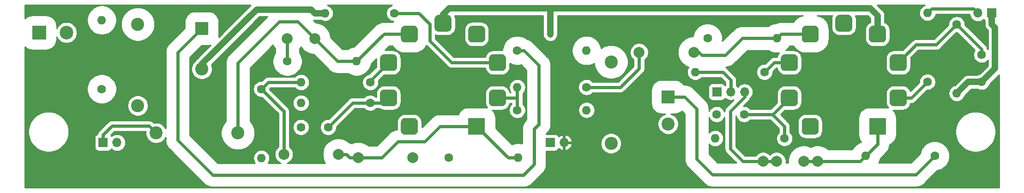
<source format=gtl>
G04 #@! TF.GenerationSoftware,KiCad,Pcbnew,5.1.4+dfsg1-1*
G04 #@! TF.CreationDate,2019-10-02T13:31:48+02:00*
G04 #@! TF.ProjectId,fat_bastard_lead,6661745f-6261-4737-9461-72645f6c6561,rev?*
G04 #@! TF.SameCoordinates,Original*
G04 #@! TF.FileFunction,Copper,L1,Top*
G04 #@! TF.FilePolarity,Positive*
%FSLAX46Y46*%
G04 Gerber Fmt 4.6, Leading zero omitted, Abs format (unit mm)*
G04 Created by KiCad (PCBNEW 5.1.4+dfsg1-1) date 2019-10-02 13:31:48*
%MOMM*%
%LPD*%
G04 APERTURE LIST*
%ADD10C,2.000000*%
%ADD11C,0.100000*%
%ADD12C,3.100000*%
%ADD13R,3.100000X3.100000*%
%ADD14R,1.700000X1.700000*%
%ADD15O,1.700000X1.700000*%
%ADD16C,1.600000*%
%ADD17O,1.600000X1.600000*%
%ADD18C,2.500000*%
%ADD19R,2.500000X2.500000*%
%ADD20C,2.400000*%
%ADD21R,2.400000X2.400000*%
%ADD22C,0.800000*%
%ADD23C,1.200000*%
%ADD24C,0.600000*%
%ADD25C,0.254000*%
G04 APERTURE END LIST*
D10*
X113788200Y-66827400D03*
X108788200Y-66827400D03*
D11*
G36*
X205510963Y-81453732D02*
G01*
X205586195Y-81464891D01*
X205659971Y-81483371D01*
X205731580Y-81508993D01*
X205800332Y-81541511D01*
X205865567Y-81580611D01*
X205926655Y-81625917D01*
X205983008Y-81676992D01*
X206034083Y-81733345D01*
X206079389Y-81794433D01*
X206118489Y-81859668D01*
X206151007Y-81928420D01*
X206176629Y-82000029D01*
X206195109Y-82073805D01*
X206206268Y-82149037D01*
X206210000Y-82225000D01*
X206210000Y-83775000D01*
X206206268Y-83850963D01*
X206195109Y-83926195D01*
X206176629Y-83999971D01*
X206151007Y-84071580D01*
X206118489Y-84140332D01*
X206079389Y-84205567D01*
X206034083Y-84266655D01*
X205983008Y-84323008D01*
X205926655Y-84374083D01*
X205865567Y-84419389D01*
X205800332Y-84458489D01*
X205731580Y-84491007D01*
X205659971Y-84516629D01*
X205586195Y-84535109D01*
X205510963Y-84546268D01*
X205435000Y-84550000D01*
X203885000Y-84550000D01*
X203809037Y-84546268D01*
X203733805Y-84535109D01*
X203660029Y-84516629D01*
X203588420Y-84491007D01*
X203519668Y-84458489D01*
X203454433Y-84419389D01*
X203393345Y-84374083D01*
X203336992Y-84323008D01*
X203285917Y-84266655D01*
X203240611Y-84205567D01*
X203201511Y-84140332D01*
X203168993Y-84071580D01*
X203143371Y-83999971D01*
X203124891Y-83926195D01*
X203113732Y-83850963D01*
X203110000Y-83775000D01*
X203110000Y-82225000D01*
X203113732Y-82149037D01*
X203124891Y-82073805D01*
X203143371Y-82000029D01*
X203168993Y-81928420D01*
X203201511Y-81859668D01*
X203240611Y-81794433D01*
X203285917Y-81733345D01*
X203336992Y-81676992D01*
X203393345Y-81625917D01*
X203454433Y-81580611D01*
X203519668Y-81541511D01*
X203588420Y-81508993D01*
X203660029Y-81483371D01*
X203733805Y-81464891D01*
X203809037Y-81453732D01*
X203885000Y-81450000D01*
X205435000Y-81450000D01*
X205510963Y-81453732D01*
X205510963Y-81453732D01*
G37*
D12*
X204660000Y-83000000D03*
D11*
G36*
X201690963Y-76203732D02*
G01*
X201766195Y-76214891D01*
X201839971Y-76233371D01*
X201911580Y-76258993D01*
X201980332Y-76291511D01*
X202045567Y-76330611D01*
X202106655Y-76375917D01*
X202163008Y-76426992D01*
X202214083Y-76483345D01*
X202259389Y-76544433D01*
X202298489Y-76609668D01*
X202331007Y-76678420D01*
X202356629Y-76750029D01*
X202375109Y-76823805D01*
X202386268Y-76899037D01*
X202390000Y-76975000D01*
X202390000Y-78525000D01*
X202386268Y-78600963D01*
X202375109Y-78676195D01*
X202356629Y-78749971D01*
X202331007Y-78821580D01*
X202298489Y-78890332D01*
X202259389Y-78955567D01*
X202214083Y-79016655D01*
X202163008Y-79073008D01*
X202106655Y-79124083D01*
X202045567Y-79169389D01*
X201980332Y-79208489D01*
X201911580Y-79241007D01*
X201839971Y-79266629D01*
X201766195Y-79285109D01*
X201690963Y-79296268D01*
X201615000Y-79300000D01*
X200065000Y-79300000D01*
X199989037Y-79296268D01*
X199913805Y-79285109D01*
X199840029Y-79266629D01*
X199768420Y-79241007D01*
X199699668Y-79208489D01*
X199634433Y-79169389D01*
X199573345Y-79124083D01*
X199516992Y-79073008D01*
X199465917Y-79016655D01*
X199420611Y-78955567D01*
X199381511Y-78890332D01*
X199348993Y-78821580D01*
X199323371Y-78749971D01*
X199304891Y-78676195D01*
X199293732Y-78600963D01*
X199290000Y-78525000D01*
X199290000Y-76975000D01*
X199293732Y-76899037D01*
X199304891Y-76823805D01*
X199323371Y-76750029D01*
X199348993Y-76678420D01*
X199381511Y-76609668D01*
X199420611Y-76544433D01*
X199465917Y-76483345D01*
X199516992Y-76426992D01*
X199573345Y-76375917D01*
X199634433Y-76330611D01*
X199699668Y-76291511D01*
X199768420Y-76258993D01*
X199840029Y-76233371D01*
X199913805Y-76214891D01*
X199989037Y-76203732D01*
X200065000Y-76200000D01*
X201615000Y-76200000D01*
X201690963Y-76203732D01*
X201690963Y-76203732D01*
G37*
D12*
X200840000Y-77750000D03*
D11*
G36*
X201690963Y-69713732D02*
G01*
X201766195Y-69724891D01*
X201839971Y-69743371D01*
X201911580Y-69768993D01*
X201980332Y-69801511D01*
X202045567Y-69840611D01*
X202106655Y-69885917D01*
X202163008Y-69936992D01*
X202214083Y-69993345D01*
X202259389Y-70054433D01*
X202298489Y-70119668D01*
X202331007Y-70188420D01*
X202356629Y-70260029D01*
X202375109Y-70333805D01*
X202386268Y-70409037D01*
X202390000Y-70485000D01*
X202390000Y-72035000D01*
X202386268Y-72110963D01*
X202375109Y-72186195D01*
X202356629Y-72259971D01*
X202331007Y-72331580D01*
X202298489Y-72400332D01*
X202259389Y-72465567D01*
X202214083Y-72526655D01*
X202163008Y-72583008D01*
X202106655Y-72634083D01*
X202045567Y-72679389D01*
X201980332Y-72718489D01*
X201911580Y-72751007D01*
X201839971Y-72776629D01*
X201766195Y-72795109D01*
X201690963Y-72806268D01*
X201615000Y-72810000D01*
X200065000Y-72810000D01*
X199989037Y-72806268D01*
X199913805Y-72795109D01*
X199840029Y-72776629D01*
X199768420Y-72751007D01*
X199699668Y-72718489D01*
X199634433Y-72679389D01*
X199573345Y-72634083D01*
X199516992Y-72583008D01*
X199465917Y-72526655D01*
X199420611Y-72465567D01*
X199381511Y-72400332D01*
X199348993Y-72331580D01*
X199323371Y-72259971D01*
X199304891Y-72186195D01*
X199293732Y-72110963D01*
X199290000Y-72035000D01*
X199290000Y-70485000D01*
X199293732Y-70409037D01*
X199304891Y-70333805D01*
X199323371Y-70260029D01*
X199348993Y-70188420D01*
X199381511Y-70119668D01*
X199420611Y-70054433D01*
X199465917Y-69993345D01*
X199516992Y-69936992D01*
X199573345Y-69885917D01*
X199634433Y-69840611D01*
X199699668Y-69801511D01*
X199768420Y-69768993D01*
X199840029Y-69743371D01*
X199913805Y-69724891D01*
X199989037Y-69713732D01*
X200065000Y-69710000D01*
X201615000Y-69710000D01*
X201690963Y-69713732D01*
X201690963Y-69713732D01*
G37*
D12*
X200840000Y-71260000D03*
D11*
G36*
X205510963Y-64463732D02*
G01*
X205586195Y-64474891D01*
X205659971Y-64493371D01*
X205731580Y-64518993D01*
X205800332Y-64551511D01*
X205865567Y-64590611D01*
X205926655Y-64635917D01*
X205983008Y-64686992D01*
X206034083Y-64743345D01*
X206079389Y-64804433D01*
X206118489Y-64869668D01*
X206151007Y-64938420D01*
X206176629Y-65010029D01*
X206195109Y-65083805D01*
X206206268Y-65159037D01*
X206210000Y-65235000D01*
X206210000Y-66785000D01*
X206206268Y-66860963D01*
X206195109Y-66936195D01*
X206176629Y-67009971D01*
X206151007Y-67081580D01*
X206118489Y-67150332D01*
X206079389Y-67215567D01*
X206034083Y-67276655D01*
X205983008Y-67333008D01*
X205926655Y-67384083D01*
X205865567Y-67429389D01*
X205800332Y-67468489D01*
X205731580Y-67501007D01*
X205659971Y-67526629D01*
X205586195Y-67545109D01*
X205510963Y-67556268D01*
X205435000Y-67560000D01*
X203885000Y-67560000D01*
X203809037Y-67556268D01*
X203733805Y-67545109D01*
X203660029Y-67526629D01*
X203588420Y-67501007D01*
X203519668Y-67468489D01*
X203454433Y-67429389D01*
X203393345Y-67384083D01*
X203336992Y-67333008D01*
X203285917Y-67276655D01*
X203240611Y-67215567D01*
X203201511Y-67150332D01*
X203168993Y-67081580D01*
X203143371Y-67009971D01*
X203124891Y-66936195D01*
X203113732Y-66860963D01*
X203110000Y-66785000D01*
X203110000Y-65235000D01*
X203113732Y-65159037D01*
X203124891Y-65083805D01*
X203143371Y-65010029D01*
X203168993Y-64938420D01*
X203201511Y-64869668D01*
X203240611Y-64804433D01*
X203285917Y-64743345D01*
X203336992Y-64686992D01*
X203393345Y-64635917D01*
X203454433Y-64590611D01*
X203519668Y-64551511D01*
X203588420Y-64518993D01*
X203660029Y-64493371D01*
X203733805Y-64474891D01*
X203809037Y-64463732D01*
X203885000Y-64460000D01*
X205435000Y-64460000D01*
X205510963Y-64463732D01*
X205510963Y-64463732D01*
G37*
D12*
X204660000Y-66010000D03*
D11*
G36*
X211680963Y-62463732D02*
G01*
X211756195Y-62474891D01*
X211829971Y-62493371D01*
X211901580Y-62518993D01*
X211970332Y-62551511D01*
X212035567Y-62590611D01*
X212096655Y-62635917D01*
X212153008Y-62686992D01*
X212204083Y-62743345D01*
X212249389Y-62804433D01*
X212288489Y-62869668D01*
X212321007Y-62938420D01*
X212346629Y-63010029D01*
X212365109Y-63083805D01*
X212376268Y-63159037D01*
X212380000Y-63235000D01*
X212380000Y-64785000D01*
X212376268Y-64860963D01*
X212365109Y-64936195D01*
X212346629Y-65009971D01*
X212321007Y-65081580D01*
X212288489Y-65150332D01*
X212249389Y-65215567D01*
X212204083Y-65276655D01*
X212153008Y-65333008D01*
X212096655Y-65384083D01*
X212035567Y-65429389D01*
X211970332Y-65468489D01*
X211901580Y-65501007D01*
X211829971Y-65526629D01*
X211756195Y-65545109D01*
X211680963Y-65556268D01*
X211605000Y-65560000D01*
X210055000Y-65560000D01*
X209979037Y-65556268D01*
X209903805Y-65545109D01*
X209830029Y-65526629D01*
X209758420Y-65501007D01*
X209689668Y-65468489D01*
X209624433Y-65429389D01*
X209563345Y-65384083D01*
X209506992Y-65333008D01*
X209455917Y-65276655D01*
X209410611Y-65215567D01*
X209371511Y-65150332D01*
X209338993Y-65081580D01*
X209313371Y-65009971D01*
X209294891Y-64936195D01*
X209283732Y-64860963D01*
X209280000Y-64785000D01*
X209280000Y-63235000D01*
X209283732Y-63159037D01*
X209294891Y-63083805D01*
X209313371Y-63010029D01*
X209338993Y-62938420D01*
X209371511Y-62869668D01*
X209410611Y-62804433D01*
X209455917Y-62743345D01*
X209506992Y-62686992D01*
X209563345Y-62635917D01*
X209624433Y-62590611D01*
X209689668Y-62551511D01*
X209758420Y-62518993D01*
X209830029Y-62493371D01*
X209903805Y-62474891D01*
X209979037Y-62463732D01*
X210055000Y-62460000D01*
X211605000Y-62460000D01*
X211680963Y-62463732D01*
X211680963Y-62463732D01*
G37*
D12*
X210830000Y-64010000D03*
D11*
G36*
X217850963Y-64463732D02*
G01*
X217926195Y-64474891D01*
X217999971Y-64493371D01*
X218071580Y-64518993D01*
X218140332Y-64551511D01*
X218205567Y-64590611D01*
X218266655Y-64635917D01*
X218323008Y-64686992D01*
X218374083Y-64743345D01*
X218419389Y-64804433D01*
X218458489Y-64869668D01*
X218491007Y-64938420D01*
X218516629Y-65010029D01*
X218535109Y-65083805D01*
X218546268Y-65159037D01*
X218550000Y-65235000D01*
X218550000Y-66785000D01*
X218546268Y-66860963D01*
X218535109Y-66936195D01*
X218516629Y-67009971D01*
X218491007Y-67081580D01*
X218458489Y-67150332D01*
X218419389Y-67215567D01*
X218374083Y-67276655D01*
X218323008Y-67333008D01*
X218266655Y-67384083D01*
X218205567Y-67429389D01*
X218140332Y-67468489D01*
X218071580Y-67501007D01*
X217999971Y-67526629D01*
X217926195Y-67545109D01*
X217850963Y-67556268D01*
X217775000Y-67560000D01*
X216225000Y-67560000D01*
X216149037Y-67556268D01*
X216073805Y-67545109D01*
X216000029Y-67526629D01*
X215928420Y-67501007D01*
X215859668Y-67468489D01*
X215794433Y-67429389D01*
X215733345Y-67384083D01*
X215676992Y-67333008D01*
X215625917Y-67276655D01*
X215580611Y-67215567D01*
X215541511Y-67150332D01*
X215508993Y-67081580D01*
X215483371Y-67009971D01*
X215464891Y-66936195D01*
X215453732Y-66860963D01*
X215450000Y-66785000D01*
X215450000Y-65235000D01*
X215453732Y-65159037D01*
X215464891Y-65083805D01*
X215483371Y-65010029D01*
X215508993Y-64938420D01*
X215541511Y-64869668D01*
X215580611Y-64804433D01*
X215625917Y-64743345D01*
X215676992Y-64686992D01*
X215733345Y-64635917D01*
X215794433Y-64590611D01*
X215859668Y-64551511D01*
X215928420Y-64518993D01*
X216000029Y-64493371D01*
X216073805Y-64474891D01*
X216149037Y-64463732D01*
X216225000Y-64460000D01*
X217775000Y-64460000D01*
X217850963Y-64463732D01*
X217850963Y-64463732D01*
G37*
D12*
X217000000Y-66010000D03*
D11*
G36*
X221660963Y-69713732D02*
G01*
X221736195Y-69724891D01*
X221809971Y-69743371D01*
X221881580Y-69768993D01*
X221950332Y-69801511D01*
X222015567Y-69840611D01*
X222076655Y-69885917D01*
X222133008Y-69936992D01*
X222184083Y-69993345D01*
X222229389Y-70054433D01*
X222268489Y-70119668D01*
X222301007Y-70188420D01*
X222326629Y-70260029D01*
X222345109Y-70333805D01*
X222356268Y-70409037D01*
X222360000Y-70485000D01*
X222360000Y-72035000D01*
X222356268Y-72110963D01*
X222345109Y-72186195D01*
X222326629Y-72259971D01*
X222301007Y-72331580D01*
X222268489Y-72400332D01*
X222229389Y-72465567D01*
X222184083Y-72526655D01*
X222133008Y-72583008D01*
X222076655Y-72634083D01*
X222015567Y-72679389D01*
X221950332Y-72718489D01*
X221881580Y-72751007D01*
X221809971Y-72776629D01*
X221736195Y-72795109D01*
X221660963Y-72806268D01*
X221585000Y-72810000D01*
X220035000Y-72810000D01*
X219959037Y-72806268D01*
X219883805Y-72795109D01*
X219810029Y-72776629D01*
X219738420Y-72751007D01*
X219669668Y-72718489D01*
X219604433Y-72679389D01*
X219543345Y-72634083D01*
X219486992Y-72583008D01*
X219435917Y-72526655D01*
X219390611Y-72465567D01*
X219351511Y-72400332D01*
X219318993Y-72331580D01*
X219293371Y-72259971D01*
X219274891Y-72186195D01*
X219263732Y-72110963D01*
X219260000Y-72035000D01*
X219260000Y-70485000D01*
X219263732Y-70409037D01*
X219274891Y-70333805D01*
X219293371Y-70260029D01*
X219318993Y-70188420D01*
X219351511Y-70119668D01*
X219390611Y-70054433D01*
X219435917Y-69993345D01*
X219486992Y-69936992D01*
X219543345Y-69885917D01*
X219604433Y-69840611D01*
X219669668Y-69801511D01*
X219738420Y-69768993D01*
X219810029Y-69743371D01*
X219883805Y-69724891D01*
X219959037Y-69713732D01*
X220035000Y-69710000D01*
X221585000Y-69710000D01*
X221660963Y-69713732D01*
X221660963Y-69713732D01*
G37*
D12*
X220810000Y-71260000D03*
D11*
G36*
X221660963Y-76203732D02*
G01*
X221736195Y-76214891D01*
X221809971Y-76233371D01*
X221881580Y-76258993D01*
X221950332Y-76291511D01*
X222015567Y-76330611D01*
X222076655Y-76375917D01*
X222133008Y-76426992D01*
X222184083Y-76483345D01*
X222229389Y-76544433D01*
X222268489Y-76609668D01*
X222301007Y-76678420D01*
X222326629Y-76750029D01*
X222345109Y-76823805D01*
X222356268Y-76899037D01*
X222360000Y-76975000D01*
X222360000Y-78525000D01*
X222356268Y-78600963D01*
X222345109Y-78676195D01*
X222326629Y-78749971D01*
X222301007Y-78821580D01*
X222268489Y-78890332D01*
X222229389Y-78955567D01*
X222184083Y-79016655D01*
X222133008Y-79073008D01*
X222076655Y-79124083D01*
X222015567Y-79169389D01*
X221950332Y-79208489D01*
X221881580Y-79241007D01*
X221809971Y-79266629D01*
X221736195Y-79285109D01*
X221660963Y-79296268D01*
X221585000Y-79300000D01*
X220035000Y-79300000D01*
X219959037Y-79296268D01*
X219883805Y-79285109D01*
X219810029Y-79266629D01*
X219738420Y-79241007D01*
X219669668Y-79208489D01*
X219604433Y-79169389D01*
X219543345Y-79124083D01*
X219486992Y-79073008D01*
X219435917Y-79016655D01*
X219390611Y-78955567D01*
X219351511Y-78890332D01*
X219318993Y-78821580D01*
X219293371Y-78749971D01*
X219274891Y-78676195D01*
X219263732Y-78600963D01*
X219260000Y-78525000D01*
X219260000Y-76975000D01*
X219263732Y-76899037D01*
X219274891Y-76823805D01*
X219293371Y-76750029D01*
X219318993Y-76678420D01*
X219351511Y-76609668D01*
X219390611Y-76544433D01*
X219435917Y-76483345D01*
X219486992Y-76426992D01*
X219543345Y-76375917D01*
X219604433Y-76330611D01*
X219669668Y-76291511D01*
X219738420Y-76258993D01*
X219810029Y-76233371D01*
X219883805Y-76214891D01*
X219959037Y-76203732D01*
X220035000Y-76200000D01*
X221585000Y-76200000D01*
X221660963Y-76203732D01*
X221660963Y-76203732D01*
G37*
D12*
X220810000Y-77750000D03*
D13*
X217000000Y-83000000D03*
D11*
G36*
X132010963Y-81453732D02*
G01*
X132086195Y-81464891D01*
X132159971Y-81483371D01*
X132231580Y-81508993D01*
X132300332Y-81541511D01*
X132365567Y-81580611D01*
X132426655Y-81625917D01*
X132483008Y-81676992D01*
X132534083Y-81733345D01*
X132579389Y-81794433D01*
X132618489Y-81859668D01*
X132651007Y-81928420D01*
X132676629Y-82000029D01*
X132695109Y-82073805D01*
X132706268Y-82149037D01*
X132710000Y-82225000D01*
X132710000Y-83775000D01*
X132706268Y-83850963D01*
X132695109Y-83926195D01*
X132676629Y-83999971D01*
X132651007Y-84071580D01*
X132618489Y-84140332D01*
X132579389Y-84205567D01*
X132534083Y-84266655D01*
X132483008Y-84323008D01*
X132426655Y-84374083D01*
X132365567Y-84419389D01*
X132300332Y-84458489D01*
X132231580Y-84491007D01*
X132159971Y-84516629D01*
X132086195Y-84535109D01*
X132010963Y-84546268D01*
X131935000Y-84550000D01*
X130385000Y-84550000D01*
X130309037Y-84546268D01*
X130233805Y-84535109D01*
X130160029Y-84516629D01*
X130088420Y-84491007D01*
X130019668Y-84458489D01*
X129954433Y-84419389D01*
X129893345Y-84374083D01*
X129836992Y-84323008D01*
X129785917Y-84266655D01*
X129740611Y-84205567D01*
X129701511Y-84140332D01*
X129668993Y-84071580D01*
X129643371Y-83999971D01*
X129624891Y-83926195D01*
X129613732Y-83850963D01*
X129610000Y-83775000D01*
X129610000Y-82225000D01*
X129613732Y-82149037D01*
X129624891Y-82073805D01*
X129643371Y-82000029D01*
X129668993Y-81928420D01*
X129701511Y-81859668D01*
X129740611Y-81794433D01*
X129785917Y-81733345D01*
X129836992Y-81676992D01*
X129893345Y-81625917D01*
X129954433Y-81580611D01*
X130019668Y-81541511D01*
X130088420Y-81508993D01*
X130160029Y-81483371D01*
X130233805Y-81464891D01*
X130309037Y-81453732D01*
X130385000Y-81450000D01*
X131935000Y-81450000D01*
X132010963Y-81453732D01*
X132010963Y-81453732D01*
G37*
D12*
X131160000Y-83000000D03*
D11*
G36*
X128190963Y-76203732D02*
G01*
X128266195Y-76214891D01*
X128339971Y-76233371D01*
X128411580Y-76258993D01*
X128480332Y-76291511D01*
X128545567Y-76330611D01*
X128606655Y-76375917D01*
X128663008Y-76426992D01*
X128714083Y-76483345D01*
X128759389Y-76544433D01*
X128798489Y-76609668D01*
X128831007Y-76678420D01*
X128856629Y-76750029D01*
X128875109Y-76823805D01*
X128886268Y-76899037D01*
X128890000Y-76975000D01*
X128890000Y-78525000D01*
X128886268Y-78600963D01*
X128875109Y-78676195D01*
X128856629Y-78749971D01*
X128831007Y-78821580D01*
X128798489Y-78890332D01*
X128759389Y-78955567D01*
X128714083Y-79016655D01*
X128663008Y-79073008D01*
X128606655Y-79124083D01*
X128545567Y-79169389D01*
X128480332Y-79208489D01*
X128411580Y-79241007D01*
X128339971Y-79266629D01*
X128266195Y-79285109D01*
X128190963Y-79296268D01*
X128115000Y-79300000D01*
X126565000Y-79300000D01*
X126489037Y-79296268D01*
X126413805Y-79285109D01*
X126340029Y-79266629D01*
X126268420Y-79241007D01*
X126199668Y-79208489D01*
X126134433Y-79169389D01*
X126073345Y-79124083D01*
X126016992Y-79073008D01*
X125965917Y-79016655D01*
X125920611Y-78955567D01*
X125881511Y-78890332D01*
X125848993Y-78821580D01*
X125823371Y-78749971D01*
X125804891Y-78676195D01*
X125793732Y-78600963D01*
X125790000Y-78525000D01*
X125790000Y-76975000D01*
X125793732Y-76899037D01*
X125804891Y-76823805D01*
X125823371Y-76750029D01*
X125848993Y-76678420D01*
X125881511Y-76609668D01*
X125920611Y-76544433D01*
X125965917Y-76483345D01*
X126016992Y-76426992D01*
X126073345Y-76375917D01*
X126134433Y-76330611D01*
X126199668Y-76291511D01*
X126268420Y-76258993D01*
X126340029Y-76233371D01*
X126413805Y-76214891D01*
X126489037Y-76203732D01*
X126565000Y-76200000D01*
X128115000Y-76200000D01*
X128190963Y-76203732D01*
X128190963Y-76203732D01*
G37*
D12*
X127340000Y-77750000D03*
D11*
G36*
X128190963Y-69713732D02*
G01*
X128266195Y-69724891D01*
X128339971Y-69743371D01*
X128411580Y-69768993D01*
X128480332Y-69801511D01*
X128545567Y-69840611D01*
X128606655Y-69885917D01*
X128663008Y-69936992D01*
X128714083Y-69993345D01*
X128759389Y-70054433D01*
X128798489Y-70119668D01*
X128831007Y-70188420D01*
X128856629Y-70260029D01*
X128875109Y-70333805D01*
X128886268Y-70409037D01*
X128890000Y-70485000D01*
X128890000Y-72035000D01*
X128886268Y-72110963D01*
X128875109Y-72186195D01*
X128856629Y-72259971D01*
X128831007Y-72331580D01*
X128798489Y-72400332D01*
X128759389Y-72465567D01*
X128714083Y-72526655D01*
X128663008Y-72583008D01*
X128606655Y-72634083D01*
X128545567Y-72679389D01*
X128480332Y-72718489D01*
X128411580Y-72751007D01*
X128339971Y-72776629D01*
X128266195Y-72795109D01*
X128190963Y-72806268D01*
X128115000Y-72810000D01*
X126565000Y-72810000D01*
X126489037Y-72806268D01*
X126413805Y-72795109D01*
X126340029Y-72776629D01*
X126268420Y-72751007D01*
X126199668Y-72718489D01*
X126134433Y-72679389D01*
X126073345Y-72634083D01*
X126016992Y-72583008D01*
X125965917Y-72526655D01*
X125920611Y-72465567D01*
X125881511Y-72400332D01*
X125848993Y-72331580D01*
X125823371Y-72259971D01*
X125804891Y-72186195D01*
X125793732Y-72110963D01*
X125790000Y-72035000D01*
X125790000Y-70485000D01*
X125793732Y-70409037D01*
X125804891Y-70333805D01*
X125823371Y-70260029D01*
X125848993Y-70188420D01*
X125881511Y-70119668D01*
X125920611Y-70054433D01*
X125965917Y-69993345D01*
X126016992Y-69936992D01*
X126073345Y-69885917D01*
X126134433Y-69840611D01*
X126199668Y-69801511D01*
X126268420Y-69768993D01*
X126340029Y-69743371D01*
X126413805Y-69724891D01*
X126489037Y-69713732D01*
X126565000Y-69710000D01*
X128115000Y-69710000D01*
X128190963Y-69713732D01*
X128190963Y-69713732D01*
G37*
D12*
X127340000Y-71260000D03*
D11*
G36*
X132010963Y-64463732D02*
G01*
X132086195Y-64474891D01*
X132159971Y-64493371D01*
X132231580Y-64518993D01*
X132300332Y-64551511D01*
X132365567Y-64590611D01*
X132426655Y-64635917D01*
X132483008Y-64686992D01*
X132534083Y-64743345D01*
X132579389Y-64804433D01*
X132618489Y-64869668D01*
X132651007Y-64938420D01*
X132676629Y-65010029D01*
X132695109Y-65083805D01*
X132706268Y-65159037D01*
X132710000Y-65235000D01*
X132710000Y-66785000D01*
X132706268Y-66860963D01*
X132695109Y-66936195D01*
X132676629Y-67009971D01*
X132651007Y-67081580D01*
X132618489Y-67150332D01*
X132579389Y-67215567D01*
X132534083Y-67276655D01*
X132483008Y-67333008D01*
X132426655Y-67384083D01*
X132365567Y-67429389D01*
X132300332Y-67468489D01*
X132231580Y-67501007D01*
X132159971Y-67526629D01*
X132086195Y-67545109D01*
X132010963Y-67556268D01*
X131935000Y-67560000D01*
X130385000Y-67560000D01*
X130309037Y-67556268D01*
X130233805Y-67545109D01*
X130160029Y-67526629D01*
X130088420Y-67501007D01*
X130019668Y-67468489D01*
X129954433Y-67429389D01*
X129893345Y-67384083D01*
X129836992Y-67333008D01*
X129785917Y-67276655D01*
X129740611Y-67215567D01*
X129701511Y-67150332D01*
X129668993Y-67081580D01*
X129643371Y-67009971D01*
X129624891Y-66936195D01*
X129613732Y-66860963D01*
X129610000Y-66785000D01*
X129610000Y-65235000D01*
X129613732Y-65159037D01*
X129624891Y-65083805D01*
X129643371Y-65010029D01*
X129668993Y-64938420D01*
X129701511Y-64869668D01*
X129740611Y-64804433D01*
X129785917Y-64743345D01*
X129836992Y-64686992D01*
X129893345Y-64635917D01*
X129954433Y-64590611D01*
X130019668Y-64551511D01*
X130088420Y-64518993D01*
X130160029Y-64493371D01*
X130233805Y-64474891D01*
X130309037Y-64463732D01*
X130385000Y-64460000D01*
X131935000Y-64460000D01*
X132010963Y-64463732D01*
X132010963Y-64463732D01*
G37*
D12*
X131160000Y-66010000D03*
D11*
G36*
X138180963Y-62463732D02*
G01*
X138256195Y-62474891D01*
X138329971Y-62493371D01*
X138401580Y-62518993D01*
X138470332Y-62551511D01*
X138535567Y-62590611D01*
X138596655Y-62635917D01*
X138653008Y-62686992D01*
X138704083Y-62743345D01*
X138749389Y-62804433D01*
X138788489Y-62869668D01*
X138821007Y-62938420D01*
X138846629Y-63010029D01*
X138865109Y-63083805D01*
X138876268Y-63159037D01*
X138880000Y-63235000D01*
X138880000Y-64785000D01*
X138876268Y-64860963D01*
X138865109Y-64936195D01*
X138846629Y-65009971D01*
X138821007Y-65081580D01*
X138788489Y-65150332D01*
X138749389Y-65215567D01*
X138704083Y-65276655D01*
X138653008Y-65333008D01*
X138596655Y-65384083D01*
X138535567Y-65429389D01*
X138470332Y-65468489D01*
X138401580Y-65501007D01*
X138329971Y-65526629D01*
X138256195Y-65545109D01*
X138180963Y-65556268D01*
X138105000Y-65560000D01*
X136555000Y-65560000D01*
X136479037Y-65556268D01*
X136403805Y-65545109D01*
X136330029Y-65526629D01*
X136258420Y-65501007D01*
X136189668Y-65468489D01*
X136124433Y-65429389D01*
X136063345Y-65384083D01*
X136006992Y-65333008D01*
X135955917Y-65276655D01*
X135910611Y-65215567D01*
X135871511Y-65150332D01*
X135838993Y-65081580D01*
X135813371Y-65009971D01*
X135794891Y-64936195D01*
X135783732Y-64860963D01*
X135780000Y-64785000D01*
X135780000Y-63235000D01*
X135783732Y-63159037D01*
X135794891Y-63083805D01*
X135813371Y-63010029D01*
X135838993Y-62938420D01*
X135871511Y-62869668D01*
X135910611Y-62804433D01*
X135955917Y-62743345D01*
X136006992Y-62686992D01*
X136063345Y-62635917D01*
X136124433Y-62590611D01*
X136189668Y-62551511D01*
X136258420Y-62518993D01*
X136330029Y-62493371D01*
X136403805Y-62474891D01*
X136479037Y-62463732D01*
X136555000Y-62460000D01*
X138105000Y-62460000D01*
X138180963Y-62463732D01*
X138180963Y-62463732D01*
G37*
D12*
X137330000Y-64010000D03*
D11*
G36*
X144350963Y-64463732D02*
G01*
X144426195Y-64474891D01*
X144499971Y-64493371D01*
X144571580Y-64518993D01*
X144640332Y-64551511D01*
X144705567Y-64590611D01*
X144766655Y-64635917D01*
X144823008Y-64686992D01*
X144874083Y-64743345D01*
X144919389Y-64804433D01*
X144958489Y-64869668D01*
X144991007Y-64938420D01*
X145016629Y-65010029D01*
X145035109Y-65083805D01*
X145046268Y-65159037D01*
X145050000Y-65235000D01*
X145050000Y-66785000D01*
X145046268Y-66860963D01*
X145035109Y-66936195D01*
X145016629Y-67009971D01*
X144991007Y-67081580D01*
X144958489Y-67150332D01*
X144919389Y-67215567D01*
X144874083Y-67276655D01*
X144823008Y-67333008D01*
X144766655Y-67384083D01*
X144705567Y-67429389D01*
X144640332Y-67468489D01*
X144571580Y-67501007D01*
X144499971Y-67526629D01*
X144426195Y-67545109D01*
X144350963Y-67556268D01*
X144275000Y-67560000D01*
X142725000Y-67560000D01*
X142649037Y-67556268D01*
X142573805Y-67545109D01*
X142500029Y-67526629D01*
X142428420Y-67501007D01*
X142359668Y-67468489D01*
X142294433Y-67429389D01*
X142233345Y-67384083D01*
X142176992Y-67333008D01*
X142125917Y-67276655D01*
X142080611Y-67215567D01*
X142041511Y-67150332D01*
X142008993Y-67081580D01*
X141983371Y-67009971D01*
X141964891Y-66936195D01*
X141953732Y-66860963D01*
X141950000Y-66785000D01*
X141950000Y-65235000D01*
X141953732Y-65159037D01*
X141964891Y-65083805D01*
X141983371Y-65010029D01*
X142008993Y-64938420D01*
X142041511Y-64869668D01*
X142080611Y-64804433D01*
X142125917Y-64743345D01*
X142176992Y-64686992D01*
X142233345Y-64635917D01*
X142294433Y-64590611D01*
X142359668Y-64551511D01*
X142428420Y-64518993D01*
X142500029Y-64493371D01*
X142573805Y-64474891D01*
X142649037Y-64463732D01*
X142725000Y-64460000D01*
X144275000Y-64460000D01*
X144350963Y-64463732D01*
X144350963Y-64463732D01*
G37*
D12*
X143500000Y-66010000D03*
D11*
G36*
X148160963Y-69713732D02*
G01*
X148236195Y-69724891D01*
X148309971Y-69743371D01*
X148381580Y-69768993D01*
X148450332Y-69801511D01*
X148515567Y-69840611D01*
X148576655Y-69885917D01*
X148633008Y-69936992D01*
X148684083Y-69993345D01*
X148729389Y-70054433D01*
X148768489Y-70119668D01*
X148801007Y-70188420D01*
X148826629Y-70260029D01*
X148845109Y-70333805D01*
X148856268Y-70409037D01*
X148860000Y-70485000D01*
X148860000Y-72035000D01*
X148856268Y-72110963D01*
X148845109Y-72186195D01*
X148826629Y-72259971D01*
X148801007Y-72331580D01*
X148768489Y-72400332D01*
X148729389Y-72465567D01*
X148684083Y-72526655D01*
X148633008Y-72583008D01*
X148576655Y-72634083D01*
X148515567Y-72679389D01*
X148450332Y-72718489D01*
X148381580Y-72751007D01*
X148309971Y-72776629D01*
X148236195Y-72795109D01*
X148160963Y-72806268D01*
X148085000Y-72810000D01*
X146535000Y-72810000D01*
X146459037Y-72806268D01*
X146383805Y-72795109D01*
X146310029Y-72776629D01*
X146238420Y-72751007D01*
X146169668Y-72718489D01*
X146104433Y-72679389D01*
X146043345Y-72634083D01*
X145986992Y-72583008D01*
X145935917Y-72526655D01*
X145890611Y-72465567D01*
X145851511Y-72400332D01*
X145818993Y-72331580D01*
X145793371Y-72259971D01*
X145774891Y-72186195D01*
X145763732Y-72110963D01*
X145760000Y-72035000D01*
X145760000Y-70485000D01*
X145763732Y-70409037D01*
X145774891Y-70333805D01*
X145793371Y-70260029D01*
X145818993Y-70188420D01*
X145851511Y-70119668D01*
X145890611Y-70054433D01*
X145935917Y-69993345D01*
X145986992Y-69936992D01*
X146043345Y-69885917D01*
X146104433Y-69840611D01*
X146169668Y-69801511D01*
X146238420Y-69768993D01*
X146310029Y-69743371D01*
X146383805Y-69724891D01*
X146459037Y-69713732D01*
X146535000Y-69710000D01*
X148085000Y-69710000D01*
X148160963Y-69713732D01*
X148160963Y-69713732D01*
G37*
D12*
X147310000Y-71260000D03*
D11*
G36*
X148160963Y-76203732D02*
G01*
X148236195Y-76214891D01*
X148309971Y-76233371D01*
X148381580Y-76258993D01*
X148450332Y-76291511D01*
X148515567Y-76330611D01*
X148576655Y-76375917D01*
X148633008Y-76426992D01*
X148684083Y-76483345D01*
X148729389Y-76544433D01*
X148768489Y-76609668D01*
X148801007Y-76678420D01*
X148826629Y-76750029D01*
X148845109Y-76823805D01*
X148856268Y-76899037D01*
X148860000Y-76975000D01*
X148860000Y-78525000D01*
X148856268Y-78600963D01*
X148845109Y-78676195D01*
X148826629Y-78749971D01*
X148801007Y-78821580D01*
X148768489Y-78890332D01*
X148729389Y-78955567D01*
X148684083Y-79016655D01*
X148633008Y-79073008D01*
X148576655Y-79124083D01*
X148515567Y-79169389D01*
X148450332Y-79208489D01*
X148381580Y-79241007D01*
X148309971Y-79266629D01*
X148236195Y-79285109D01*
X148160963Y-79296268D01*
X148085000Y-79300000D01*
X146535000Y-79300000D01*
X146459037Y-79296268D01*
X146383805Y-79285109D01*
X146310029Y-79266629D01*
X146238420Y-79241007D01*
X146169668Y-79208489D01*
X146104433Y-79169389D01*
X146043345Y-79124083D01*
X145986992Y-79073008D01*
X145935917Y-79016655D01*
X145890611Y-78955567D01*
X145851511Y-78890332D01*
X145818993Y-78821580D01*
X145793371Y-78749971D01*
X145774891Y-78676195D01*
X145763732Y-78600963D01*
X145760000Y-78525000D01*
X145760000Y-76975000D01*
X145763732Y-76899037D01*
X145774891Y-76823805D01*
X145793371Y-76750029D01*
X145818993Y-76678420D01*
X145851511Y-76609668D01*
X145890611Y-76544433D01*
X145935917Y-76483345D01*
X145986992Y-76426992D01*
X146043345Y-76375917D01*
X146104433Y-76330611D01*
X146169668Y-76291511D01*
X146238420Y-76258993D01*
X146310029Y-76233371D01*
X146383805Y-76214891D01*
X146459037Y-76203732D01*
X146535000Y-76200000D01*
X148085000Y-76200000D01*
X148160963Y-76203732D01*
X148160963Y-76203732D01*
G37*
D12*
X147310000Y-77750000D03*
D13*
X143500000Y-83000000D03*
D14*
X157000000Y-86000000D03*
D15*
X159540000Y-86000000D03*
D14*
X237972600Y-62128400D03*
D15*
X235432600Y-62128400D03*
D14*
X187553600Y-76657200D03*
D15*
X190093600Y-76657200D03*
X192633600Y-76657200D03*
X77540000Y-86000000D03*
D14*
X75000000Y-86000000D03*
D16*
X226161600Y-74828400D03*
D17*
X226161600Y-62128400D03*
X231546400Y-76936600D03*
D16*
X231546400Y-64236600D03*
D17*
X214807800Y-88468200D03*
D16*
X227507800Y-88468200D03*
D17*
X183591200Y-72999600D03*
D16*
X196291200Y-72999600D03*
D17*
X187248800Y-85217000D03*
D16*
X199948800Y-85217000D03*
X185851800Y-66776600D03*
D17*
X198551800Y-66776600D03*
X150952200Y-75793600D03*
D16*
X163652200Y-75793600D03*
D17*
X163652200Y-80010000D03*
D16*
X150952200Y-80010000D03*
X128422400Y-62153800D03*
D17*
X115722400Y-62153800D03*
D16*
X138379200Y-88798400D03*
D17*
X151079200Y-88798400D03*
D16*
X104038400Y-76123800D03*
D17*
X104038400Y-88823800D03*
X111302800Y-74904600D03*
D16*
X124002800Y-74904600D03*
X123977400Y-78689200D03*
D17*
X111277400Y-78689200D03*
D16*
X108788200Y-71018400D03*
D17*
X121488200Y-71018400D03*
X163652200Y-69037200D03*
D16*
X150952200Y-69037200D03*
X74752200Y-76123800D03*
D17*
X74752200Y-63423800D03*
D18*
X68271400Y-65735200D03*
D19*
X63271400Y-65735200D03*
D16*
X236118400Y-74828400D03*
X236118400Y-69828400D03*
X187528200Y-80797400D03*
X192528200Y-80797400D03*
X116277400Y-83159600D03*
X111277400Y-83159600D03*
D10*
X183304200Y-69342000D03*
X173304200Y-69342000D03*
X108153200Y-88138000D03*
X118153200Y-88138000D03*
D20*
X84709000Y-84226400D03*
X99709000Y-84226400D03*
D21*
X178612800Y-77571600D03*
D20*
X178612800Y-82571600D03*
D21*
X93091000Y-64947800D03*
D20*
X93091000Y-72447800D03*
X168148000Y-71156800D03*
X168148000Y-86156800D03*
X81356200Y-79197200D03*
X81356200Y-64197200D03*
D10*
X198504800Y-89433400D03*
X203504800Y-89433400D03*
X131749800Y-88798400D03*
X121749800Y-88798400D03*
X206004800Y-89433400D03*
X196004800Y-89433400D03*
D22*
X156997400Y-66040000D03*
X210845400Y-75057000D03*
X188925200Y-88290400D03*
X120726200Y-66090800D03*
X138099800Y-75793600D03*
X86029800Y-91059000D03*
D23*
X93091000Y-71526400D02*
X93091000Y-72447800D01*
X103149400Y-61468000D02*
X93091000Y-71526400D01*
X113117830Y-61468000D02*
X103149400Y-61468000D01*
X113803630Y-62153800D02*
X113117830Y-61468000D01*
X237972600Y-64178400D02*
X238582200Y-64788000D01*
X237972600Y-62128400D02*
X237972600Y-64178400D01*
X238582200Y-72364600D02*
X236118400Y-74828400D01*
X238582200Y-64788000D02*
X238582200Y-72364600D01*
X233654600Y-74828400D02*
X231546400Y-76936600D01*
X236118400Y-74828400D02*
X233654600Y-74828400D01*
X113803630Y-62153800D02*
X115722400Y-62153800D01*
D24*
X231546400Y-64236600D02*
X227812600Y-67970400D01*
X224099600Y-67970400D02*
X220810000Y-71260000D01*
X227812600Y-67970400D02*
X224099600Y-67970400D01*
X236118400Y-68808600D02*
X236118400Y-69828400D01*
X231546400Y-64236600D02*
X236118400Y-68808600D01*
X196004800Y-89433400D02*
X198504800Y-89433400D01*
X189992000Y-87122000D02*
X192303400Y-89433400D01*
X189992000Y-80238600D02*
X189992000Y-87122000D01*
X192633600Y-76657200D02*
X192633600Y-77597000D01*
X192303400Y-89433400D02*
X196004800Y-89433400D01*
X192633600Y-77597000D02*
X189992000Y-80238600D01*
X217000000Y-86276000D02*
X214807800Y-88468200D01*
X217000000Y-83000000D02*
X217000000Y-86276000D01*
X203504800Y-89433400D02*
X206004800Y-89433400D01*
X213842600Y-89433400D02*
X214807800Y-88468200D01*
X206004800Y-89433400D02*
X213842600Y-89433400D01*
X192528200Y-80797400D02*
X195529200Y-80797400D01*
X197792600Y-80797400D02*
X200840000Y-77750000D01*
X195529200Y-80797400D02*
X197792600Y-80797400D01*
X199948800Y-83007200D02*
X199948800Y-85217000D01*
X195529200Y-80797400D02*
X197739000Y-80797400D01*
X197739000Y-80797400D02*
X199948800Y-83007200D01*
X189128400Y-69850000D02*
X184777400Y-69850000D01*
X192201800Y-66776600D02*
X189128400Y-69850000D01*
X198551800Y-66776600D02*
X192201800Y-66776600D01*
X204660000Y-66010000D02*
X199318400Y-66010000D01*
X184777400Y-69850000D02*
X184269400Y-69342000D01*
X199318400Y-66010000D02*
X198551800Y-66776600D01*
X163652200Y-75793600D02*
X169849800Y-75793600D01*
X173304200Y-72339200D02*
X173304200Y-69342000D01*
X169849800Y-75793600D02*
X173304200Y-72339200D01*
X108788200Y-66827400D02*
X108788200Y-71018400D01*
X152146000Y-69037200D02*
X150952200Y-69037200D01*
X154863800Y-71755000D02*
X152146000Y-69037200D01*
X154863800Y-82656198D02*
X154863800Y-71755000D01*
X154049999Y-83469999D02*
X154863800Y-82656198D01*
X88671400Y-69367400D02*
X88671400Y-85547200D01*
X93091000Y-64947800D02*
X88671400Y-69367400D01*
X88671400Y-85547200D02*
X95097600Y-91973400D01*
X95097600Y-91973400D02*
X152069800Y-91973400D01*
X152069800Y-91973400D02*
X154049999Y-89993201D01*
X154049999Y-89993201D02*
X154049999Y-83469999D01*
X143500000Y-83022600D02*
X143500000Y-83000000D01*
X151079200Y-88798400D02*
X149275800Y-88798400D01*
X149275800Y-88798400D02*
X143500000Y-83022600D01*
X126085600Y-88798400D02*
X121749800Y-88798400D01*
X129082800Y-85801200D02*
X126085600Y-88798400D01*
X134010400Y-85801200D02*
X129082800Y-85801200D01*
X143500000Y-83000000D02*
X136811600Y-83000000D01*
X136811600Y-83000000D02*
X134010400Y-85801200D01*
X119608600Y-88138000D02*
X118153200Y-88138000D01*
X121749800Y-88798400D02*
X120269000Y-88798400D01*
X120269000Y-88798400D02*
X119608600Y-88138000D01*
X108153200Y-80238600D02*
X104038400Y-76123800D01*
X108153200Y-88138000D02*
X108153200Y-80238600D01*
X105257600Y-74904600D02*
X111302800Y-74904600D01*
X104038400Y-76123800D02*
X105257600Y-74904600D01*
X126400800Y-78689200D02*
X127340000Y-77750000D01*
X123977400Y-78689200D02*
X126400800Y-78689200D01*
X120747800Y-78689200D02*
X123977400Y-78689200D01*
X116277400Y-83159600D02*
X120747800Y-78689200D01*
X75000000Y-84550000D02*
X75000000Y-86000000D01*
X76619000Y-82931000D02*
X75000000Y-84550000D01*
X83413600Y-82931000D02*
X76619000Y-82931000D01*
X84709000Y-84226400D02*
X83413600Y-82931000D01*
X99709000Y-84226400D02*
X99709000Y-72452200D01*
X99709000Y-71318598D02*
X99709000Y-72452200D01*
X113788200Y-66827400D02*
X110688199Y-63727399D01*
X107300199Y-63727399D02*
X99709000Y-71318598D01*
X110688199Y-63727399D02*
X107300199Y-63727399D01*
X117979200Y-71018400D02*
X121488200Y-71018400D01*
X113788200Y-66827400D02*
X117979200Y-71018400D01*
X126496600Y-66010000D02*
X121488200Y-71018400D01*
X131160000Y-66010000D02*
X126496600Y-66010000D01*
X224053400Y-91922600D02*
X227507800Y-88468200D01*
X186766200Y-91922600D02*
X224053400Y-91922600D01*
X183875327Y-89031727D02*
X186766200Y-91922600D01*
X183875327Y-79789527D02*
X183875327Y-89031727D01*
X178612800Y-77571600D02*
X181657400Y-77571600D01*
X181657400Y-77571600D02*
X183875327Y-79789527D01*
D23*
X137330000Y-62360000D02*
X137330000Y-64010000D01*
X137409200Y-62280800D02*
X137330000Y-62360000D01*
X137464800Y-62280800D02*
X137409200Y-62280800D01*
X217000000Y-62568000D02*
X215691990Y-61259990D01*
X217000000Y-66010000D02*
X217000000Y-62568000D01*
X215691990Y-61259990D02*
X211399390Y-61259990D01*
X211399390Y-61259990D02*
X211389410Y-61250010D01*
X138495590Y-61250010D02*
X137464800Y-62280800D01*
X157000000Y-61252610D02*
X156997400Y-61250010D01*
X211389410Y-61250010D02*
X156997400Y-61250010D01*
X156997400Y-61250010D02*
X138495590Y-61250010D01*
X156997400Y-65474315D02*
X156997400Y-61250010D01*
X156997400Y-66040000D02*
X156997400Y-65474315D01*
D24*
X234619800Y-61315600D02*
X235432600Y-62128400D01*
X226161600Y-62128400D02*
X226974400Y-61315600D01*
X226974400Y-61315600D02*
X234619800Y-61315600D01*
X183591200Y-72999600D02*
X188671200Y-72999600D01*
X190093600Y-74422000D02*
X190093600Y-76657200D01*
X188671200Y-72999600D02*
X190093600Y-74422000D01*
X223240000Y-77750000D02*
X226161600Y-74828400D01*
X220810000Y-77750000D02*
X223240000Y-77750000D01*
X198030800Y-71260000D02*
X196291200Y-72999600D01*
X200840000Y-71260000D02*
X198030800Y-71260000D01*
X150951600Y-77750000D02*
X150952200Y-77749400D01*
X150952200Y-80010000D02*
X150952200Y-77749400D01*
X147310000Y-77750000D02*
X150951600Y-77750000D01*
X150952200Y-77749400D02*
X150952200Y-75793600D01*
X132919680Y-62153800D02*
X128422400Y-62153800D01*
X138874800Y-71260000D02*
X134899400Y-67284600D01*
X134899400Y-67284600D02*
X134899400Y-65498224D01*
X134899400Y-65498224D02*
X134879990Y-65478814D01*
X134879990Y-65478814D02*
X134879990Y-64114110D01*
X147310000Y-71260000D02*
X138874800Y-71260000D01*
X134879990Y-64114110D02*
X132919680Y-62153800D01*
X124002800Y-74597200D02*
X127340000Y-71260000D01*
X124002800Y-74904600D02*
X124002800Y-74597200D01*
D25*
G36*
X96179203Y-66561537D02*
G01*
X96190117Y-66525558D01*
X96227323Y-66147800D01*
X96227323Y-63747800D01*
X96190117Y-63370042D01*
X96079929Y-63006801D01*
X95900994Y-62672037D01*
X95660187Y-62378613D01*
X95366763Y-62137806D01*
X95031999Y-61958871D01*
X94668758Y-61848683D01*
X94291000Y-61811477D01*
X91891000Y-61811477D01*
X91513242Y-61848683D01*
X91150001Y-61958871D01*
X90815237Y-62137806D01*
X90521813Y-62378613D01*
X90281006Y-62672037D01*
X90102071Y-63006801D01*
X89991883Y-63370042D01*
X89954677Y-63747800D01*
X89954677Y-64934670D01*
X87174041Y-67715307D01*
X87089054Y-67785054D01*
X86810758Y-68124159D01*
X86603965Y-68511042D01*
X86476623Y-68930833D01*
X86444400Y-69257999D01*
X86433625Y-69367400D01*
X86444400Y-69476798D01*
X86444401Y-83380535D01*
X86416685Y-83313623D01*
X86205799Y-82998009D01*
X85937391Y-82729601D01*
X85621777Y-82518715D01*
X85271085Y-82373453D01*
X84898793Y-82299400D01*
X84519207Y-82299400D01*
X84281649Y-82346653D01*
X84175477Y-82240481D01*
X84143312Y-82201288D01*
X83986931Y-82072949D01*
X83808517Y-81977585D01*
X83614927Y-81918860D01*
X83464051Y-81904000D01*
X83464041Y-81904000D01*
X83413600Y-81899032D01*
X83363159Y-81904000D01*
X76669443Y-81904000D01*
X76619000Y-81899032D01*
X76568556Y-81904000D01*
X76568549Y-81904000D01*
X76435831Y-81917072D01*
X76417672Y-81918860D01*
X76376703Y-81931288D01*
X76224083Y-81977585D01*
X76045669Y-82072949D01*
X76045667Y-82072950D01*
X76045668Y-82072950D01*
X75928475Y-82169127D01*
X75928470Y-82169132D01*
X75889288Y-82201288D01*
X75857132Y-82240470D01*
X74309480Y-83788124D01*
X74270288Y-83820288D01*
X74141949Y-83976669D01*
X74046585Y-84155084D01*
X73987860Y-84348674D01*
X73978642Y-84442269D01*
X73870443Y-84475090D01*
X73744147Y-84542597D01*
X73633446Y-84633446D01*
X73542597Y-84744147D01*
X73475090Y-84870443D01*
X73433520Y-85007483D01*
X73419483Y-85150000D01*
X73419483Y-86850000D01*
X73433520Y-86992517D01*
X73475090Y-87129557D01*
X73542597Y-87255853D01*
X73633446Y-87366554D01*
X73744147Y-87457403D01*
X73870443Y-87524910D01*
X74007483Y-87566480D01*
X74150000Y-87580517D01*
X75850000Y-87580517D01*
X75992517Y-87566480D01*
X76129557Y-87524910D01*
X76255853Y-87457403D01*
X76366554Y-87366554D01*
X76457403Y-87255853D01*
X76496132Y-87183396D01*
X76659627Y-87317572D01*
X76933588Y-87464007D01*
X77230854Y-87554182D01*
X77462531Y-87577000D01*
X77617469Y-87577000D01*
X77849146Y-87554182D01*
X78146412Y-87464007D01*
X78420373Y-87317572D01*
X78660503Y-87120503D01*
X78857572Y-86880373D01*
X79004007Y-86606412D01*
X79094182Y-86309146D01*
X79124630Y-86000000D01*
X79094182Y-85690854D01*
X79004007Y-85393588D01*
X78857572Y-85119627D01*
X78660503Y-84879497D01*
X78420373Y-84682428D01*
X78146412Y-84535993D01*
X77849146Y-84445818D01*
X77617469Y-84423000D01*
X77462531Y-84423000D01*
X77230854Y-84445818D01*
X76933588Y-84535993D01*
X76659627Y-84682428D01*
X76496132Y-84816604D01*
X76457403Y-84744147D01*
X76367634Y-84634762D01*
X77044398Y-83958000D01*
X82797636Y-83958000D01*
X82782000Y-84036607D01*
X82782000Y-84416193D01*
X82856053Y-84788485D01*
X83001315Y-85139177D01*
X83212201Y-85454791D01*
X83480609Y-85723199D01*
X83796223Y-85934085D01*
X84146915Y-86079347D01*
X84519207Y-86153400D01*
X84898793Y-86153400D01*
X85271085Y-86079347D01*
X85621777Y-85934085D01*
X85937391Y-85723199D01*
X86205799Y-85454791D01*
X86416685Y-85139177D01*
X86444401Y-85072265D01*
X86444401Y-85437792D01*
X86433625Y-85547200D01*
X86476624Y-85983768D01*
X86603966Y-86403560D01*
X86778968Y-86730965D01*
X86810759Y-86790441D01*
X87089055Y-87129546D01*
X87174036Y-87199288D01*
X93445512Y-93470765D01*
X93515254Y-93555746D01*
X93854359Y-93834042D01*
X94241241Y-94040835D01*
X94661032Y-94168177D01*
X94988199Y-94200400D01*
X94988201Y-94200400D01*
X95097599Y-94211175D01*
X95206998Y-94200400D01*
X151960402Y-94200400D01*
X152069800Y-94211175D01*
X152179198Y-94200400D01*
X152179201Y-94200400D01*
X152506368Y-94168177D01*
X152926159Y-94040835D01*
X153313041Y-93834042D01*
X153652146Y-93555746D01*
X153721892Y-93470760D01*
X155547363Y-91645290D01*
X155632345Y-91575547D01*
X155910641Y-91236442D01*
X156117434Y-90849560D01*
X156244776Y-90429769D01*
X156276999Y-90102602D01*
X156276999Y-90102593D01*
X156287773Y-89993202D01*
X156276999Y-89883811D01*
X156276999Y-87580517D01*
X157850000Y-87580517D01*
X157992517Y-87566480D01*
X158129557Y-87524910D01*
X158255853Y-87457403D01*
X158366554Y-87366554D01*
X158457403Y-87255853D01*
X158524910Y-87129557D01*
X158535898Y-87093335D01*
X158539731Y-87097588D01*
X158773080Y-87271641D01*
X159035901Y-87396825D01*
X159183110Y-87441476D01*
X159413000Y-87320155D01*
X159413000Y-86127000D01*
X159667000Y-86127000D01*
X159667000Y-87320155D01*
X159896890Y-87441476D01*
X160044099Y-87396825D01*
X160306920Y-87271641D01*
X160540269Y-87097588D01*
X160735178Y-86881355D01*
X160884157Y-86631252D01*
X160981481Y-86356891D01*
X160860814Y-86127000D01*
X159667000Y-86127000D01*
X159413000Y-86127000D01*
X159393000Y-86127000D01*
X159393000Y-85967007D01*
X166221000Y-85967007D01*
X166221000Y-86346593D01*
X166295053Y-86718885D01*
X166440315Y-87069577D01*
X166651201Y-87385191D01*
X166919609Y-87653599D01*
X167235223Y-87864485D01*
X167585915Y-88009747D01*
X167958207Y-88083800D01*
X168337793Y-88083800D01*
X168710085Y-88009747D01*
X169060777Y-87864485D01*
X169376391Y-87653599D01*
X169644799Y-87385191D01*
X169855685Y-87069577D01*
X170000947Y-86718885D01*
X170075000Y-86346593D01*
X170075000Y-85967007D01*
X170000947Y-85594715D01*
X169855685Y-85244023D01*
X169644799Y-84928409D01*
X169376391Y-84660001D01*
X169060777Y-84449115D01*
X168710085Y-84303853D01*
X168337793Y-84229800D01*
X167958207Y-84229800D01*
X167585915Y-84303853D01*
X167235223Y-84449115D01*
X166919609Y-84660001D01*
X166651201Y-84928409D01*
X166440315Y-85244023D01*
X166295053Y-85594715D01*
X166221000Y-85967007D01*
X159393000Y-85967007D01*
X159393000Y-85873000D01*
X159413000Y-85873000D01*
X159413000Y-84679845D01*
X159667000Y-84679845D01*
X159667000Y-85873000D01*
X160860814Y-85873000D01*
X160981481Y-85643109D01*
X160884157Y-85368748D01*
X160735178Y-85118645D01*
X160540269Y-84902412D01*
X160306920Y-84728359D01*
X160044099Y-84603175D01*
X159896890Y-84558524D01*
X159667000Y-84679845D01*
X159413000Y-84679845D01*
X159183110Y-84558524D01*
X159035901Y-84603175D01*
X158773080Y-84728359D01*
X158539731Y-84902412D01*
X158535898Y-84906665D01*
X158524910Y-84870443D01*
X158457403Y-84744147D01*
X158366554Y-84633446D01*
X158255853Y-84542597D01*
X158129557Y-84475090D01*
X157992517Y-84433520D01*
X157850000Y-84419483D01*
X156276999Y-84419483D01*
X156276999Y-84392451D01*
X156361159Y-84308291D01*
X156446146Y-84238544D01*
X156724442Y-83899439D01*
X156931235Y-83512557D01*
X157058577Y-83092766D01*
X157090800Y-82765599D01*
X157090800Y-82765590D01*
X157101574Y-82656199D01*
X157090800Y-82546808D01*
X157090800Y-80010000D01*
X162117812Y-80010000D01*
X162147295Y-80309344D01*
X162234610Y-80597185D01*
X162376403Y-80862460D01*
X162567224Y-81094976D01*
X162799740Y-81285797D01*
X163065015Y-81427590D01*
X163352856Y-81514905D01*
X163577189Y-81537000D01*
X163727211Y-81537000D01*
X163951544Y-81514905D01*
X164239385Y-81427590D01*
X164504660Y-81285797D01*
X164737176Y-81094976D01*
X164927997Y-80862460D01*
X165069790Y-80597185D01*
X165157105Y-80309344D01*
X165186588Y-80010000D01*
X165157105Y-79710656D01*
X165069790Y-79422815D01*
X164927997Y-79157540D01*
X164737176Y-78925024D01*
X164504660Y-78734203D01*
X164239385Y-78592410D01*
X163951544Y-78505095D01*
X163727211Y-78483000D01*
X163577189Y-78483000D01*
X163352856Y-78505095D01*
X163065015Y-78592410D01*
X162799740Y-78734203D01*
X162567224Y-78925024D01*
X162376403Y-79157540D01*
X162234610Y-79422815D01*
X162147295Y-79710656D01*
X162117812Y-80010000D01*
X157090800Y-80010000D01*
X157090800Y-75643204D01*
X162125200Y-75643204D01*
X162125200Y-75943996D01*
X162183881Y-76239010D01*
X162298990Y-76516906D01*
X162466101Y-76767006D01*
X162678794Y-76979699D01*
X162928894Y-77146810D01*
X163206790Y-77261919D01*
X163501804Y-77320600D01*
X163802596Y-77320600D01*
X164097610Y-77261919D01*
X164375506Y-77146810D01*
X164625606Y-76979699D01*
X164784705Y-76820600D01*
X169799359Y-76820600D01*
X169849800Y-76825568D01*
X169900241Y-76820600D01*
X169900251Y-76820600D01*
X170051127Y-76805740D01*
X170244717Y-76747015D01*
X170423131Y-76651651D01*
X170579512Y-76523312D01*
X170611677Y-76484119D01*
X173994725Y-73101072D01*
X174033912Y-73068912D01*
X174162251Y-72912531D01*
X174257615Y-72734117D01*
X174316340Y-72540527D01*
X174331200Y-72389651D01*
X174331200Y-72389642D01*
X174336168Y-72339201D01*
X174331200Y-72288760D01*
X174331200Y-70732825D01*
X174405098Y-70683448D01*
X174645648Y-70442898D01*
X174834647Y-70160041D01*
X174964832Y-69845747D01*
X175031200Y-69512095D01*
X175031200Y-69171905D01*
X174964832Y-68838253D01*
X174834647Y-68523959D01*
X174645648Y-68241102D01*
X174405098Y-68000552D01*
X174122241Y-67811553D01*
X173807947Y-67681368D01*
X173474295Y-67615000D01*
X173134105Y-67615000D01*
X172800453Y-67681368D01*
X172486159Y-67811553D01*
X172203302Y-68000552D01*
X171962752Y-68241102D01*
X171773753Y-68523959D01*
X171643568Y-68838253D01*
X171577200Y-69171905D01*
X171577200Y-69512095D01*
X171643568Y-69845747D01*
X171773753Y-70160041D01*
X171962752Y-70442898D01*
X172203302Y-70683448D01*
X172277201Y-70732825D01*
X172277200Y-71913803D01*
X169424404Y-74766600D01*
X164784705Y-74766600D01*
X164625606Y-74607501D01*
X164375506Y-74440390D01*
X164097610Y-74325281D01*
X163802596Y-74266600D01*
X163501804Y-74266600D01*
X163206790Y-74325281D01*
X162928894Y-74440390D01*
X162678794Y-74607501D01*
X162466101Y-74820194D01*
X162298990Y-75070294D01*
X162183881Y-75348190D01*
X162125200Y-75643204D01*
X157090800Y-75643204D01*
X157090800Y-71864398D01*
X157101575Y-71755000D01*
X157087243Y-71609488D01*
X157058577Y-71318432D01*
X156931235Y-70898641D01*
X156828458Y-70706359D01*
X156724442Y-70511758D01*
X156515885Y-70257631D01*
X156515884Y-70257630D01*
X156446146Y-70172654D01*
X156361170Y-70102916D01*
X155295454Y-69037200D01*
X160912006Y-69037200D01*
X160964658Y-69571785D01*
X161120591Y-70085827D01*
X161373812Y-70559570D01*
X161714590Y-70974810D01*
X162129830Y-71315588D01*
X162603573Y-71568809D01*
X163117615Y-71724742D01*
X163518239Y-71764200D01*
X163786161Y-71764200D01*
X164186785Y-71724742D01*
X164700827Y-71568809D01*
X165021000Y-71397673D01*
X165021000Y-71464783D01*
X165141169Y-72068912D01*
X165376889Y-72637990D01*
X165719101Y-73150146D01*
X166154654Y-73585699D01*
X166666810Y-73927911D01*
X167235888Y-74163631D01*
X167840017Y-74283800D01*
X168455983Y-74283800D01*
X169060112Y-74163631D01*
X169629190Y-73927911D01*
X170141346Y-73585699D01*
X170576899Y-73150146D01*
X170919111Y-72637990D01*
X171154831Y-72068912D01*
X171275000Y-71464783D01*
X171275000Y-70848817D01*
X171154831Y-70244688D01*
X170919111Y-69675610D01*
X170576899Y-69163454D01*
X170141346Y-68727901D01*
X169629190Y-68385689D01*
X169060112Y-68149969D01*
X168455983Y-68029800D01*
X167840017Y-68029800D01*
X167235888Y-68149969D01*
X166666810Y-68385689D01*
X166349132Y-68597955D01*
X166339742Y-68502615D01*
X166183809Y-67988573D01*
X165930588Y-67514830D01*
X165589810Y-67099590D01*
X165174570Y-66758812D01*
X164700827Y-66505591D01*
X164186785Y-66349658D01*
X163786161Y-66310200D01*
X163518239Y-66310200D01*
X163117615Y-66349658D01*
X162603573Y-66505591D01*
X162129830Y-66758812D01*
X161714590Y-67099590D01*
X161373812Y-67514830D01*
X161120591Y-67988573D01*
X160964658Y-68502615D01*
X160912006Y-69037200D01*
X155295454Y-69037200D01*
X153798092Y-67539840D01*
X153728346Y-67454854D01*
X153389241Y-67176558D01*
X153002359Y-66969765D01*
X152582568Y-66842423D01*
X152574811Y-66841659D01*
X152243919Y-66620564D01*
X151747637Y-66414997D01*
X151220786Y-66310200D01*
X150683614Y-66310200D01*
X150156763Y-66414997D01*
X149660481Y-66620564D01*
X149213839Y-66919001D01*
X148834001Y-67298839D01*
X148535564Y-67745481D01*
X148329997Y-68241763D01*
X148225200Y-68768614D01*
X148225200Y-68993291D01*
X148085000Y-68979483D01*
X146535000Y-68979483D01*
X146241288Y-69008411D01*
X145958864Y-69094084D01*
X145698580Y-69233208D01*
X145470439Y-69420439D01*
X145283208Y-69648580D01*
X145144084Y-69908864D01*
X145058411Y-70191288D01*
X145054303Y-70233000D01*
X139300198Y-70233000D01*
X135926400Y-66859204D01*
X135926400Y-66147874D01*
X135978864Y-66175916D01*
X136261288Y-66261589D01*
X136555000Y-66290517D01*
X138105000Y-66290517D01*
X138398712Y-66261589D01*
X138681136Y-66175916D01*
X138941420Y-66036792D01*
X139169561Y-65849561D01*
X139356792Y-65621420D01*
X139495916Y-65361136D01*
X139534179Y-65235000D01*
X141219483Y-65235000D01*
X141219483Y-66785000D01*
X141248411Y-67078712D01*
X141334084Y-67361136D01*
X141473208Y-67621420D01*
X141660439Y-67849561D01*
X141888580Y-68036792D01*
X142148864Y-68175916D01*
X142431288Y-68261589D01*
X142725000Y-68290517D01*
X144275000Y-68290517D01*
X144568712Y-68261589D01*
X144851136Y-68175916D01*
X145111420Y-68036792D01*
X145339561Y-67849561D01*
X145526792Y-67621420D01*
X145665916Y-67361136D01*
X145751589Y-67078712D01*
X145780517Y-66785000D01*
X145780517Y-65235000D01*
X145751589Y-64941288D01*
X145665916Y-64658864D01*
X145526792Y-64398580D01*
X145339561Y-64170439D01*
X145111420Y-63983208D01*
X144851136Y-63844084D01*
X144568712Y-63758411D01*
X144275000Y-63729483D01*
X142725000Y-63729483D01*
X142431288Y-63758411D01*
X142148864Y-63844084D01*
X141888580Y-63983208D01*
X141660439Y-64170439D01*
X141473208Y-64398580D01*
X141334084Y-64658864D01*
X141248411Y-64941288D01*
X141219483Y-65235000D01*
X139534179Y-65235000D01*
X139581589Y-65078712D01*
X139610517Y-64785000D01*
X139610517Y-63235000D01*
X139581589Y-62941288D01*
X139495916Y-62658864D01*
X139452164Y-62577010D01*
X155670401Y-62577010D01*
X155670400Y-65409131D01*
X155670400Y-66105183D01*
X155689601Y-66300136D01*
X155765481Y-66550277D01*
X155888702Y-66780807D01*
X156054530Y-66982870D01*
X156256592Y-67148698D01*
X156487122Y-67271919D01*
X156737263Y-67347799D01*
X156997400Y-67373420D01*
X157257536Y-67347799D01*
X157507677Y-67271919D01*
X157738207Y-67148698D01*
X157940270Y-66982870D01*
X158106098Y-66780808D01*
X158229319Y-66550278D01*
X158305199Y-66300137D01*
X158324400Y-66105184D01*
X158324400Y-62577010D01*
X203351972Y-62577010D01*
X202847422Y-62730064D01*
X202378670Y-62980617D01*
X201967805Y-63317805D01*
X201630617Y-63728670D01*
X201601577Y-63783000D01*
X199427798Y-63783000D01*
X199318399Y-63772225D01*
X199209001Y-63783000D01*
X199208999Y-63783000D01*
X198881832Y-63815223D01*
X198462041Y-63942565D01*
X198226544Y-64068441D01*
X198017215Y-64089058D01*
X197503173Y-64244991D01*
X197029430Y-64498212D01*
X196966813Y-64549600D01*
X192311198Y-64549600D01*
X192201800Y-64538825D01*
X192092401Y-64549600D01*
X192092399Y-64549600D01*
X191765232Y-64581823D01*
X191345441Y-64709165D01*
X190958559Y-64915958D01*
X190958557Y-64915959D01*
X190958558Y-64915959D01*
X190753925Y-65083897D01*
X190619454Y-65194254D01*
X190549716Y-65279230D01*
X188527908Y-67301040D01*
X188578800Y-67045186D01*
X188578800Y-66508014D01*
X188474003Y-65981163D01*
X188268436Y-65484881D01*
X187969999Y-65038239D01*
X187590161Y-64658401D01*
X187143519Y-64359964D01*
X186647237Y-64154397D01*
X186120386Y-64049600D01*
X185583214Y-64049600D01*
X185056363Y-64154397D01*
X184560081Y-64359964D01*
X184113439Y-64658401D01*
X183733601Y-65038239D01*
X183435164Y-65484881D01*
X183229597Y-65981163D01*
X183143302Y-66415000D01*
X183015916Y-66415000D01*
X182450425Y-66527482D01*
X181917745Y-66748126D01*
X181438346Y-67068450D01*
X181030650Y-67476146D01*
X180710326Y-67955545D01*
X180489682Y-68488225D01*
X180377200Y-69053716D01*
X180377200Y-69630284D01*
X180489682Y-70195775D01*
X180710326Y-70728455D01*
X181030650Y-71207854D01*
X181438346Y-71615550D01*
X181917745Y-71935874D01*
X182343914Y-72112399D01*
X182315403Y-72147140D01*
X182173610Y-72412415D01*
X182086295Y-72700256D01*
X182056812Y-72999600D01*
X182086295Y-73298944D01*
X182173610Y-73586785D01*
X182315403Y-73852060D01*
X182506224Y-74084576D01*
X182738740Y-74275397D01*
X183004015Y-74417190D01*
X183291856Y-74504505D01*
X183516189Y-74526600D01*
X183666211Y-74526600D01*
X183890544Y-74504505D01*
X184178385Y-74417190D01*
X184443660Y-74275397D01*
X184676176Y-74084576D01*
X184723756Y-74026600D01*
X188245804Y-74026600D01*
X189066600Y-74847397D01*
X189066600Y-75459961D01*
X189049732Y-75473804D01*
X189011003Y-75401347D01*
X188920154Y-75290646D01*
X188809453Y-75199797D01*
X188683157Y-75132290D01*
X188546117Y-75090720D01*
X188403600Y-75076683D01*
X186703600Y-75076683D01*
X186561083Y-75090720D01*
X186424043Y-75132290D01*
X186297747Y-75199797D01*
X186187046Y-75290646D01*
X186096197Y-75401347D01*
X186028690Y-75527643D01*
X185987120Y-75664683D01*
X185973083Y-75807200D01*
X185973083Y-77507200D01*
X185987120Y-77649717D01*
X186028690Y-77786757D01*
X186096197Y-77913053D01*
X186187046Y-78023754D01*
X186297747Y-78114603D01*
X186424043Y-78182110D01*
X186561083Y-78223680D01*
X186703600Y-78237717D01*
X188403600Y-78237717D01*
X188546117Y-78223680D01*
X188683157Y-78182110D01*
X188809453Y-78114603D01*
X188920154Y-78023754D01*
X189011003Y-77913053D01*
X189049732Y-77840596D01*
X189213227Y-77974772D01*
X189487188Y-78121207D01*
X189784454Y-78211382D01*
X190016131Y-78234200D01*
X190171069Y-78234200D01*
X190402746Y-78211382D01*
X190638265Y-78139938D01*
X189301481Y-79476723D01*
X189262288Y-79508888D01*
X189133949Y-79665269D01*
X189038585Y-79843684D01*
X188979860Y-80037274D01*
X188965000Y-80188150D01*
X188965000Y-80188159D01*
X188960032Y-80238600D01*
X188963302Y-80271797D01*
X188881410Y-80074094D01*
X188714299Y-79823994D01*
X188501606Y-79611301D01*
X188251506Y-79444190D01*
X187973610Y-79329081D01*
X187678596Y-79270400D01*
X187377804Y-79270400D01*
X187082790Y-79329081D01*
X186804894Y-79444190D01*
X186554794Y-79611301D01*
X186342101Y-79823994D01*
X186174990Y-80074094D01*
X186102327Y-80249517D01*
X186102327Y-79898917D01*
X186113101Y-79789526D01*
X186102327Y-79680135D01*
X186102327Y-79680126D01*
X186070104Y-79352959D01*
X185942762Y-78933168D01*
X185735969Y-78546286D01*
X185457673Y-78207181D01*
X185372691Y-78137439D01*
X183309492Y-76074240D01*
X183239746Y-75989254D01*
X182900641Y-75710958D01*
X182513759Y-75504165D01*
X182093968Y-75376823D01*
X181766801Y-75344600D01*
X181766798Y-75344600D01*
X181657400Y-75333825D01*
X181548002Y-75344600D01*
X181448858Y-75344600D01*
X181422794Y-75295837D01*
X181181987Y-75002413D01*
X180888563Y-74761606D01*
X180553799Y-74582671D01*
X180190558Y-74472483D01*
X179812800Y-74435277D01*
X177412800Y-74435277D01*
X177035042Y-74472483D01*
X176671801Y-74582671D01*
X176337037Y-74761606D01*
X176043613Y-75002413D01*
X175802806Y-75295837D01*
X175623871Y-75630601D01*
X175513683Y-75993842D01*
X175476477Y-76371600D01*
X175476477Y-78771600D01*
X175513683Y-79149358D01*
X175623871Y-79512599D01*
X175802806Y-79847363D01*
X176043613Y-80140787D01*
X176337037Y-80381594D01*
X176671801Y-80560529D01*
X177035042Y-80670717D01*
X177412800Y-80707923D01*
X178104659Y-80707923D01*
X178050715Y-80718653D01*
X177700023Y-80863915D01*
X177384409Y-81074801D01*
X177116001Y-81343209D01*
X176905115Y-81658823D01*
X176759853Y-82009515D01*
X176685800Y-82381807D01*
X176685800Y-82761393D01*
X176759853Y-83133685D01*
X176905115Y-83484377D01*
X177116001Y-83799991D01*
X177384409Y-84068399D01*
X177700023Y-84279285D01*
X178050715Y-84424547D01*
X178423007Y-84498600D01*
X178802593Y-84498600D01*
X179174885Y-84424547D01*
X179525577Y-84279285D01*
X179841191Y-84068399D01*
X180109599Y-83799991D01*
X180320485Y-83484377D01*
X180465747Y-83133685D01*
X180539800Y-82761393D01*
X180539800Y-82381807D01*
X180465747Y-82009515D01*
X180320485Y-81658823D01*
X180109599Y-81343209D01*
X179841191Y-81074801D01*
X179525577Y-80863915D01*
X179174885Y-80718653D01*
X179120941Y-80707923D01*
X179812800Y-80707923D01*
X180190558Y-80670717D01*
X180553799Y-80560529D01*
X180888563Y-80381594D01*
X181124397Y-80188050D01*
X181648327Y-80711980D01*
X181648328Y-88922319D01*
X181637552Y-89031727D01*
X181680551Y-89468295D01*
X181807893Y-89888087D01*
X181977520Y-90205435D01*
X182014686Y-90274968D01*
X182292982Y-90614073D01*
X182377963Y-90683815D01*
X185114116Y-93419970D01*
X185183854Y-93504946D01*
X185268830Y-93574684D01*
X185268831Y-93574685D01*
X185522958Y-93783242D01*
X185729751Y-93893775D01*
X185909841Y-93990035D01*
X186329632Y-94117377D01*
X186656799Y-94149600D01*
X186656801Y-94149600D01*
X186766200Y-94160375D01*
X186875598Y-94149600D01*
X223944002Y-94149600D01*
X224053400Y-94160375D01*
X224162798Y-94149600D01*
X224162801Y-94149600D01*
X224489968Y-94117377D01*
X224909759Y-93990035D01*
X225296641Y-93783242D01*
X225635746Y-93504946D01*
X225705493Y-93419959D01*
X227968458Y-91156995D01*
X228303237Y-91090403D01*
X228799519Y-90884836D01*
X229246161Y-90586399D01*
X229625999Y-90206561D01*
X229924436Y-89759919D01*
X230130003Y-89263637D01*
X230234800Y-88736786D01*
X230234800Y-88199614D01*
X230130003Y-87672763D01*
X229924436Y-87176481D01*
X229625999Y-86729839D01*
X229246161Y-86350001D01*
X228799519Y-86051564D01*
X228303237Y-85845997D01*
X227776386Y-85741200D01*
X227239214Y-85741200D01*
X226712363Y-85845997D01*
X226216081Y-86051564D01*
X225769439Y-86350001D01*
X225389601Y-86729839D01*
X225091164Y-87176481D01*
X224885597Y-87672763D01*
X224819005Y-88007542D01*
X223130948Y-89695600D01*
X217243853Y-89695600D01*
X217339409Y-89516827D01*
X217495342Y-89002785D01*
X217503282Y-88922171D01*
X218497370Y-87928084D01*
X218582346Y-87858346D01*
X218666810Y-87755427D01*
X218837038Y-87548003D01*
X218860642Y-87519241D01*
X219067435Y-87132359D01*
X219194777Y-86712568D01*
X219227000Y-86385401D01*
X219227000Y-86385399D01*
X219229747Y-86357510D01*
X219290999Y-86338929D01*
X219625763Y-86159994D01*
X219919187Y-85919187D01*
X220159994Y-85625763D01*
X220338929Y-85290999D01*
X220449117Y-84927758D01*
X220486323Y-84550000D01*
X220486323Y-83632923D01*
X231273000Y-83632923D01*
X231273000Y-84367077D01*
X231416227Y-85087126D01*
X231697176Y-85765396D01*
X232105050Y-86375824D01*
X232624176Y-86894950D01*
X233234604Y-87302824D01*
X233912874Y-87583773D01*
X234632923Y-87727000D01*
X235367077Y-87727000D01*
X236087126Y-87583773D01*
X236765396Y-87302824D01*
X237375824Y-86894950D01*
X237894950Y-86375824D01*
X238302824Y-85765396D01*
X238583773Y-85087126D01*
X238727000Y-84367077D01*
X238727000Y-83632923D01*
X238583773Y-82912874D01*
X238302824Y-82234604D01*
X237894950Y-81624176D01*
X237375824Y-81105050D01*
X236765396Y-80697176D01*
X236087126Y-80416227D01*
X235367077Y-80273000D01*
X234632923Y-80273000D01*
X233912874Y-80416227D01*
X233234604Y-80697176D01*
X232624176Y-81105050D01*
X232105050Y-81624176D01*
X231697176Y-82234604D01*
X231416227Y-82912874D01*
X231273000Y-83632923D01*
X220486323Y-83632923D01*
X220486323Y-81450000D01*
X220449117Y-81072242D01*
X220338929Y-80709001D01*
X220159994Y-80374237D01*
X219919187Y-80080813D01*
X219833749Y-80010696D01*
X220035000Y-80030517D01*
X221585000Y-80030517D01*
X221878712Y-80001589D01*
X222161136Y-79915916D01*
X222421420Y-79776792D01*
X222649561Y-79589561D01*
X222836792Y-79361420D01*
X222975916Y-79101136D01*
X223061589Y-78818712D01*
X223065697Y-78777000D01*
X223189559Y-78777000D01*
X223240000Y-78781968D01*
X223290441Y-78777000D01*
X223290451Y-78777000D01*
X223441327Y-78762140D01*
X223634917Y-78703415D01*
X223813331Y-78608051D01*
X223969712Y-78479712D01*
X224001877Y-78440519D01*
X226086997Y-76355400D01*
X226311996Y-76355400D01*
X226607010Y-76296719D01*
X226884906Y-76181610D01*
X227135006Y-76014499D01*
X227347699Y-75801806D01*
X227514810Y-75551706D01*
X227629919Y-75273810D01*
X227688600Y-74978796D01*
X227688600Y-74678004D01*
X227629919Y-74382990D01*
X227514810Y-74105094D01*
X227347699Y-73854994D01*
X227135006Y-73642301D01*
X226884906Y-73475190D01*
X226607010Y-73360081D01*
X226311996Y-73301400D01*
X226011204Y-73301400D01*
X225716190Y-73360081D01*
X225438294Y-73475190D01*
X225188194Y-73642301D01*
X224975501Y-73854994D01*
X224808390Y-74105094D01*
X224693281Y-74382990D01*
X224634600Y-74678004D01*
X224634600Y-74903003D01*
X223013813Y-76523791D01*
X222975916Y-76398864D01*
X222836792Y-76138580D01*
X222649561Y-75910439D01*
X222421420Y-75723208D01*
X222161136Y-75584084D01*
X221878712Y-75498411D01*
X221585000Y-75469483D01*
X220035000Y-75469483D01*
X219741288Y-75498411D01*
X219458864Y-75584084D01*
X219198580Y-75723208D01*
X218970439Y-75910439D01*
X218783208Y-76138580D01*
X218644084Y-76398864D01*
X218558411Y-76681288D01*
X218529483Y-76975000D01*
X218529483Y-78525000D01*
X218558411Y-78818712D01*
X218644084Y-79101136D01*
X218783208Y-79361420D01*
X218942323Y-79555301D01*
X218927758Y-79550883D01*
X218550000Y-79513677D01*
X215450000Y-79513677D01*
X215072242Y-79550883D01*
X214709001Y-79661071D01*
X214374237Y-79840006D01*
X214080813Y-80080813D01*
X213840006Y-80374237D01*
X213661071Y-80709001D01*
X213550883Y-81072242D01*
X213513677Y-81450000D01*
X213513677Y-84550000D01*
X213550883Y-84927758D01*
X213661071Y-85290999D01*
X213840006Y-85625763D01*
X214028137Y-85855002D01*
X213759173Y-85936591D01*
X213285430Y-86189812D01*
X212870190Y-86530590D01*
X212529412Y-86945830D01*
X212390134Y-87206400D01*
X207917204Y-87206400D01*
X207870654Y-87159850D01*
X207391255Y-86839526D01*
X206858575Y-86618882D01*
X206293084Y-86506400D01*
X205716516Y-86506400D01*
X205151025Y-86618882D01*
X204754800Y-86783004D01*
X204358575Y-86618882D01*
X203793084Y-86506400D01*
X203216516Y-86506400D01*
X202651025Y-86618882D01*
X202118345Y-86839526D01*
X201638946Y-87159850D01*
X201231250Y-87567546D01*
X200910926Y-88046945D01*
X200690282Y-88579625D01*
X200577800Y-89145116D01*
X200577800Y-89695600D01*
X200213479Y-89695600D01*
X200231800Y-89603495D01*
X200231800Y-89263305D01*
X200165432Y-88929653D01*
X200035247Y-88615359D01*
X199846248Y-88332502D01*
X199605698Y-88091952D01*
X199322841Y-87902953D01*
X199008547Y-87772768D01*
X198674895Y-87706400D01*
X198334705Y-87706400D01*
X198001053Y-87772768D01*
X197686759Y-87902953D01*
X197403902Y-88091952D01*
X197254800Y-88241054D01*
X197105698Y-88091952D01*
X196822841Y-87902953D01*
X196508547Y-87772768D01*
X196174895Y-87706400D01*
X195834705Y-87706400D01*
X195501053Y-87772768D01*
X195186759Y-87902953D01*
X194903902Y-88091952D01*
X194663352Y-88332502D01*
X194613975Y-88406400D01*
X192728797Y-88406400D01*
X191019000Y-86696604D01*
X191019000Y-81037284D01*
X191059881Y-81242810D01*
X191174990Y-81520706D01*
X191342101Y-81770806D01*
X191554794Y-81983499D01*
X191804894Y-82150610D01*
X192082790Y-82265719D01*
X192377804Y-82324400D01*
X192678596Y-82324400D01*
X192973610Y-82265719D01*
X193251506Y-82150610D01*
X193501606Y-81983499D01*
X193660705Y-81824400D01*
X197313604Y-81824400D01*
X198921800Y-83432597D01*
X198921800Y-84084495D01*
X198762701Y-84243594D01*
X198595590Y-84493694D01*
X198480481Y-84771590D01*
X198421800Y-85066604D01*
X198421800Y-85367396D01*
X198480481Y-85662410D01*
X198595590Y-85940306D01*
X198762701Y-86190406D01*
X198975394Y-86403099D01*
X199225494Y-86570210D01*
X199503390Y-86685319D01*
X199798404Y-86744000D01*
X200099196Y-86744000D01*
X200394210Y-86685319D01*
X200672106Y-86570210D01*
X200922206Y-86403099D01*
X201134899Y-86190406D01*
X201302010Y-85940306D01*
X201417119Y-85662410D01*
X201475800Y-85367396D01*
X201475800Y-85066604D01*
X201417119Y-84771590D01*
X201302010Y-84493694D01*
X201134899Y-84243594D01*
X200975800Y-84084495D01*
X200975800Y-83057640D01*
X200980768Y-83007199D01*
X200975800Y-82956758D01*
X200975800Y-82956749D01*
X200960940Y-82805873D01*
X200902215Y-82612283D01*
X200806851Y-82433869D01*
X200678512Y-82277488D01*
X200639325Y-82245328D01*
X200618997Y-82225000D01*
X202379483Y-82225000D01*
X202379483Y-83775000D01*
X202408411Y-84068712D01*
X202494084Y-84351136D01*
X202633208Y-84611420D01*
X202820439Y-84839561D01*
X203048580Y-85026792D01*
X203308864Y-85165916D01*
X203591288Y-85251589D01*
X203885000Y-85280517D01*
X205435000Y-85280517D01*
X205728712Y-85251589D01*
X206011136Y-85165916D01*
X206271420Y-85026792D01*
X206499561Y-84839561D01*
X206686792Y-84611420D01*
X206825916Y-84351136D01*
X206911589Y-84068712D01*
X206940517Y-83775000D01*
X206940517Y-82225000D01*
X206911589Y-81931288D01*
X206825916Y-81648864D01*
X206686792Y-81388580D01*
X206499561Y-81160439D01*
X206271420Y-80973208D01*
X206011136Y-80834084D01*
X205728712Y-80748411D01*
X205435000Y-80719483D01*
X203885000Y-80719483D01*
X203591288Y-80748411D01*
X203308864Y-80834084D01*
X203048580Y-80973208D01*
X202820439Y-81160439D01*
X202633208Y-81388580D01*
X202494084Y-81648864D01*
X202408411Y-81931288D01*
X202379483Y-82225000D01*
X200618997Y-82225000D01*
X199218196Y-80824200D01*
X200016642Y-80025754D01*
X200065000Y-80030517D01*
X201615000Y-80030517D01*
X201908712Y-80001589D01*
X202191136Y-79915916D01*
X202451420Y-79776792D01*
X202679561Y-79589561D01*
X202866792Y-79361420D01*
X203005916Y-79101136D01*
X203091589Y-78818712D01*
X203120517Y-78525000D01*
X203120517Y-76975000D01*
X203091589Y-76681288D01*
X203005916Y-76398864D01*
X202866792Y-76138580D01*
X202679561Y-75910439D01*
X202451420Y-75723208D01*
X202191136Y-75584084D01*
X201908712Y-75498411D01*
X201615000Y-75469483D01*
X200065000Y-75469483D01*
X199771288Y-75498411D01*
X199488864Y-75584084D01*
X199228580Y-75723208D01*
X199000439Y-75910439D01*
X198813208Y-76138580D01*
X198674084Y-76398864D01*
X198588411Y-76681288D01*
X198559483Y-76975000D01*
X198559483Y-78525000D01*
X198564246Y-78573358D01*
X197367204Y-79770400D01*
X193660705Y-79770400D01*
X193501606Y-79611301D01*
X193251506Y-79444190D01*
X192973610Y-79329081D01*
X192678596Y-79270400D01*
X192412597Y-79270400D01*
X193324130Y-78358868D01*
X193363312Y-78326712D01*
X193395468Y-78287530D01*
X193395473Y-78287525D01*
X193491651Y-78170332D01*
X193587015Y-77991918D01*
X193618151Y-77889275D01*
X193754103Y-77777703D01*
X193951172Y-77537573D01*
X194097607Y-77263612D01*
X194187782Y-76966346D01*
X194218230Y-76657200D01*
X194187782Y-76348054D01*
X194097607Y-76050788D01*
X193951172Y-75776827D01*
X193754103Y-75536697D01*
X193513973Y-75339628D01*
X193240012Y-75193193D01*
X192942746Y-75103018D01*
X192711069Y-75080200D01*
X192556131Y-75080200D01*
X192324454Y-75103018D01*
X192027188Y-75193193D01*
X191753227Y-75339628D01*
X191513097Y-75536697D01*
X191363600Y-75718860D01*
X191214103Y-75536697D01*
X191120600Y-75459961D01*
X191120600Y-74472440D01*
X191125568Y-74421999D01*
X191120600Y-74371558D01*
X191120600Y-74371549D01*
X191105740Y-74220673D01*
X191047015Y-74027083D01*
X190951651Y-73848669D01*
X190823312Y-73692288D01*
X190784124Y-73660128D01*
X189433077Y-72309081D01*
X189400912Y-72269888D01*
X189244531Y-72141549D01*
X189141511Y-72086484D01*
X189237798Y-72077000D01*
X189237801Y-72077000D01*
X189564968Y-72044777D01*
X189984759Y-71917435D01*
X190371641Y-71710642D01*
X190710746Y-71432346D01*
X190780492Y-71347360D01*
X193124254Y-69003600D01*
X196966813Y-69003600D01*
X197029430Y-69054988D01*
X197503173Y-69308209D01*
X198017215Y-69464142D01*
X198417839Y-69503600D01*
X198685761Y-69503600D01*
X198953861Y-69477194D01*
X198813208Y-69648580D01*
X198674084Y-69908864D01*
X198588411Y-70191288D01*
X198584303Y-70233000D01*
X198081241Y-70233000D01*
X198030800Y-70228032D01*
X197980359Y-70233000D01*
X197980349Y-70233000D01*
X197829473Y-70247860D01*
X197635883Y-70306585D01*
X197457469Y-70401949D01*
X197301088Y-70530288D01*
X197268928Y-70569475D01*
X196365804Y-71472600D01*
X196140804Y-71472600D01*
X195845790Y-71531281D01*
X195567894Y-71646390D01*
X195317794Y-71813501D01*
X195105101Y-72026194D01*
X194937990Y-72276294D01*
X194822881Y-72554190D01*
X194764200Y-72849204D01*
X194764200Y-73149996D01*
X194822881Y-73445010D01*
X194937990Y-73722906D01*
X195105101Y-73973006D01*
X195317794Y-74185699D01*
X195567894Y-74352810D01*
X195845790Y-74467919D01*
X196140804Y-74526600D01*
X196441596Y-74526600D01*
X196736610Y-74467919D01*
X197014506Y-74352810D01*
X197264606Y-74185699D01*
X197477299Y-73973006D01*
X197644410Y-73722906D01*
X197759519Y-73445010D01*
X197818200Y-73149996D01*
X197818200Y-72924996D01*
X198456197Y-72287000D01*
X198584303Y-72287000D01*
X198588411Y-72328712D01*
X198674084Y-72611136D01*
X198813208Y-72871420D01*
X199000439Y-73099561D01*
X199228580Y-73286792D01*
X199488864Y-73425916D01*
X199771288Y-73511589D01*
X200065000Y-73540517D01*
X201615000Y-73540517D01*
X201908712Y-73511589D01*
X202191136Y-73425916D01*
X202451420Y-73286792D01*
X202679561Y-73099561D01*
X202866792Y-72871420D01*
X203005916Y-72611136D01*
X203091589Y-72328712D01*
X203120517Y-72035000D01*
X203120517Y-70485000D01*
X203091589Y-70191288D01*
X203005916Y-69908864D01*
X202866792Y-69648580D01*
X202679561Y-69420439D01*
X202451420Y-69233208D01*
X202191136Y-69094084D01*
X201908712Y-69008411D01*
X201615000Y-68979483D01*
X200166173Y-68979483D01*
X200489410Y-68714210D01*
X200830188Y-68298970D01*
X200863312Y-68237000D01*
X201601577Y-68237000D01*
X201630617Y-68291330D01*
X201967805Y-68702195D01*
X202378670Y-69039383D01*
X202847422Y-69289936D01*
X203356047Y-69444226D01*
X203885000Y-69496323D01*
X205435000Y-69496323D01*
X205963953Y-69444226D01*
X206472578Y-69289936D01*
X206941330Y-69039383D01*
X207352195Y-68702195D01*
X207689383Y-68291330D01*
X207939936Y-67822578D01*
X208094226Y-67313953D01*
X208146323Y-66785000D01*
X208146323Y-65235000D01*
X208094226Y-64706047D01*
X207939936Y-64197422D01*
X207689383Y-63728670D01*
X207352195Y-63317805D01*
X206941330Y-62980617D01*
X206472578Y-62730064D01*
X205968028Y-62577010D01*
X208707836Y-62577010D01*
X208664084Y-62658864D01*
X208578411Y-62941288D01*
X208549483Y-63235000D01*
X208549483Y-64785000D01*
X208578411Y-65078712D01*
X208664084Y-65361136D01*
X208803208Y-65621420D01*
X208990439Y-65849561D01*
X209218580Y-66036792D01*
X209478864Y-66175916D01*
X209761288Y-66261589D01*
X210055000Y-66290517D01*
X211605000Y-66290517D01*
X211898712Y-66261589D01*
X212181136Y-66175916D01*
X212441420Y-66036792D01*
X212669561Y-65849561D01*
X212856792Y-65621420D01*
X212995916Y-65361136D01*
X213081589Y-65078712D01*
X213110517Y-64785000D01*
X213110517Y-63235000D01*
X213081589Y-62941288D01*
X212995916Y-62658864D01*
X212957499Y-62586990D01*
X215142330Y-62586990D01*
X215673001Y-63117662D01*
X215673001Y-63836762D01*
X215648864Y-63844084D01*
X215388580Y-63983208D01*
X215160439Y-64170439D01*
X214973208Y-64398580D01*
X214834084Y-64658864D01*
X214748411Y-64941288D01*
X214719483Y-65235000D01*
X214719483Y-66785000D01*
X214748411Y-67078712D01*
X214834084Y-67361136D01*
X214973208Y-67621420D01*
X215160439Y-67849561D01*
X215388580Y-68036792D01*
X215648864Y-68175916D01*
X215931288Y-68261589D01*
X216225000Y-68290517D01*
X217775000Y-68290517D01*
X218068712Y-68261589D01*
X218351136Y-68175916D01*
X218611420Y-68036792D01*
X218839561Y-67849561D01*
X219026792Y-67621420D01*
X219165916Y-67361136D01*
X219251589Y-67078712D01*
X219280517Y-66785000D01*
X219280517Y-65235000D01*
X219251589Y-64941288D01*
X219165916Y-64658864D01*
X219026792Y-64398580D01*
X218839561Y-64170439D01*
X218611420Y-63983208D01*
X218351136Y-63844084D01*
X218327000Y-63836762D01*
X218327000Y-62633171D01*
X218333419Y-62567999D01*
X218327000Y-62502828D01*
X218327000Y-62502816D01*
X218307799Y-62307863D01*
X218231919Y-62057722D01*
X218108698Y-61827192D01*
X218108697Y-61827190D01*
X217984422Y-61675761D01*
X217984421Y-61675760D01*
X217942870Y-61625130D01*
X217892240Y-61583579D01*
X216993660Y-60685000D01*
X225659500Y-60685000D01*
X225574415Y-60710810D01*
X225309140Y-60852603D01*
X225076624Y-61043424D01*
X224885803Y-61275940D01*
X224744010Y-61541215D01*
X224656695Y-61829056D01*
X224627212Y-62128400D01*
X224656695Y-62427744D01*
X224744010Y-62715585D01*
X224885803Y-62980860D01*
X225076624Y-63213376D01*
X225309140Y-63404197D01*
X225574415Y-63545990D01*
X225862256Y-63633305D01*
X226086589Y-63655400D01*
X226236611Y-63655400D01*
X226460944Y-63633305D01*
X226748785Y-63545990D01*
X227014060Y-63404197D01*
X227246576Y-63213376D01*
X227437397Y-62980860D01*
X227579190Y-62715585D01*
X227666505Y-62427744D01*
X227674891Y-62342600D01*
X233869067Y-62342600D01*
X233878418Y-62437546D01*
X233968593Y-62734812D01*
X234115028Y-63008773D01*
X234312097Y-63248903D01*
X234552227Y-63445972D01*
X234826188Y-63592407D01*
X235123454Y-63682582D01*
X235355131Y-63705400D01*
X235510069Y-63705400D01*
X235741746Y-63682582D01*
X236039012Y-63592407D01*
X236312973Y-63445972D01*
X236476468Y-63311796D01*
X236515197Y-63384253D01*
X236606046Y-63494954D01*
X236645601Y-63527415D01*
X236645601Y-64113217D01*
X236639181Y-64178400D01*
X236664802Y-64438537D01*
X236740681Y-64688677D01*
X236863902Y-64919208D01*
X236988178Y-65070638D01*
X237029731Y-65121270D01*
X237080360Y-65162820D01*
X237255200Y-65337660D01*
X237255201Y-68805696D01*
X237138599Y-68689094D01*
X237130540Y-68607273D01*
X237071815Y-68413683D01*
X236976451Y-68235269D01*
X236848112Y-68078888D01*
X236808925Y-68046728D01*
X233073400Y-64311204D01*
X233073400Y-64086204D01*
X233014719Y-63791190D01*
X232899610Y-63513294D01*
X232732499Y-63263194D01*
X232519806Y-63050501D01*
X232269706Y-62883390D01*
X231991810Y-62768281D01*
X231696796Y-62709600D01*
X231396004Y-62709600D01*
X231100990Y-62768281D01*
X230823094Y-62883390D01*
X230572994Y-63050501D01*
X230360301Y-63263194D01*
X230193190Y-63513294D01*
X230078081Y-63791190D01*
X230019400Y-64086204D01*
X230019400Y-64311202D01*
X227387204Y-66943400D01*
X224150041Y-66943400D01*
X224099600Y-66938432D01*
X224049159Y-66943400D01*
X224049149Y-66943400D01*
X223898273Y-66958260D01*
X223704683Y-67016985D01*
X223526269Y-67112349D01*
X223369888Y-67240688D01*
X223337728Y-67279875D01*
X221633358Y-68984246D01*
X221585000Y-68979483D01*
X220035000Y-68979483D01*
X219741288Y-69008411D01*
X219458864Y-69094084D01*
X219198580Y-69233208D01*
X218970439Y-69420439D01*
X218783208Y-69648580D01*
X218644084Y-69908864D01*
X218558411Y-70191288D01*
X218529483Y-70485000D01*
X218529483Y-72035000D01*
X218558411Y-72328712D01*
X218644084Y-72611136D01*
X218783208Y-72871420D01*
X218970439Y-73099561D01*
X219198580Y-73286792D01*
X219458864Y-73425916D01*
X219741288Y-73511589D01*
X220035000Y-73540517D01*
X221585000Y-73540517D01*
X221878712Y-73511589D01*
X222161136Y-73425916D01*
X222421420Y-73286792D01*
X222649561Y-73099561D01*
X222836792Y-72871420D01*
X222975916Y-72611136D01*
X223061589Y-72328712D01*
X223090517Y-72035000D01*
X223090517Y-70485000D01*
X223085754Y-70436642D01*
X224524997Y-68997400D01*
X227762159Y-68997400D01*
X227812600Y-69002368D01*
X227863041Y-68997400D01*
X227863051Y-68997400D01*
X228013927Y-68982540D01*
X228207517Y-68923815D01*
X228385931Y-68828451D01*
X228542312Y-68700112D01*
X228574477Y-68660919D01*
X231471798Y-65763600D01*
X231621004Y-65763600D01*
X234844220Y-68986817D01*
X234765190Y-69105094D01*
X234650081Y-69382990D01*
X234591400Y-69678004D01*
X234591400Y-69978796D01*
X234650081Y-70273810D01*
X234765190Y-70551706D01*
X234932301Y-70801806D01*
X235144994Y-71014499D01*
X235395094Y-71181610D01*
X235672990Y-71296719D01*
X235968004Y-71355400D01*
X236268796Y-71355400D01*
X236563810Y-71296719D01*
X236841706Y-71181610D01*
X237091806Y-71014499D01*
X237255201Y-70851104D01*
X237255201Y-71814938D01*
X235719263Y-73350877D01*
X235672990Y-73360081D01*
X235395094Y-73475190D01*
X235355868Y-73501400D01*
X233719773Y-73501400D01*
X233654599Y-73494981D01*
X233589425Y-73501400D01*
X233589416Y-73501400D01*
X233394463Y-73520601D01*
X233176285Y-73586785D01*
X233144322Y-73596481D01*
X232913791Y-73719702D01*
X232762361Y-73843978D01*
X232711730Y-73885530D01*
X232670179Y-73936160D01*
X231143115Y-75463225D01*
X230959215Y-75519010D01*
X230693940Y-75660803D01*
X230461424Y-75851624D01*
X230270603Y-76084140D01*
X230128810Y-76349415D01*
X230041495Y-76637256D01*
X230012012Y-76936600D01*
X230041495Y-77235944D01*
X230128810Y-77523785D01*
X230270603Y-77789060D01*
X230461424Y-78021576D01*
X230693940Y-78212397D01*
X230959215Y-78354190D01*
X231247056Y-78441505D01*
X231471389Y-78463600D01*
X231621411Y-78463600D01*
X231845744Y-78441505D01*
X232133585Y-78354190D01*
X232398860Y-78212397D01*
X232631376Y-78021576D01*
X232822197Y-77789060D01*
X232963990Y-77523785D01*
X233019775Y-77339885D01*
X234204261Y-76155400D01*
X235355868Y-76155400D01*
X235395094Y-76181610D01*
X235672990Y-76296719D01*
X235968004Y-76355400D01*
X236268796Y-76355400D01*
X236563810Y-76296719D01*
X236841706Y-76181610D01*
X237091806Y-76014499D01*
X237304499Y-75801806D01*
X237471610Y-75551706D01*
X237586719Y-75273810D01*
X237595923Y-75227537D01*
X239315000Y-73508461D01*
X239315001Y-94315000D01*
X60685000Y-94315000D01*
X60685000Y-83632923D01*
X61273000Y-83632923D01*
X61273000Y-84367077D01*
X61416227Y-85087126D01*
X61697176Y-85765396D01*
X62105050Y-86375824D01*
X62624176Y-86894950D01*
X63234604Y-87302824D01*
X63912874Y-87583773D01*
X64632923Y-87727000D01*
X65367077Y-87727000D01*
X66087126Y-87583773D01*
X66765396Y-87302824D01*
X67375824Y-86894950D01*
X67894950Y-86375824D01*
X68302824Y-85765396D01*
X68583773Y-85087126D01*
X68727000Y-84367077D01*
X68727000Y-83632923D01*
X68583773Y-82912874D01*
X68302824Y-82234604D01*
X67894950Y-81624176D01*
X67375824Y-81105050D01*
X66765396Y-80697176D01*
X66087126Y-80416227D01*
X65367077Y-80273000D01*
X64632923Y-80273000D01*
X63912874Y-80416227D01*
X63234604Y-80697176D01*
X62624176Y-81105050D01*
X62105050Y-81624176D01*
X61697176Y-82234604D01*
X61416227Y-82912874D01*
X61273000Y-83632923D01*
X60685000Y-83632923D01*
X60685000Y-79007407D01*
X79429200Y-79007407D01*
X79429200Y-79386993D01*
X79503253Y-79759285D01*
X79648515Y-80109977D01*
X79859401Y-80425591D01*
X80127809Y-80693999D01*
X80443423Y-80904885D01*
X80794115Y-81050147D01*
X81166407Y-81124200D01*
X81545993Y-81124200D01*
X81918285Y-81050147D01*
X82268977Y-80904885D01*
X82584591Y-80693999D01*
X82852999Y-80425591D01*
X83063885Y-80109977D01*
X83209147Y-79759285D01*
X83283200Y-79386993D01*
X83283200Y-79007407D01*
X83209147Y-78635115D01*
X83063885Y-78284423D01*
X82852999Y-77968809D01*
X82584591Y-77700401D01*
X82268977Y-77489515D01*
X81918285Y-77344253D01*
X81545993Y-77270200D01*
X81166407Y-77270200D01*
X80794115Y-77344253D01*
X80443423Y-77489515D01*
X80127809Y-77700401D01*
X79859401Y-77968809D01*
X79648515Y-78284423D01*
X79503253Y-78635115D01*
X79429200Y-79007407D01*
X60685000Y-79007407D01*
X60685000Y-75855214D01*
X72025200Y-75855214D01*
X72025200Y-76392386D01*
X72129997Y-76919237D01*
X72335564Y-77415519D01*
X72634001Y-77862161D01*
X73013839Y-78241999D01*
X73460481Y-78540436D01*
X73956763Y-78746003D01*
X74483614Y-78850800D01*
X75020786Y-78850800D01*
X75547637Y-78746003D01*
X76043919Y-78540436D01*
X76490561Y-78241999D01*
X76870399Y-77862161D01*
X77168836Y-77415519D01*
X77374403Y-76919237D01*
X77479200Y-76392386D01*
X77479200Y-75855214D01*
X77374403Y-75328363D01*
X77168836Y-74832081D01*
X76870399Y-74385439D01*
X76490561Y-74005601D01*
X76043919Y-73707164D01*
X75547637Y-73501597D01*
X75020786Y-73396800D01*
X74483614Y-73396800D01*
X73956763Y-73501597D01*
X73460481Y-73707164D01*
X73013839Y-74005601D01*
X72634001Y-74385439D01*
X72335564Y-74832081D01*
X72129997Y-75328363D01*
X72025200Y-75855214D01*
X60685000Y-75855214D01*
X60685000Y-68381295D01*
X60945637Y-68595194D01*
X61280401Y-68774129D01*
X61643642Y-68884317D01*
X62021400Y-68921523D01*
X64521400Y-68921523D01*
X64899158Y-68884317D01*
X65262399Y-68774129D01*
X65597163Y-68595194D01*
X65890587Y-68354387D01*
X66131394Y-68060963D01*
X66310329Y-67726199D01*
X66420517Y-67362958D01*
X66457723Y-66985200D01*
X66457723Y-66522747D01*
X66519405Y-66671661D01*
X66735764Y-66995464D01*
X67011136Y-67270836D01*
X67334939Y-67487195D01*
X67694730Y-67636225D01*
X68076682Y-67712200D01*
X68466118Y-67712200D01*
X68848070Y-67636225D01*
X69207861Y-67487195D01*
X69531664Y-67270836D01*
X69807036Y-66995464D01*
X70023395Y-66671661D01*
X70172425Y-66311870D01*
X70248400Y-65929918D01*
X70248400Y-65540482D01*
X70172425Y-65158530D01*
X70023395Y-64798739D01*
X69807036Y-64474936D01*
X69531664Y-64199564D01*
X69207861Y-63983205D01*
X68848070Y-63834175D01*
X68466118Y-63758200D01*
X68076682Y-63758200D01*
X67694730Y-63834175D01*
X67334939Y-63983205D01*
X67011136Y-64199564D01*
X66735764Y-64474936D01*
X66519405Y-64798739D01*
X66457723Y-64947653D01*
X66457723Y-64485200D01*
X66420517Y-64107442D01*
X66310329Y-63744201D01*
X66139072Y-63423800D01*
X72012006Y-63423800D01*
X72064658Y-63958385D01*
X72220591Y-64472427D01*
X72473812Y-64946170D01*
X72814590Y-65361410D01*
X73229830Y-65702188D01*
X73703573Y-65955409D01*
X74217615Y-66111342D01*
X74618239Y-66150800D01*
X74886161Y-66150800D01*
X75286785Y-66111342D01*
X75800827Y-65955409D01*
X76274570Y-65702188D01*
X76689810Y-65361410D01*
X77030588Y-64946170D01*
X77283809Y-64472427D01*
X77439742Y-63958385D01*
X77446554Y-63889217D01*
X78229200Y-63889217D01*
X78229200Y-64505183D01*
X78349369Y-65109312D01*
X78585089Y-65678390D01*
X78927301Y-66190546D01*
X79362854Y-66626099D01*
X79875010Y-66968311D01*
X80444088Y-67204031D01*
X81048217Y-67324200D01*
X81664183Y-67324200D01*
X82268312Y-67204031D01*
X82837390Y-66968311D01*
X83349546Y-66626099D01*
X83785099Y-66190546D01*
X84127311Y-65678390D01*
X84363031Y-65109312D01*
X84483200Y-64505183D01*
X84483200Y-63889217D01*
X84363031Y-63285088D01*
X84127311Y-62716010D01*
X83785099Y-62203854D01*
X83349546Y-61768301D01*
X82837390Y-61426089D01*
X82268312Y-61190369D01*
X81664183Y-61070200D01*
X81048217Y-61070200D01*
X80444088Y-61190369D01*
X79875010Y-61426089D01*
X79362854Y-61768301D01*
X78927301Y-62203854D01*
X78585089Y-62716010D01*
X78349369Y-63285088D01*
X78229200Y-63889217D01*
X77446554Y-63889217D01*
X77492394Y-63423800D01*
X77439742Y-62889215D01*
X77283809Y-62375173D01*
X77030588Y-61901430D01*
X76689810Y-61486190D01*
X76274570Y-61145412D01*
X75800827Y-60892191D01*
X75286785Y-60736258D01*
X74886161Y-60696800D01*
X74618239Y-60696800D01*
X74217615Y-60736258D01*
X73703573Y-60892191D01*
X73229830Y-61145412D01*
X72814590Y-61486190D01*
X72473812Y-61901430D01*
X72220591Y-62375173D01*
X72064658Y-62889215D01*
X72012006Y-63423800D01*
X66139072Y-63423800D01*
X66131394Y-63409437D01*
X65890587Y-63116013D01*
X65597163Y-62875206D01*
X65262399Y-62696271D01*
X64899158Y-62586083D01*
X64521400Y-62548877D01*
X62021400Y-62548877D01*
X61643642Y-62586083D01*
X61280401Y-62696271D01*
X60945637Y-62875206D01*
X60685000Y-63089105D01*
X60685000Y-60685000D01*
X102055739Y-60685000D01*
X96179203Y-66561537D01*
X96179203Y-66561537D01*
G37*
X96179203Y-66561537D02*
X96190117Y-66525558D01*
X96227323Y-66147800D01*
X96227323Y-63747800D01*
X96190117Y-63370042D01*
X96079929Y-63006801D01*
X95900994Y-62672037D01*
X95660187Y-62378613D01*
X95366763Y-62137806D01*
X95031999Y-61958871D01*
X94668758Y-61848683D01*
X94291000Y-61811477D01*
X91891000Y-61811477D01*
X91513242Y-61848683D01*
X91150001Y-61958871D01*
X90815237Y-62137806D01*
X90521813Y-62378613D01*
X90281006Y-62672037D01*
X90102071Y-63006801D01*
X89991883Y-63370042D01*
X89954677Y-63747800D01*
X89954677Y-64934670D01*
X87174041Y-67715307D01*
X87089054Y-67785054D01*
X86810758Y-68124159D01*
X86603965Y-68511042D01*
X86476623Y-68930833D01*
X86444400Y-69257999D01*
X86433625Y-69367400D01*
X86444400Y-69476798D01*
X86444401Y-83380535D01*
X86416685Y-83313623D01*
X86205799Y-82998009D01*
X85937391Y-82729601D01*
X85621777Y-82518715D01*
X85271085Y-82373453D01*
X84898793Y-82299400D01*
X84519207Y-82299400D01*
X84281649Y-82346653D01*
X84175477Y-82240481D01*
X84143312Y-82201288D01*
X83986931Y-82072949D01*
X83808517Y-81977585D01*
X83614927Y-81918860D01*
X83464051Y-81904000D01*
X83464041Y-81904000D01*
X83413600Y-81899032D01*
X83363159Y-81904000D01*
X76669443Y-81904000D01*
X76619000Y-81899032D01*
X76568556Y-81904000D01*
X76568549Y-81904000D01*
X76435831Y-81917072D01*
X76417672Y-81918860D01*
X76376703Y-81931288D01*
X76224083Y-81977585D01*
X76045669Y-82072949D01*
X76045667Y-82072950D01*
X76045668Y-82072950D01*
X75928475Y-82169127D01*
X75928470Y-82169132D01*
X75889288Y-82201288D01*
X75857132Y-82240470D01*
X74309480Y-83788124D01*
X74270288Y-83820288D01*
X74141949Y-83976669D01*
X74046585Y-84155084D01*
X73987860Y-84348674D01*
X73978642Y-84442269D01*
X73870443Y-84475090D01*
X73744147Y-84542597D01*
X73633446Y-84633446D01*
X73542597Y-84744147D01*
X73475090Y-84870443D01*
X73433520Y-85007483D01*
X73419483Y-85150000D01*
X73419483Y-86850000D01*
X73433520Y-86992517D01*
X73475090Y-87129557D01*
X73542597Y-87255853D01*
X73633446Y-87366554D01*
X73744147Y-87457403D01*
X73870443Y-87524910D01*
X74007483Y-87566480D01*
X74150000Y-87580517D01*
X75850000Y-87580517D01*
X75992517Y-87566480D01*
X76129557Y-87524910D01*
X76255853Y-87457403D01*
X76366554Y-87366554D01*
X76457403Y-87255853D01*
X76496132Y-87183396D01*
X76659627Y-87317572D01*
X76933588Y-87464007D01*
X77230854Y-87554182D01*
X77462531Y-87577000D01*
X77617469Y-87577000D01*
X77849146Y-87554182D01*
X78146412Y-87464007D01*
X78420373Y-87317572D01*
X78660503Y-87120503D01*
X78857572Y-86880373D01*
X79004007Y-86606412D01*
X79094182Y-86309146D01*
X79124630Y-86000000D01*
X79094182Y-85690854D01*
X79004007Y-85393588D01*
X78857572Y-85119627D01*
X78660503Y-84879497D01*
X78420373Y-84682428D01*
X78146412Y-84535993D01*
X77849146Y-84445818D01*
X77617469Y-84423000D01*
X77462531Y-84423000D01*
X77230854Y-84445818D01*
X76933588Y-84535993D01*
X76659627Y-84682428D01*
X76496132Y-84816604D01*
X76457403Y-84744147D01*
X76367634Y-84634762D01*
X77044398Y-83958000D01*
X82797636Y-83958000D01*
X82782000Y-84036607D01*
X82782000Y-84416193D01*
X82856053Y-84788485D01*
X83001315Y-85139177D01*
X83212201Y-85454791D01*
X83480609Y-85723199D01*
X83796223Y-85934085D01*
X84146915Y-86079347D01*
X84519207Y-86153400D01*
X84898793Y-86153400D01*
X85271085Y-86079347D01*
X85621777Y-85934085D01*
X85937391Y-85723199D01*
X86205799Y-85454791D01*
X86416685Y-85139177D01*
X86444401Y-85072265D01*
X86444401Y-85437792D01*
X86433625Y-85547200D01*
X86476624Y-85983768D01*
X86603966Y-86403560D01*
X86778968Y-86730965D01*
X86810759Y-86790441D01*
X87089055Y-87129546D01*
X87174036Y-87199288D01*
X93445512Y-93470765D01*
X93515254Y-93555746D01*
X93854359Y-93834042D01*
X94241241Y-94040835D01*
X94661032Y-94168177D01*
X94988199Y-94200400D01*
X94988201Y-94200400D01*
X95097599Y-94211175D01*
X95206998Y-94200400D01*
X151960402Y-94200400D01*
X152069800Y-94211175D01*
X152179198Y-94200400D01*
X152179201Y-94200400D01*
X152506368Y-94168177D01*
X152926159Y-94040835D01*
X153313041Y-93834042D01*
X153652146Y-93555746D01*
X153721892Y-93470760D01*
X155547363Y-91645290D01*
X155632345Y-91575547D01*
X155910641Y-91236442D01*
X156117434Y-90849560D01*
X156244776Y-90429769D01*
X156276999Y-90102602D01*
X156276999Y-90102593D01*
X156287773Y-89993202D01*
X156276999Y-89883811D01*
X156276999Y-87580517D01*
X157850000Y-87580517D01*
X157992517Y-87566480D01*
X158129557Y-87524910D01*
X158255853Y-87457403D01*
X158366554Y-87366554D01*
X158457403Y-87255853D01*
X158524910Y-87129557D01*
X158535898Y-87093335D01*
X158539731Y-87097588D01*
X158773080Y-87271641D01*
X159035901Y-87396825D01*
X159183110Y-87441476D01*
X159413000Y-87320155D01*
X159413000Y-86127000D01*
X159667000Y-86127000D01*
X159667000Y-87320155D01*
X159896890Y-87441476D01*
X160044099Y-87396825D01*
X160306920Y-87271641D01*
X160540269Y-87097588D01*
X160735178Y-86881355D01*
X160884157Y-86631252D01*
X160981481Y-86356891D01*
X160860814Y-86127000D01*
X159667000Y-86127000D01*
X159413000Y-86127000D01*
X159393000Y-86127000D01*
X159393000Y-85967007D01*
X166221000Y-85967007D01*
X166221000Y-86346593D01*
X166295053Y-86718885D01*
X166440315Y-87069577D01*
X166651201Y-87385191D01*
X166919609Y-87653599D01*
X167235223Y-87864485D01*
X167585915Y-88009747D01*
X167958207Y-88083800D01*
X168337793Y-88083800D01*
X168710085Y-88009747D01*
X169060777Y-87864485D01*
X169376391Y-87653599D01*
X169644799Y-87385191D01*
X169855685Y-87069577D01*
X170000947Y-86718885D01*
X170075000Y-86346593D01*
X170075000Y-85967007D01*
X170000947Y-85594715D01*
X169855685Y-85244023D01*
X169644799Y-84928409D01*
X169376391Y-84660001D01*
X169060777Y-84449115D01*
X168710085Y-84303853D01*
X168337793Y-84229800D01*
X167958207Y-84229800D01*
X167585915Y-84303853D01*
X167235223Y-84449115D01*
X166919609Y-84660001D01*
X166651201Y-84928409D01*
X166440315Y-85244023D01*
X166295053Y-85594715D01*
X166221000Y-85967007D01*
X159393000Y-85967007D01*
X159393000Y-85873000D01*
X159413000Y-85873000D01*
X159413000Y-84679845D01*
X159667000Y-84679845D01*
X159667000Y-85873000D01*
X160860814Y-85873000D01*
X160981481Y-85643109D01*
X160884157Y-85368748D01*
X160735178Y-85118645D01*
X160540269Y-84902412D01*
X160306920Y-84728359D01*
X160044099Y-84603175D01*
X159896890Y-84558524D01*
X159667000Y-84679845D01*
X159413000Y-84679845D01*
X159183110Y-84558524D01*
X159035901Y-84603175D01*
X158773080Y-84728359D01*
X158539731Y-84902412D01*
X158535898Y-84906665D01*
X158524910Y-84870443D01*
X158457403Y-84744147D01*
X158366554Y-84633446D01*
X158255853Y-84542597D01*
X158129557Y-84475090D01*
X157992517Y-84433520D01*
X157850000Y-84419483D01*
X156276999Y-84419483D01*
X156276999Y-84392451D01*
X156361159Y-84308291D01*
X156446146Y-84238544D01*
X156724442Y-83899439D01*
X156931235Y-83512557D01*
X157058577Y-83092766D01*
X157090800Y-82765599D01*
X157090800Y-82765590D01*
X157101574Y-82656199D01*
X157090800Y-82546808D01*
X157090800Y-80010000D01*
X162117812Y-80010000D01*
X162147295Y-80309344D01*
X162234610Y-80597185D01*
X162376403Y-80862460D01*
X162567224Y-81094976D01*
X162799740Y-81285797D01*
X163065015Y-81427590D01*
X163352856Y-81514905D01*
X163577189Y-81537000D01*
X163727211Y-81537000D01*
X163951544Y-81514905D01*
X164239385Y-81427590D01*
X164504660Y-81285797D01*
X164737176Y-81094976D01*
X164927997Y-80862460D01*
X165069790Y-80597185D01*
X165157105Y-80309344D01*
X165186588Y-80010000D01*
X165157105Y-79710656D01*
X165069790Y-79422815D01*
X164927997Y-79157540D01*
X164737176Y-78925024D01*
X164504660Y-78734203D01*
X164239385Y-78592410D01*
X163951544Y-78505095D01*
X163727211Y-78483000D01*
X163577189Y-78483000D01*
X163352856Y-78505095D01*
X163065015Y-78592410D01*
X162799740Y-78734203D01*
X162567224Y-78925024D01*
X162376403Y-79157540D01*
X162234610Y-79422815D01*
X162147295Y-79710656D01*
X162117812Y-80010000D01*
X157090800Y-80010000D01*
X157090800Y-75643204D01*
X162125200Y-75643204D01*
X162125200Y-75943996D01*
X162183881Y-76239010D01*
X162298990Y-76516906D01*
X162466101Y-76767006D01*
X162678794Y-76979699D01*
X162928894Y-77146810D01*
X163206790Y-77261919D01*
X163501804Y-77320600D01*
X163802596Y-77320600D01*
X164097610Y-77261919D01*
X164375506Y-77146810D01*
X164625606Y-76979699D01*
X164784705Y-76820600D01*
X169799359Y-76820600D01*
X169849800Y-76825568D01*
X169900241Y-76820600D01*
X169900251Y-76820600D01*
X170051127Y-76805740D01*
X170244717Y-76747015D01*
X170423131Y-76651651D01*
X170579512Y-76523312D01*
X170611677Y-76484119D01*
X173994725Y-73101072D01*
X174033912Y-73068912D01*
X174162251Y-72912531D01*
X174257615Y-72734117D01*
X174316340Y-72540527D01*
X174331200Y-72389651D01*
X174331200Y-72389642D01*
X174336168Y-72339201D01*
X174331200Y-72288760D01*
X174331200Y-70732825D01*
X174405098Y-70683448D01*
X174645648Y-70442898D01*
X174834647Y-70160041D01*
X174964832Y-69845747D01*
X175031200Y-69512095D01*
X175031200Y-69171905D01*
X174964832Y-68838253D01*
X174834647Y-68523959D01*
X174645648Y-68241102D01*
X174405098Y-68000552D01*
X174122241Y-67811553D01*
X173807947Y-67681368D01*
X173474295Y-67615000D01*
X173134105Y-67615000D01*
X172800453Y-67681368D01*
X172486159Y-67811553D01*
X172203302Y-68000552D01*
X171962752Y-68241102D01*
X171773753Y-68523959D01*
X171643568Y-68838253D01*
X171577200Y-69171905D01*
X171577200Y-69512095D01*
X171643568Y-69845747D01*
X171773753Y-70160041D01*
X171962752Y-70442898D01*
X172203302Y-70683448D01*
X172277201Y-70732825D01*
X172277200Y-71913803D01*
X169424404Y-74766600D01*
X164784705Y-74766600D01*
X164625606Y-74607501D01*
X164375506Y-74440390D01*
X164097610Y-74325281D01*
X163802596Y-74266600D01*
X163501804Y-74266600D01*
X163206790Y-74325281D01*
X162928894Y-74440390D01*
X162678794Y-74607501D01*
X162466101Y-74820194D01*
X162298990Y-75070294D01*
X162183881Y-75348190D01*
X162125200Y-75643204D01*
X157090800Y-75643204D01*
X157090800Y-71864398D01*
X157101575Y-71755000D01*
X157087243Y-71609488D01*
X157058577Y-71318432D01*
X156931235Y-70898641D01*
X156828458Y-70706359D01*
X156724442Y-70511758D01*
X156515885Y-70257631D01*
X156515884Y-70257630D01*
X156446146Y-70172654D01*
X156361170Y-70102916D01*
X155295454Y-69037200D01*
X160912006Y-69037200D01*
X160964658Y-69571785D01*
X161120591Y-70085827D01*
X161373812Y-70559570D01*
X161714590Y-70974810D01*
X162129830Y-71315588D01*
X162603573Y-71568809D01*
X163117615Y-71724742D01*
X163518239Y-71764200D01*
X163786161Y-71764200D01*
X164186785Y-71724742D01*
X164700827Y-71568809D01*
X165021000Y-71397673D01*
X165021000Y-71464783D01*
X165141169Y-72068912D01*
X165376889Y-72637990D01*
X165719101Y-73150146D01*
X166154654Y-73585699D01*
X166666810Y-73927911D01*
X167235888Y-74163631D01*
X167840017Y-74283800D01*
X168455983Y-74283800D01*
X169060112Y-74163631D01*
X169629190Y-73927911D01*
X170141346Y-73585699D01*
X170576899Y-73150146D01*
X170919111Y-72637990D01*
X171154831Y-72068912D01*
X171275000Y-71464783D01*
X171275000Y-70848817D01*
X171154831Y-70244688D01*
X170919111Y-69675610D01*
X170576899Y-69163454D01*
X170141346Y-68727901D01*
X169629190Y-68385689D01*
X169060112Y-68149969D01*
X168455983Y-68029800D01*
X167840017Y-68029800D01*
X167235888Y-68149969D01*
X166666810Y-68385689D01*
X166349132Y-68597955D01*
X166339742Y-68502615D01*
X166183809Y-67988573D01*
X165930588Y-67514830D01*
X165589810Y-67099590D01*
X165174570Y-66758812D01*
X164700827Y-66505591D01*
X164186785Y-66349658D01*
X163786161Y-66310200D01*
X163518239Y-66310200D01*
X163117615Y-66349658D01*
X162603573Y-66505591D01*
X162129830Y-66758812D01*
X161714590Y-67099590D01*
X161373812Y-67514830D01*
X161120591Y-67988573D01*
X160964658Y-68502615D01*
X160912006Y-69037200D01*
X155295454Y-69037200D01*
X153798092Y-67539840D01*
X153728346Y-67454854D01*
X153389241Y-67176558D01*
X153002359Y-66969765D01*
X152582568Y-66842423D01*
X152574811Y-66841659D01*
X152243919Y-66620564D01*
X151747637Y-66414997D01*
X151220786Y-66310200D01*
X150683614Y-66310200D01*
X150156763Y-66414997D01*
X149660481Y-66620564D01*
X149213839Y-66919001D01*
X148834001Y-67298839D01*
X148535564Y-67745481D01*
X148329997Y-68241763D01*
X148225200Y-68768614D01*
X148225200Y-68993291D01*
X148085000Y-68979483D01*
X146535000Y-68979483D01*
X146241288Y-69008411D01*
X145958864Y-69094084D01*
X145698580Y-69233208D01*
X145470439Y-69420439D01*
X145283208Y-69648580D01*
X145144084Y-69908864D01*
X145058411Y-70191288D01*
X145054303Y-70233000D01*
X139300198Y-70233000D01*
X135926400Y-66859204D01*
X135926400Y-66147874D01*
X135978864Y-66175916D01*
X136261288Y-66261589D01*
X136555000Y-66290517D01*
X138105000Y-66290517D01*
X138398712Y-66261589D01*
X138681136Y-66175916D01*
X138941420Y-66036792D01*
X139169561Y-65849561D01*
X139356792Y-65621420D01*
X139495916Y-65361136D01*
X139534179Y-65235000D01*
X141219483Y-65235000D01*
X141219483Y-66785000D01*
X141248411Y-67078712D01*
X141334084Y-67361136D01*
X141473208Y-67621420D01*
X141660439Y-67849561D01*
X141888580Y-68036792D01*
X142148864Y-68175916D01*
X142431288Y-68261589D01*
X142725000Y-68290517D01*
X144275000Y-68290517D01*
X144568712Y-68261589D01*
X144851136Y-68175916D01*
X145111420Y-68036792D01*
X145339561Y-67849561D01*
X145526792Y-67621420D01*
X145665916Y-67361136D01*
X145751589Y-67078712D01*
X145780517Y-66785000D01*
X145780517Y-65235000D01*
X145751589Y-64941288D01*
X145665916Y-64658864D01*
X145526792Y-64398580D01*
X145339561Y-64170439D01*
X145111420Y-63983208D01*
X144851136Y-63844084D01*
X144568712Y-63758411D01*
X144275000Y-63729483D01*
X142725000Y-63729483D01*
X142431288Y-63758411D01*
X142148864Y-63844084D01*
X141888580Y-63983208D01*
X141660439Y-64170439D01*
X141473208Y-64398580D01*
X141334084Y-64658864D01*
X141248411Y-64941288D01*
X141219483Y-65235000D01*
X139534179Y-65235000D01*
X139581589Y-65078712D01*
X139610517Y-64785000D01*
X139610517Y-63235000D01*
X139581589Y-62941288D01*
X139495916Y-62658864D01*
X139452164Y-62577010D01*
X155670401Y-62577010D01*
X155670400Y-65409131D01*
X155670400Y-66105183D01*
X155689601Y-66300136D01*
X155765481Y-66550277D01*
X155888702Y-66780807D01*
X156054530Y-66982870D01*
X156256592Y-67148698D01*
X156487122Y-67271919D01*
X156737263Y-67347799D01*
X156997400Y-67373420D01*
X157257536Y-67347799D01*
X157507677Y-67271919D01*
X157738207Y-67148698D01*
X157940270Y-66982870D01*
X158106098Y-66780808D01*
X158229319Y-66550278D01*
X158305199Y-66300137D01*
X158324400Y-66105184D01*
X158324400Y-62577010D01*
X203351972Y-62577010D01*
X202847422Y-62730064D01*
X202378670Y-62980617D01*
X201967805Y-63317805D01*
X201630617Y-63728670D01*
X201601577Y-63783000D01*
X199427798Y-63783000D01*
X199318399Y-63772225D01*
X199209001Y-63783000D01*
X199208999Y-63783000D01*
X198881832Y-63815223D01*
X198462041Y-63942565D01*
X198226544Y-64068441D01*
X198017215Y-64089058D01*
X197503173Y-64244991D01*
X197029430Y-64498212D01*
X196966813Y-64549600D01*
X192311198Y-64549600D01*
X192201800Y-64538825D01*
X192092401Y-64549600D01*
X192092399Y-64549600D01*
X191765232Y-64581823D01*
X191345441Y-64709165D01*
X190958559Y-64915958D01*
X190958557Y-64915959D01*
X190958558Y-64915959D01*
X190753925Y-65083897D01*
X190619454Y-65194254D01*
X190549716Y-65279230D01*
X188527908Y-67301040D01*
X188578800Y-67045186D01*
X188578800Y-66508014D01*
X188474003Y-65981163D01*
X188268436Y-65484881D01*
X187969999Y-65038239D01*
X187590161Y-64658401D01*
X187143519Y-64359964D01*
X186647237Y-64154397D01*
X186120386Y-64049600D01*
X185583214Y-64049600D01*
X185056363Y-64154397D01*
X184560081Y-64359964D01*
X184113439Y-64658401D01*
X183733601Y-65038239D01*
X183435164Y-65484881D01*
X183229597Y-65981163D01*
X183143302Y-66415000D01*
X183015916Y-66415000D01*
X182450425Y-66527482D01*
X181917745Y-66748126D01*
X181438346Y-67068450D01*
X181030650Y-67476146D01*
X180710326Y-67955545D01*
X180489682Y-68488225D01*
X180377200Y-69053716D01*
X180377200Y-69630284D01*
X180489682Y-70195775D01*
X180710326Y-70728455D01*
X181030650Y-71207854D01*
X181438346Y-71615550D01*
X181917745Y-71935874D01*
X182343914Y-72112399D01*
X182315403Y-72147140D01*
X182173610Y-72412415D01*
X182086295Y-72700256D01*
X182056812Y-72999600D01*
X182086295Y-73298944D01*
X182173610Y-73586785D01*
X182315403Y-73852060D01*
X182506224Y-74084576D01*
X182738740Y-74275397D01*
X183004015Y-74417190D01*
X183291856Y-74504505D01*
X183516189Y-74526600D01*
X183666211Y-74526600D01*
X183890544Y-74504505D01*
X184178385Y-74417190D01*
X184443660Y-74275397D01*
X184676176Y-74084576D01*
X184723756Y-74026600D01*
X188245804Y-74026600D01*
X189066600Y-74847397D01*
X189066600Y-75459961D01*
X189049732Y-75473804D01*
X189011003Y-75401347D01*
X188920154Y-75290646D01*
X188809453Y-75199797D01*
X188683157Y-75132290D01*
X188546117Y-75090720D01*
X188403600Y-75076683D01*
X186703600Y-75076683D01*
X186561083Y-75090720D01*
X186424043Y-75132290D01*
X186297747Y-75199797D01*
X186187046Y-75290646D01*
X186096197Y-75401347D01*
X186028690Y-75527643D01*
X185987120Y-75664683D01*
X185973083Y-75807200D01*
X185973083Y-77507200D01*
X185987120Y-77649717D01*
X186028690Y-77786757D01*
X186096197Y-77913053D01*
X186187046Y-78023754D01*
X186297747Y-78114603D01*
X186424043Y-78182110D01*
X186561083Y-78223680D01*
X186703600Y-78237717D01*
X188403600Y-78237717D01*
X188546117Y-78223680D01*
X188683157Y-78182110D01*
X188809453Y-78114603D01*
X188920154Y-78023754D01*
X189011003Y-77913053D01*
X189049732Y-77840596D01*
X189213227Y-77974772D01*
X189487188Y-78121207D01*
X189784454Y-78211382D01*
X190016131Y-78234200D01*
X190171069Y-78234200D01*
X190402746Y-78211382D01*
X190638265Y-78139938D01*
X189301481Y-79476723D01*
X189262288Y-79508888D01*
X189133949Y-79665269D01*
X189038585Y-79843684D01*
X188979860Y-80037274D01*
X188965000Y-80188150D01*
X188965000Y-80188159D01*
X188960032Y-80238600D01*
X188963302Y-80271797D01*
X188881410Y-80074094D01*
X188714299Y-79823994D01*
X188501606Y-79611301D01*
X188251506Y-79444190D01*
X187973610Y-79329081D01*
X187678596Y-79270400D01*
X187377804Y-79270400D01*
X187082790Y-79329081D01*
X186804894Y-79444190D01*
X186554794Y-79611301D01*
X186342101Y-79823994D01*
X186174990Y-80074094D01*
X186102327Y-80249517D01*
X186102327Y-79898917D01*
X186113101Y-79789526D01*
X186102327Y-79680135D01*
X186102327Y-79680126D01*
X186070104Y-79352959D01*
X185942762Y-78933168D01*
X185735969Y-78546286D01*
X185457673Y-78207181D01*
X185372691Y-78137439D01*
X183309492Y-76074240D01*
X183239746Y-75989254D01*
X182900641Y-75710958D01*
X182513759Y-75504165D01*
X182093968Y-75376823D01*
X181766801Y-75344600D01*
X181766798Y-75344600D01*
X181657400Y-75333825D01*
X181548002Y-75344600D01*
X181448858Y-75344600D01*
X181422794Y-75295837D01*
X181181987Y-75002413D01*
X180888563Y-74761606D01*
X180553799Y-74582671D01*
X180190558Y-74472483D01*
X179812800Y-74435277D01*
X177412800Y-74435277D01*
X177035042Y-74472483D01*
X176671801Y-74582671D01*
X176337037Y-74761606D01*
X176043613Y-75002413D01*
X175802806Y-75295837D01*
X175623871Y-75630601D01*
X175513683Y-75993842D01*
X175476477Y-76371600D01*
X175476477Y-78771600D01*
X175513683Y-79149358D01*
X175623871Y-79512599D01*
X175802806Y-79847363D01*
X176043613Y-80140787D01*
X176337037Y-80381594D01*
X176671801Y-80560529D01*
X177035042Y-80670717D01*
X177412800Y-80707923D01*
X178104659Y-80707923D01*
X178050715Y-80718653D01*
X177700023Y-80863915D01*
X177384409Y-81074801D01*
X177116001Y-81343209D01*
X176905115Y-81658823D01*
X176759853Y-82009515D01*
X176685800Y-82381807D01*
X176685800Y-82761393D01*
X176759853Y-83133685D01*
X176905115Y-83484377D01*
X177116001Y-83799991D01*
X177384409Y-84068399D01*
X177700023Y-84279285D01*
X178050715Y-84424547D01*
X178423007Y-84498600D01*
X178802593Y-84498600D01*
X179174885Y-84424547D01*
X179525577Y-84279285D01*
X179841191Y-84068399D01*
X180109599Y-83799991D01*
X180320485Y-83484377D01*
X180465747Y-83133685D01*
X180539800Y-82761393D01*
X180539800Y-82381807D01*
X180465747Y-82009515D01*
X180320485Y-81658823D01*
X180109599Y-81343209D01*
X179841191Y-81074801D01*
X179525577Y-80863915D01*
X179174885Y-80718653D01*
X179120941Y-80707923D01*
X179812800Y-80707923D01*
X180190558Y-80670717D01*
X180553799Y-80560529D01*
X180888563Y-80381594D01*
X181124397Y-80188050D01*
X181648327Y-80711980D01*
X181648328Y-88922319D01*
X181637552Y-89031727D01*
X181680551Y-89468295D01*
X181807893Y-89888087D01*
X181977520Y-90205435D01*
X182014686Y-90274968D01*
X182292982Y-90614073D01*
X182377963Y-90683815D01*
X185114116Y-93419970D01*
X185183854Y-93504946D01*
X185268830Y-93574684D01*
X185268831Y-93574685D01*
X185522958Y-93783242D01*
X185729751Y-93893775D01*
X185909841Y-93990035D01*
X186329632Y-94117377D01*
X186656799Y-94149600D01*
X186656801Y-94149600D01*
X186766200Y-94160375D01*
X186875598Y-94149600D01*
X223944002Y-94149600D01*
X224053400Y-94160375D01*
X224162798Y-94149600D01*
X224162801Y-94149600D01*
X224489968Y-94117377D01*
X224909759Y-93990035D01*
X225296641Y-93783242D01*
X225635746Y-93504946D01*
X225705493Y-93419959D01*
X227968458Y-91156995D01*
X228303237Y-91090403D01*
X228799519Y-90884836D01*
X229246161Y-90586399D01*
X229625999Y-90206561D01*
X229924436Y-89759919D01*
X230130003Y-89263637D01*
X230234800Y-88736786D01*
X230234800Y-88199614D01*
X230130003Y-87672763D01*
X229924436Y-87176481D01*
X229625999Y-86729839D01*
X229246161Y-86350001D01*
X228799519Y-86051564D01*
X228303237Y-85845997D01*
X227776386Y-85741200D01*
X227239214Y-85741200D01*
X226712363Y-85845997D01*
X226216081Y-86051564D01*
X225769439Y-86350001D01*
X225389601Y-86729839D01*
X225091164Y-87176481D01*
X224885597Y-87672763D01*
X224819005Y-88007542D01*
X223130948Y-89695600D01*
X217243853Y-89695600D01*
X217339409Y-89516827D01*
X217495342Y-89002785D01*
X217503282Y-88922171D01*
X218497370Y-87928084D01*
X218582346Y-87858346D01*
X218666810Y-87755427D01*
X218837038Y-87548003D01*
X218860642Y-87519241D01*
X219067435Y-87132359D01*
X219194777Y-86712568D01*
X219227000Y-86385401D01*
X219227000Y-86385399D01*
X219229747Y-86357510D01*
X219290999Y-86338929D01*
X219625763Y-86159994D01*
X219919187Y-85919187D01*
X220159994Y-85625763D01*
X220338929Y-85290999D01*
X220449117Y-84927758D01*
X220486323Y-84550000D01*
X220486323Y-83632923D01*
X231273000Y-83632923D01*
X231273000Y-84367077D01*
X231416227Y-85087126D01*
X231697176Y-85765396D01*
X232105050Y-86375824D01*
X232624176Y-86894950D01*
X233234604Y-87302824D01*
X233912874Y-87583773D01*
X234632923Y-87727000D01*
X235367077Y-87727000D01*
X236087126Y-87583773D01*
X236765396Y-87302824D01*
X237375824Y-86894950D01*
X237894950Y-86375824D01*
X238302824Y-85765396D01*
X238583773Y-85087126D01*
X238727000Y-84367077D01*
X238727000Y-83632923D01*
X238583773Y-82912874D01*
X238302824Y-82234604D01*
X237894950Y-81624176D01*
X237375824Y-81105050D01*
X236765396Y-80697176D01*
X236087126Y-80416227D01*
X235367077Y-80273000D01*
X234632923Y-80273000D01*
X233912874Y-80416227D01*
X233234604Y-80697176D01*
X232624176Y-81105050D01*
X232105050Y-81624176D01*
X231697176Y-82234604D01*
X231416227Y-82912874D01*
X231273000Y-83632923D01*
X220486323Y-83632923D01*
X220486323Y-81450000D01*
X220449117Y-81072242D01*
X220338929Y-80709001D01*
X220159994Y-80374237D01*
X219919187Y-80080813D01*
X219833749Y-80010696D01*
X220035000Y-80030517D01*
X221585000Y-80030517D01*
X221878712Y-80001589D01*
X222161136Y-79915916D01*
X222421420Y-79776792D01*
X222649561Y-79589561D01*
X222836792Y-79361420D01*
X222975916Y-79101136D01*
X223061589Y-78818712D01*
X223065697Y-78777000D01*
X223189559Y-78777000D01*
X223240000Y-78781968D01*
X223290441Y-78777000D01*
X223290451Y-78777000D01*
X223441327Y-78762140D01*
X223634917Y-78703415D01*
X223813331Y-78608051D01*
X223969712Y-78479712D01*
X224001877Y-78440519D01*
X226086997Y-76355400D01*
X226311996Y-76355400D01*
X226607010Y-76296719D01*
X226884906Y-76181610D01*
X227135006Y-76014499D01*
X227347699Y-75801806D01*
X227514810Y-75551706D01*
X227629919Y-75273810D01*
X227688600Y-74978796D01*
X227688600Y-74678004D01*
X227629919Y-74382990D01*
X227514810Y-74105094D01*
X227347699Y-73854994D01*
X227135006Y-73642301D01*
X226884906Y-73475190D01*
X226607010Y-73360081D01*
X226311996Y-73301400D01*
X226011204Y-73301400D01*
X225716190Y-73360081D01*
X225438294Y-73475190D01*
X225188194Y-73642301D01*
X224975501Y-73854994D01*
X224808390Y-74105094D01*
X224693281Y-74382990D01*
X224634600Y-74678004D01*
X224634600Y-74903003D01*
X223013813Y-76523791D01*
X222975916Y-76398864D01*
X222836792Y-76138580D01*
X222649561Y-75910439D01*
X222421420Y-75723208D01*
X222161136Y-75584084D01*
X221878712Y-75498411D01*
X221585000Y-75469483D01*
X220035000Y-75469483D01*
X219741288Y-75498411D01*
X219458864Y-75584084D01*
X219198580Y-75723208D01*
X218970439Y-75910439D01*
X218783208Y-76138580D01*
X218644084Y-76398864D01*
X218558411Y-76681288D01*
X218529483Y-76975000D01*
X218529483Y-78525000D01*
X218558411Y-78818712D01*
X218644084Y-79101136D01*
X218783208Y-79361420D01*
X218942323Y-79555301D01*
X218927758Y-79550883D01*
X218550000Y-79513677D01*
X215450000Y-79513677D01*
X215072242Y-79550883D01*
X214709001Y-79661071D01*
X214374237Y-79840006D01*
X214080813Y-80080813D01*
X213840006Y-80374237D01*
X213661071Y-80709001D01*
X213550883Y-81072242D01*
X213513677Y-81450000D01*
X213513677Y-84550000D01*
X213550883Y-84927758D01*
X213661071Y-85290999D01*
X213840006Y-85625763D01*
X214028137Y-85855002D01*
X213759173Y-85936591D01*
X213285430Y-86189812D01*
X212870190Y-86530590D01*
X212529412Y-86945830D01*
X212390134Y-87206400D01*
X207917204Y-87206400D01*
X207870654Y-87159850D01*
X207391255Y-86839526D01*
X206858575Y-86618882D01*
X206293084Y-86506400D01*
X205716516Y-86506400D01*
X205151025Y-86618882D01*
X204754800Y-86783004D01*
X204358575Y-86618882D01*
X203793084Y-86506400D01*
X203216516Y-86506400D01*
X202651025Y-86618882D01*
X202118345Y-86839526D01*
X201638946Y-87159850D01*
X201231250Y-87567546D01*
X200910926Y-88046945D01*
X200690282Y-88579625D01*
X200577800Y-89145116D01*
X200577800Y-89695600D01*
X200213479Y-89695600D01*
X200231800Y-89603495D01*
X200231800Y-89263305D01*
X200165432Y-88929653D01*
X200035247Y-88615359D01*
X199846248Y-88332502D01*
X199605698Y-88091952D01*
X199322841Y-87902953D01*
X199008547Y-87772768D01*
X198674895Y-87706400D01*
X198334705Y-87706400D01*
X198001053Y-87772768D01*
X197686759Y-87902953D01*
X197403902Y-88091952D01*
X197254800Y-88241054D01*
X197105698Y-88091952D01*
X196822841Y-87902953D01*
X196508547Y-87772768D01*
X196174895Y-87706400D01*
X195834705Y-87706400D01*
X195501053Y-87772768D01*
X195186759Y-87902953D01*
X194903902Y-88091952D01*
X194663352Y-88332502D01*
X194613975Y-88406400D01*
X192728797Y-88406400D01*
X191019000Y-86696604D01*
X191019000Y-81037284D01*
X191059881Y-81242810D01*
X191174990Y-81520706D01*
X191342101Y-81770806D01*
X191554794Y-81983499D01*
X191804894Y-82150610D01*
X192082790Y-82265719D01*
X192377804Y-82324400D01*
X192678596Y-82324400D01*
X192973610Y-82265719D01*
X193251506Y-82150610D01*
X193501606Y-81983499D01*
X193660705Y-81824400D01*
X197313604Y-81824400D01*
X198921800Y-83432597D01*
X198921800Y-84084495D01*
X198762701Y-84243594D01*
X198595590Y-84493694D01*
X198480481Y-84771590D01*
X198421800Y-85066604D01*
X198421800Y-85367396D01*
X198480481Y-85662410D01*
X198595590Y-85940306D01*
X198762701Y-86190406D01*
X198975394Y-86403099D01*
X199225494Y-86570210D01*
X199503390Y-86685319D01*
X199798404Y-86744000D01*
X200099196Y-86744000D01*
X200394210Y-86685319D01*
X200672106Y-86570210D01*
X200922206Y-86403099D01*
X201134899Y-86190406D01*
X201302010Y-85940306D01*
X201417119Y-85662410D01*
X201475800Y-85367396D01*
X201475800Y-85066604D01*
X201417119Y-84771590D01*
X201302010Y-84493694D01*
X201134899Y-84243594D01*
X200975800Y-84084495D01*
X200975800Y-83057640D01*
X200980768Y-83007199D01*
X200975800Y-82956758D01*
X200975800Y-82956749D01*
X200960940Y-82805873D01*
X200902215Y-82612283D01*
X200806851Y-82433869D01*
X200678512Y-82277488D01*
X200639325Y-82245328D01*
X200618997Y-82225000D01*
X202379483Y-82225000D01*
X202379483Y-83775000D01*
X202408411Y-84068712D01*
X202494084Y-84351136D01*
X202633208Y-84611420D01*
X202820439Y-84839561D01*
X203048580Y-85026792D01*
X203308864Y-85165916D01*
X203591288Y-85251589D01*
X203885000Y-85280517D01*
X205435000Y-85280517D01*
X205728712Y-85251589D01*
X206011136Y-85165916D01*
X206271420Y-85026792D01*
X206499561Y-84839561D01*
X206686792Y-84611420D01*
X206825916Y-84351136D01*
X206911589Y-84068712D01*
X206940517Y-83775000D01*
X206940517Y-82225000D01*
X206911589Y-81931288D01*
X206825916Y-81648864D01*
X206686792Y-81388580D01*
X206499561Y-81160439D01*
X206271420Y-80973208D01*
X206011136Y-80834084D01*
X205728712Y-80748411D01*
X205435000Y-80719483D01*
X203885000Y-80719483D01*
X203591288Y-80748411D01*
X203308864Y-80834084D01*
X203048580Y-80973208D01*
X202820439Y-81160439D01*
X202633208Y-81388580D01*
X202494084Y-81648864D01*
X202408411Y-81931288D01*
X202379483Y-82225000D01*
X200618997Y-82225000D01*
X199218196Y-80824200D01*
X200016642Y-80025754D01*
X200065000Y-80030517D01*
X201615000Y-80030517D01*
X201908712Y-80001589D01*
X202191136Y-79915916D01*
X202451420Y-79776792D01*
X202679561Y-79589561D01*
X202866792Y-79361420D01*
X203005916Y-79101136D01*
X203091589Y-78818712D01*
X203120517Y-78525000D01*
X203120517Y-76975000D01*
X203091589Y-76681288D01*
X203005916Y-76398864D01*
X202866792Y-76138580D01*
X202679561Y-75910439D01*
X202451420Y-75723208D01*
X202191136Y-75584084D01*
X201908712Y-75498411D01*
X201615000Y-75469483D01*
X200065000Y-75469483D01*
X199771288Y-75498411D01*
X199488864Y-75584084D01*
X199228580Y-75723208D01*
X199000439Y-75910439D01*
X198813208Y-76138580D01*
X198674084Y-76398864D01*
X198588411Y-76681288D01*
X198559483Y-76975000D01*
X198559483Y-78525000D01*
X198564246Y-78573358D01*
X197367204Y-79770400D01*
X193660705Y-79770400D01*
X193501606Y-79611301D01*
X193251506Y-79444190D01*
X192973610Y-79329081D01*
X192678596Y-79270400D01*
X192412597Y-79270400D01*
X193324130Y-78358868D01*
X193363312Y-78326712D01*
X193395468Y-78287530D01*
X193395473Y-78287525D01*
X193491651Y-78170332D01*
X193587015Y-77991918D01*
X193618151Y-77889275D01*
X193754103Y-77777703D01*
X193951172Y-77537573D01*
X194097607Y-77263612D01*
X194187782Y-76966346D01*
X194218230Y-76657200D01*
X194187782Y-76348054D01*
X194097607Y-76050788D01*
X193951172Y-75776827D01*
X193754103Y-75536697D01*
X193513973Y-75339628D01*
X193240012Y-75193193D01*
X192942746Y-75103018D01*
X192711069Y-75080200D01*
X192556131Y-75080200D01*
X192324454Y-75103018D01*
X192027188Y-75193193D01*
X191753227Y-75339628D01*
X191513097Y-75536697D01*
X191363600Y-75718860D01*
X191214103Y-75536697D01*
X191120600Y-75459961D01*
X191120600Y-74472440D01*
X191125568Y-74421999D01*
X191120600Y-74371558D01*
X191120600Y-74371549D01*
X191105740Y-74220673D01*
X191047015Y-74027083D01*
X190951651Y-73848669D01*
X190823312Y-73692288D01*
X190784124Y-73660128D01*
X189433077Y-72309081D01*
X189400912Y-72269888D01*
X189244531Y-72141549D01*
X189141511Y-72086484D01*
X189237798Y-72077000D01*
X189237801Y-72077000D01*
X189564968Y-72044777D01*
X189984759Y-71917435D01*
X190371641Y-71710642D01*
X190710746Y-71432346D01*
X190780492Y-71347360D01*
X193124254Y-69003600D01*
X196966813Y-69003600D01*
X197029430Y-69054988D01*
X197503173Y-69308209D01*
X198017215Y-69464142D01*
X198417839Y-69503600D01*
X198685761Y-69503600D01*
X198953861Y-69477194D01*
X198813208Y-69648580D01*
X198674084Y-69908864D01*
X198588411Y-70191288D01*
X198584303Y-70233000D01*
X198081241Y-70233000D01*
X198030800Y-70228032D01*
X197980359Y-70233000D01*
X197980349Y-70233000D01*
X197829473Y-70247860D01*
X197635883Y-70306585D01*
X197457469Y-70401949D01*
X197301088Y-70530288D01*
X197268928Y-70569475D01*
X196365804Y-71472600D01*
X196140804Y-71472600D01*
X195845790Y-71531281D01*
X195567894Y-71646390D01*
X195317794Y-71813501D01*
X195105101Y-72026194D01*
X194937990Y-72276294D01*
X194822881Y-72554190D01*
X194764200Y-72849204D01*
X194764200Y-73149996D01*
X194822881Y-73445010D01*
X194937990Y-73722906D01*
X195105101Y-73973006D01*
X195317794Y-74185699D01*
X195567894Y-74352810D01*
X195845790Y-74467919D01*
X196140804Y-74526600D01*
X196441596Y-74526600D01*
X196736610Y-74467919D01*
X197014506Y-74352810D01*
X197264606Y-74185699D01*
X197477299Y-73973006D01*
X197644410Y-73722906D01*
X197759519Y-73445010D01*
X197818200Y-73149996D01*
X197818200Y-72924996D01*
X198456197Y-72287000D01*
X198584303Y-72287000D01*
X198588411Y-72328712D01*
X198674084Y-72611136D01*
X198813208Y-72871420D01*
X199000439Y-73099561D01*
X199228580Y-73286792D01*
X199488864Y-73425916D01*
X199771288Y-73511589D01*
X200065000Y-73540517D01*
X201615000Y-73540517D01*
X201908712Y-73511589D01*
X202191136Y-73425916D01*
X202451420Y-73286792D01*
X202679561Y-73099561D01*
X202866792Y-72871420D01*
X203005916Y-72611136D01*
X203091589Y-72328712D01*
X203120517Y-72035000D01*
X203120517Y-70485000D01*
X203091589Y-70191288D01*
X203005916Y-69908864D01*
X202866792Y-69648580D01*
X202679561Y-69420439D01*
X202451420Y-69233208D01*
X202191136Y-69094084D01*
X201908712Y-69008411D01*
X201615000Y-68979483D01*
X200166173Y-68979483D01*
X200489410Y-68714210D01*
X200830188Y-68298970D01*
X200863312Y-68237000D01*
X201601577Y-68237000D01*
X201630617Y-68291330D01*
X201967805Y-68702195D01*
X202378670Y-69039383D01*
X202847422Y-69289936D01*
X203356047Y-69444226D01*
X203885000Y-69496323D01*
X205435000Y-69496323D01*
X205963953Y-69444226D01*
X206472578Y-69289936D01*
X206941330Y-69039383D01*
X207352195Y-68702195D01*
X207689383Y-68291330D01*
X207939936Y-67822578D01*
X208094226Y-67313953D01*
X208146323Y-66785000D01*
X208146323Y-65235000D01*
X208094226Y-64706047D01*
X207939936Y-64197422D01*
X207689383Y-63728670D01*
X207352195Y-63317805D01*
X206941330Y-62980617D01*
X206472578Y-62730064D01*
X205968028Y-62577010D01*
X208707836Y-62577010D01*
X208664084Y-62658864D01*
X208578411Y-62941288D01*
X208549483Y-63235000D01*
X208549483Y-64785000D01*
X208578411Y-65078712D01*
X208664084Y-65361136D01*
X208803208Y-65621420D01*
X208990439Y-65849561D01*
X209218580Y-66036792D01*
X209478864Y-66175916D01*
X209761288Y-66261589D01*
X210055000Y-66290517D01*
X211605000Y-66290517D01*
X211898712Y-66261589D01*
X212181136Y-66175916D01*
X212441420Y-66036792D01*
X212669561Y-65849561D01*
X212856792Y-65621420D01*
X212995916Y-65361136D01*
X213081589Y-65078712D01*
X213110517Y-64785000D01*
X213110517Y-63235000D01*
X213081589Y-62941288D01*
X212995916Y-62658864D01*
X212957499Y-62586990D01*
X215142330Y-62586990D01*
X215673001Y-63117662D01*
X215673001Y-63836762D01*
X215648864Y-63844084D01*
X215388580Y-63983208D01*
X215160439Y-64170439D01*
X214973208Y-64398580D01*
X214834084Y-64658864D01*
X214748411Y-64941288D01*
X214719483Y-65235000D01*
X214719483Y-66785000D01*
X214748411Y-67078712D01*
X214834084Y-67361136D01*
X214973208Y-67621420D01*
X215160439Y-67849561D01*
X215388580Y-68036792D01*
X215648864Y-68175916D01*
X215931288Y-68261589D01*
X216225000Y-68290517D01*
X217775000Y-68290517D01*
X218068712Y-68261589D01*
X218351136Y-68175916D01*
X218611420Y-68036792D01*
X218839561Y-67849561D01*
X219026792Y-67621420D01*
X219165916Y-67361136D01*
X219251589Y-67078712D01*
X219280517Y-66785000D01*
X219280517Y-65235000D01*
X219251589Y-64941288D01*
X219165916Y-64658864D01*
X219026792Y-64398580D01*
X218839561Y-64170439D01*
X218611420Y-63983208D01*
X218351136Y-63844084D01*
X218327000Y-63836762D01*
X218327000Y-62633171D01*
X218333419Y-62567999D01*
X218327000Y-62502828D01*
X218327000Y-62502816D01*
X218307799Y-62307863D01*
X218231919Y-62057722D01*
X218108698Y-61827192D01*
X218108697Y-61827190D01*
X217984422Y-61675761D01*
X217984421Y-61675760D01*
X217942870Y-61625130D01*
X217892240Y-61583579D01*
X216993660Y-60685000D01*
X225659500Y-60685000D01*
X225574415Y-60710810D01*
X225309140Y-60852603D01*
X225076624Y-61043424D01*
X224885803Y-61275940D01*
X224744010Y-61541215D01*
X224656695Y-61829056D01*
X224627212Y-62128400D01*
X224656695Y-62427744D01*
X224744010Y-62715585D01*
X224885803Y-62980860D01*
X225076624Y-63213376D01*
X225309140Y-63404197D01*
X225574415Y-63545990D01*
X225862256Y-63633305D01*
X226086589Y-63655400D01*
X226236611Y-63655400D01*
X226460944Y-63633305D01*
X226748785Y-63545990D01*
X227014060Y-63404197D01*
X227246576Y-63213376D01*
X227437397Y-62980860D01*
X227579190Y-62715585D01*
X227666505Y-62427744D01*
X227674891Y-62342600D01*
X233869067Y-62342600D01*
X233878418Y-62437546D01*
X233968593Y-62734812D01*
X234115028Y-63008773D01*
X234312097Y-63248903D01*
X234552227Y-63445972D01*
X234826188Y-63592407D01*
X235123454Y-63682582D01*
X235355131Y-63705400D01*
X235510069Y-63705400D01*
X235741746Y-63682582D01*
X236039012Y-63592407D01*
X236312973Y-63445972D01*
X236476468Y-63311796D01*
X236515197Y-63384253D01*
X236606046Y-63494954D01*
X236645601Y-63527415D01*
X236645601Y-64113217D01*
X236639181Y-64178400D01*
X236664802Y-64438537D01*
X236740681Y-64688677D01*
X236863902Y-64919208D01*
X236988178Y-65070638D01*
X237029731Y-65121270D01*
X237080360Y-65162820D01*
X237255200Y-65337660D01*
X237255201Y-68805696D01*
X237138599Y-68689094D01*
X237130540Y-68607273D01*
X237071815Y-68413683D01*
X236976451Y-68235269D01*
X236848112Y-68078888D01*
X236808925Y-68046728D01*
X233073400Y-64311204D01*
X233073400Y-64086204D01*
X233014719Y-63791190D01*
X232899610Y-63513294D01*
X232732499Y-63263194D01*
X232519806Y-63050501D01*
X232269706Y-62883390D01*
X231991810Y-62768281D01*
X231696796Y-62709600D01*
X231396004Y-62709600D01*
X231100990Y-62768281D01*
X230823094Y-62883390D01*
X230572994Y-63050501D01*
X230360301Y-63263194D01*
X230193190Y-63513294D01*
X230078081Y-63791190D01*
X230019400Y-64086204D01*
X230019400Y-64311202D01*
X227387204Y-66943400D01*
X224150041Y-66943400D01*
X224099600Y-66938432D01*
X224049159Y-66943400D01*
X224049149Y-66943400D01*
X223898273Y-66958260D01*
X223704683Y-67016985D01*
X223526269Y-67112349D01*
X223369888Y-67240688D01*
X223337728Y-67279875D01*
X221633358Y-68984246D01*
X221585000Y-68979483D01*
X220035000Y-68979483D01*
X219741288Y-69008411D01*
X219458864Y-69094084D01*
X219198580Y-69233208D01*
X218970439Y-69420439D01*
X218783208Y-69648580D01*
X218644084Y-69908864D01*
X218558411Y-70191288D01*
X218529483Y-70485000D01*
X218529483Y-72035000D01*
X218558411Y-72328712D01*
X218644084Y-72611136D01*
X218783208Y-72871420D01*
X218970439Y-73099561D01*
X219198580Y-73286792D01*
X219458864Y-73425916D01*
X219741288Y-73511589D01*
X220035000Y-73540517D01*
X221585000Y-73540517D01*
X221878712Y-73511589D01*
X222161136Y-73425916D01*
X222421420Y-73286792D01*
X222649561Y-73099561D01*
X222836792Y-72871420D01*
X222975916Y-72611136D01*
X223061589Y-72328712D01*
X223090517Y-72035000D01*
X223090517Y-70485000D01*
X223085754Y-70436642D01*
X224524997Y-68997400D01*
X227762159Y-68997400D01*
X227812600Y-69002368D01*
X227863041Y-68997400D01*
X227863051Y-68997400D01*
X228013927Y-68982540D01*
X228207517Y-68923815D01*
X228385931Y-68828451D01*
X228542312Y-68700112D01*
X228574477Y-68660919D01*
X231471798Y-65763600D01*
X231621004Y-65763600D01*
X234844220Y-68986817D01*
X234765190Y-69105094D01*
X234650081Y-69382990D01*
X234591400Y-69678004D01*
X234591400Y-69978796D01*
X234650081Y-70273810D01*
X234765190Y-70551706D01*
X234932301Y-70801806D01*
X235144994Y-71014499D01*
X235395094Y-71181610D01*
X235672990Y-71296719D01*
X235968004Y-71355400D01*
X236268796Y-71355400D01*
X236563810Y-71296719D01*
X236841706Y-71181610D01*
X237091806Y-71014499D01*
X237255201Y-70851104D01*
X237255201Y-71814938D01*
X235719263Y-73350877D01*
X235672990Y-73360081D01*
X235395094Y-73475190D01*
X235355868Y-73501400D01*
X233719773Y-73501400D01*
X233654599Y-73494981D01*
X233589425Y-73501400D01*
X233589416Y-73501400D01*
X233394463Y-73520601D01*
X233176285Y-73586785D01*
X233144322Y-73596481D01*
X232913791Y-73719702D01*
X232762361Y-73843978D01*
X232711730Y-73885530D01*
X232670179Y-73936160D01*
X231143115Y-75463225D01*
X230959215Y-75519010D01*
X230693940Y-75660803D01*
X230461424Y-75851624D01*
X230270603Y-76084140D01*
X230128810Y-76349415D01*
X230041495Y-76637256D01*
X230012012Y-76936600D01*
X230041495Y-77235944D01*
X230128810Y-77523785D01*
X230270603Y-77789060D01*
X230461424Y-78021576D01*
X230693940Y-78212397D01*
X230959215Y-78354190D01*
X231247056Y-78441505D01*
X231471389Y-78463600D01*
X231621411Y-78463600D01*
X231845744Y-78441505D01*
X232133585Y-78354190D01*
X232398860Y-78212397D01*
X232631376Y-78021576D01*
X232822197Y-77789060D01*
X232963990Y-77523785D01*
X233019775Y-77339885D01*
X234204261Y-76155400D01*
X235355868Y-76155400D01*
X235395094Y-76181610D01*
X235672990Y-76296719D01*
X235968004Y-76355400D01*
X236268796Y-76355400D01*
X236563810Y-76296719D01*
X236841706Y-76181610D01*
X237091806Y-76014499D01*
X237304499Y-75801806D01*
X237471610Y-75551706D01*
X237586719Y-75273810D01*
X237595923Y-75227537D01*
X239315000Y-73508461D01*
X239315001Y-94315000D01*
X60685000Y-94315000D01*
X60685000Y-83632923D01*
X61273000Y-83632923D01*
X61273000Y-84367077D01*
X61416227Y-85087126D01*
X61697176Y-85765396D01*
X62105050Y-86375824D01*
X62624176Y-86894950D01*
X63234604Y-87302824D01*
X63912874Y-87583773D01*
X64632923Y-87727000D01*
X65367077Y-87727000D01*
X66087126Y-87583773D01*
X66765396Y-87302824D01*
X67375824Y-86894950D01*
X67894950Y-86375824D01*
X68302824Y-85765396D01*
X68583773Y-85087126D01*
X68727000Y-84367077D01*
X68727000Y-83632923D01*
X68583773Y-82912874D01*
X68302824Y-82234604D01*
X67894950Y-81624176D01*
X67375824Y-81105050D01*
X66765396Y-80697176D01*
X66087126Y-80416227D01*
X65367077Y-80273000D01*
X64632923Y-80273000D01*
X63912874Y-80416227D01*
X63234604Y-80697176D01*
X62624176Y-81105050D01*
X62105050Y-81624176D01*
X61697176Y-82234604D01*
X61416227Y-82912874D01*
X61273000Y-83632923D01*
X60685000Y-83632923D01*
X60685000Y-79007407D01*
X79429200Y-79007407D01*
X79429200Y-79386993D01*
X79503253Y-79759285D01*
X79648515Y-80109977D01*
X79859401Y-80425591D01*
X80127809Y-80693999D01*
X80443423Y-80904885D01*
X80794115Y-81050147D01*
X81166407Y-81124200D01*
X81545993Y-81124200D01*
X81918285Y-81050147D01*
X82268977Y-80904885D01*
X82584591Y-80693999D01*
X82852999Y-80425591D01*
X83063885Y-80109977D01*
X83209147Y-79759285D01*
X83283200Y-79386993D01*
X83283200Y-79007407D01*
X83209147Y-78635115D01*
X83063885Y-78284423D01*
X82852999Y-77968809D01*
X82584591Y-77700401D01*
X82268977Y-77489515D01*
X81918285Y-77344253D01*
X81545993Y-77270200D01*
X81166407Y-77270200D01*
X80794115Y-77344253D01*
X80443423Y-77489515D01*
X80127809Y-77700401D01*
X79859401Y-77968809D01*
X79648515Y-78284423D01*
X79503253Y-78635115D01*
X79429200Y-79007407D01*
X60685000Y-79007407D01*
X60685000Y-75855214D01*
X72025200Y-75855214D01*
X72025200Y-76392386D01*
X72129997Y-76919237D01*
X72335564Y-77415519D01*
X72634001Y-77862161D01*
X73013839Y-78241999D01*
X73460481Y-78540436D01*
X73956763Y-78746003D01*
X74483614Y-78850800D01*
X75020786Y-78850800D01*
X75547637Y-78746003D01*
X76043919Y-78540436D01*
X76490561Y-78241999D01*
X76870399Y-77862161D01*
X77168836Y-77415519D01*
X77374403Y-76919237D01*
X77479200Y-76392386D01*
X77479200Y-75855214D01*
X77374403Y-75328363D01*
X77168836Y-74832081D01*
X76870399Y-74385439D01*
X76490561Y-74005601D01*
X76043919Y-73707164D01*
X75547637Y-73501597D01*
X75020786Y-73396800D01*
X74483614Y-73396800D01*
X73956763Y-73501597D01*
X73460481Y-73707164D01*
X73013839Y-74005601D01*
X72634001Y-74385439D01*
X72335564Y-74832081D01*
X72129997Y-75328363D01*
X72025200Y-75855214D01*
X60685000Y-75855214D01*
X60685000Y-68381295D01*
X60945637Y-68595194D01*
X61280401Y-68774129D01*
X61643642Y-68884317D01*
X62021400Y-68921523D01*
X64521400Y-68921523D01*
X64899158Y-68884317D01*
X65262399Y-68774129D01*
X65597163Y-68595194D01*
X65890587Y-68354387D01*
X66131394Y-68060963D01*
X66310329Y-67726199D01*
X66420517Y-67362958D01*
X66457723Y-66985200D01*
X66457723Y-66522747D01*
X66519405Y-66671661D01*
X66735764Y-66995464D01*
X67011136Y-67270836D01*
X67334939Y-67487195D01*
X67694730Y-67636225D01*
X68076682Y-67712200D01*
X68466118Y-67712200D01*
X68848070Y-67636225D01*
X69207861Y-67487195D01*
X69531664Y-67270836D01*
X69807036Y-66995464D01*
X70023395Y-66671661D01*
X70172425Y-66311870D01*
X70248400Y-65929918D01*
X70248400Y-65540482D01*
X70172425Y-65158530D01*
X70023395Y-64798739D01*
X69807036Y-64474936D01*
X69531664Y-64199564D01*
X69207861Y-63983205D01*
X68848070Y-63834175D01*
X68466118Y-63758200D01*
X68076682Y-63758200D01*
X67694730Y-63834175D01*
X67334939Y-63983205D01*
X67011136Y-64199564D01*
X66735764Y-64474936D01*
X66519405Y-64798739D01*
X66457723Y-64947653D01*
X66457723Y-64485200D01*
X66420517Y-64107442D01*
X66310329Y-63744201D01*
X66139072Y-63423800D01*
X72012006Y-63423800D01*
X72064658Y-63958385D01*
X72220591Y-64472427D01*
X72473812Y-64946170D01*
X72814590Y-65361410D01*
X73229830Y-65702188D01*
X73703573Y-65955409D01*
X74217615Y-66111342D01*
X74618239Y-66150800D01*
X74886161Y-66150800D01*
X75286785Y-66111342D01*
X75800827Y-65955409D01*
X76274570Y-65702188D01*
X76689810Y-65361410D01*
X77030588Y-64946170D01*
X77283809Y-64472427D01*
X77439742Y-63958385D01*
X77446554Y-63889217D01*
X78229200Y-63889217D01*
X78229200Y-64505183D01*
X78349369Y-65109312D01*
X78585089Y-65678390D01*
X78927301Y-66190546D01*
X79362854Y-66626099D01*
X79875010Y-66968311D01*
X80444088Y-67204031D01*
X81048217Y-67324200D01*
X81664183Y-67324200D01*
X82268312Y-67204031D01*
X82837390Y-66968311D01*
X83349546Y-66626099D01*
X83785099Y-66190546D01*
X84127311Y-65678390D01*
X84363031Y-65109312D01*
X84483200Y-64505183D01*
X84483200Y-63889217D01*
X84363031Y-63285088D01*
X84127311Y-62716010D01*
X83785099Y-62203854D01*
X83349546Y-61768301D01*
X82837390Y-61426089D01*
X82268312Y-61190369D01*
X81664183Y-61070200D01*
X81048217Y-61070200D01*
X80444088Y-61190369D01*
X79875010Y-61426089D01*
X79362854Y-61768301D01*
X78927301Y-62203854D01*
X78585089Y-62716010D01*
X78349369Y-63285088D01*
X78229200Y-63889217D01*
X77446554Y-63889217D01*
X77492394Y-63423800D01*
X77439742Y-62889215D01*
X77283809Y-62375173D01*
X77030588Y-61901430D01*
X76689810Y-61486190D01*
X76274570Y-61145412D01*
X75800827Y-60892191D01*
X75286785Y-60736258D01*
X74886161Y-60696800D01*
X74618239Y-60696800D01*
X74217615Y-60736258D01*
X73703573Y-60892191D01*
X73229830Y-61145412D01*
X72814590Y-61486190D01*
X72473812Y-61901430D01*
X72220591Y-62375173D01*
X72064658Y-62889215D01*
X72012006Y-63423800D01*
X66139072Y-63423800D01*
X66131394Y-63409437D01*
X65890587Y-63116013D01*
X65597163Y-62875206D01*
X65262399Y-62696271D01*
X64899158Y-62586083D01*
X64521400Y-62548877D01*
X62021400Y-62548877D01*
X61643642Y-62586083D01*
X61280401Y-62696271D01*
X60945637Y-62875206D01*
X60685000Y-63089105D01*
X60685000Y-60685000D01*
X102055739Y-60685000D01*
X96179203Y-66561537D01*
G36*
X98211641Y-69666505D02*
G01*
X98126654Y-69736252D01*
X97848358Y-70075357D01*
X97682976Y-70384765D01*
X97651904Y-70442898D01*
X97641565Y-70462240D01*
X97514223Y-70882031D01*
X97482024Y-71208959D01*
X97471225Y-71318598D01*
X97482000Y-71427996D01*
X97482000Y-72561601D01*
X97482001Y-72561611D01*
X97482000Y-82031155D01*
X97280101Y-82233054D01*
X96937889Y-82745210D01*
X96702169Y-83314288D01*
X96582000Y-83918417D01*
X96582000Y-84534383D01*
X96702169Y-85138512D01*
X96937889Y-85707590D01*
X97280101Y-86219746D01*
X97715654Y-86655299D01*
X98227810Y-86997511D01*
X98796888Y-87233231D01*
X99401017Y-87353400D01*
X100016983Y-87353400D01*
X100621112Y-87233231D01*
X101190190Y-86997511D01*
X101702346Y-86655299D01*
X102137899Y-86219746D01*
X102480111Y-85707590D01*
X102715831Y-85138512D01*
X102836000Y-84534383D01*
X102836000Y-83918417D01*
X102715831Y-83314288D01*
X102480111Y-82745210D01*
X102137899Y-82233054D01*
X101936000Y-82031155D01*
X101936000Y-72241050D01*
X106126630Y-68050422D01*
X106194326Y-68213855D01*
X106514650Y-68693254D01*
X106561200Y-68739804D01*
X106561201Y-69442870D01*
X106371564Y-69726681D01*
X106165997Y-70222963D01*
X106061200Y-70749814D01*
X106061200Y-71286986D01*
X106165997Y-71813837D01*
X106371564Y-72310119D01*
X106670001Y-72756761D01*
X107049839Y-73136599D01*
X107496481Y-73435036D01*
X107992763Y-73640603D01*
X108519614Y-73745400D01*
X109056786Y-73745400D01*
X109583637Y-73640603D01*
X110079919Y-73435036D01*
X110526561Y-73136599D01*
X110906399Y-72756761D01*
X111204836Y-72310119D01*
X111410403Y-71813837D01*
X111515200Y-71286986D01*
X111515200Y-70749814D01*
X111410403Y-70222963D01*
X111204836Y-69726681D01*
X111015200Y-69442871D01*
X111015200Y-68739804D01*
X111061750Y-68693254D01*
X111288200Y-68354347D01*
X111514650Y-68693254D01*
X111922346Y-69100950D01*
X112401745Y-69421274D01*
X112934425Y-69641918D01*
X113499916Y-69754400D01*
X113565748Y-69754400D01*
X116327112Y-72515765D01*
X116396854Y-72600746D01*
X116735959Y-72879042D01*
X117122841Y-73085835D01*
X117542632Y-73213177D01*
X117869799Y-73245400D01*
X117869801Y-73245400D01*
X117979199Y-73256175D01*
X118088598Y-73245400D01*
X119903213Y-73245400D01*
X119965830Y-73296788D01*
X120439573Y-73550009D01*
X120953615Y-73705942D01*
X121354239Y-73745400D01*
X121622161Y-73745400D01*
X122022785Y-73705942D01*
X122536827Y-73550009D01*
X123010570Y-73296788D01*
X123425810Y-72956010D01*
X123766588Y-72540770D01*
X124019809Y-72067027D01*
X124175742Y-71552985D01*
X124183682Y-71472370D01*
X125059483Y-70596569D01*
X125059483Y-72035000D01*
X125064246Y-72083357D01*
X123749544Y-73398060D01*
X123557390Y-73436281D01*
X123279494Y-73551390D01*
X123029394Y-73718501D01*
X122816701Y-73931194D01*
X122649590Y-74181294D01*
X122534481Y-74459190D01*
X122475800Y-74754204D01*
X122475800Y-75054996D01*
X122534481Y-75350010D01*
X122649590Y-75627906D01*
X122816701Y-75878006D01*
X123029394Y-76090699D01*
X123279494Y-76257810D01*
X123557390Y-76372919D01*
X123852404Y-76431600D01*
X124153196Y-76431600D01*
X124448210Y-76372919D01*
X124726106Y-76257810D01*
X124976206Y-76090699D01*
X125188899Y-75878006D01*
X125356010Y-75627906D01*
X125471119Y-75350010D01*
X125529800Y-75054996D01*
X125529800Y-74754204D01*
X125491374Y-74561022D01*
X126516643Y-73535754D01*
X126565000Y-73540517D01*
X128115000Y-73540517D01*
X128408712Y-73511589D01*
X128691136Y-73425916D01*
X128951420Y-73286792D01*
X129179561Y-73099561D01*
X129366792Y-72871420D01*
X129505916Y-72611136D01*
X129591589Y-72328712D01*
X129620517Y-72035000D01*
X129620517Y-70485000D01*
X129591589Y-70191288D01*
X129505916Y-69908864D01*
X129366792Y-69648580D01*
X129179561Y-69420439D01*
X128951420Y-69233208D01*
X128691136Y-69094084D01*
X128408712Y-69008411D01*
X128115000Y-68979483D01*
X126676570Y-68979483D01*
X127419053Y-68237000D01*
X128101577Y-68237000D01*
X128130617Y-68291330D01*
X128467805Y-68702195D01*
X128878670Y-69039383D01*
X129347422Y-69289936D01*
X129856047Y-69444226D01*
X130385000Y-69496323D01*
X131935000Y-69496323D01*
X132463953Y-69444226D01*
X132972578Y-69289936D01*
X133441330Y-69039383D01*
X133852195Y-68702195D01*
X134189383Y-68291330D01*
X134281463Y-68119060D01*
X138112932Y-71950530D01*
X138145088Y-71989712D01*
X138184270Y-72021868D01*
X138184275Y-72021873D01*
X138301468Y-72118051D01*
X138373436Y-72156518D01*
X138479883Y-72213415D01*
X138614747Y-72254326D01*
X138673472Y-72272140D01*
X138691631Y-72273928D01*
X138824349Y-72287000D01*
X138824356Y-72287000D01*
X138874800Y-72291968D01*
X138925243Y-72287000D01*
X145054303Y-72287000D01*
X145058411Y-72328712D01*
X145144084Y-72611136D01*
X145283208Y-72871420D01*
X145470439Y-73099561D01*
X145698580Y-73286792D01*
X145958864Y-73425916D01*
X146241288Y-73511589D01*
X146535000Y-73540517D01*
X148085000Y-73540517D01*
X148378712Y-73511589D01*
X148661136Y-73425916D01*
X148921420Y-73286792D01*
X149149561Y-73099561D01*
X149336792Y-72871420D01*
X149475916Y-72611136D01*
X149561589Y-72328712D01*
X149590517Y-72035000D01*
X149590517Y-71407087D01*
X149660481Y-71453836D01*
X150156763Y-71659403D01*
X150683614Y-71764200D01*
X151220786Y-71764200D01*
X151640134Y-71680787D01*
X152636801Y-72677454D01*
X152636800Y-81733746D01*
X152552635Y-81817911D01*
X152467654Y-81887653D01*
X152236654Y-82169128D01*
X152189358Y-82226758D01*
X151982565Y-82613639D01*
X151855223Y-83033431D01*
X151812224Y-83469999D01*
X151823000Y-83579407D01*
X151823000Y-86174323D01*
X151613785Y-86110858D01*
X151213161Y-86071400D01*
X150945239Y-86071400D01*
X150544615Y-86110858D01*
X150030573Y-86266791D01*
X149941340Y-86314487D01*
X146986323Y-83359470D01*
X146986323Y-81450000D01*
X146949117Y-81072242D01*
X146838929Y-80709001D01*
X146659994Y-80374237D01*
X146419187Y-80080813D01*
X146333749Y-80010696D01*
X146535000Y-80030517D01*
X148085000Y-80030517D01*
X148378712Y-80001589D01*
X148661136Y-79915916D01*
X148921420Y-79776792D01*
X149149561Y-79589561D01*
X149336792Y-79361420D01*
X149475916Y-79101136D01*
X149561589Y-78818712D01*
X149565697Y-78777000D01*
X149925201Y-78777000D01*
X149925201Y-78877494D01*
X149766101Y-79036594D01*
X149598990Y-79286694D01*
X149483881Y-79564590D01*
X149425200Y-79859604D01*
X149425200Y-80160396D01*
X149483881Y-80455410D01*
X149598990Y-80733306D01*
X149766101Y-80983406D01*
X149978794Y-81196099D01*
X150228894Y-81363210D01*
X150506790Y-81478319D01*
X150801804Y-81537000D01*
X151102596Y-81537000D01*
X151397610Y-81478319D01*
X151675506Y-81363210D01*
X151925606Y-81196099D01*
X152138299Y-80983406D01*
X152305410Y-80733306D01*
X152420519Y-80455410D01*
X152479200Y-80160396D01*
X152479200Y-79859604D01*
X152420519Y-79564590D01*
X152305410Y-79286694D01*
X152138299Y-79036594D01*
X151979200Y-78877495D01*
X151979200Y-77799843D01*
X151984168Y-77749400D01*
X151979200Y-77698957D01*
X151979200Y-76926156D01*
X152037176Y-76878576D01*
X152227997Y-76646060D01*
X152369790Y-76380785D01*
X152457105Y-76092944D01*
X152486588Y-75793600D01*
X152457105Y-75494256D01*
X152369790Y-75206415D01*
X152227997Y-74941140D01*
X152037176Y-74708624D01*
X151804660Y-74517803D01*
X151539385Y-74376010D01*
X151251544Y-74288695D01*
X151027211Y-74266600D01*
X150877189Y-74266600D01*
X150652856Y-74288695D01*
X150365015Y-74376010D01*
X150099740Y-74517803D01*
X149867224Y-74708624D01*
X149676403Y-74941140D01*
X149534610Y-75206415D01*
X149447295Y-75494256D01*
X149417812Y-75793600D01*
X149447295Y-76092944D01*
X149534610Y-76380785D01*
X149676403Y-76646060D01*
X149739546Y-76723000D01*
X149565697Y-76723000D01*
X149561589Y-76681288D01*
X149475916Y-76398864D01*
X149336792Y-76138580D01*
X149149561Y-75910439D01*
X148921420Y-75723208D01*
X148661136Y-75584084D01*
X148378712Y-75498411D01*
X148085000Y-75469483D01*
X146535000Y-75469483D01*
X146241288Y-75498411D01*
X145958864Y-75584084D01*
X145698580Y-75723208D01*
X145470439Y-75910439D01*
X145283208Y-76138580D01*
X145144084Y-76398864D01*
X145058411Y-76681288D01*
X145029483Y-76975000D01*
X145029483Y-78525000D01*
X145058411Y-78818712D01*
X145144084Y-79101136D01*
X145283208Y-79361420D01*
X145442323Y-79555301D01*
X145427758Y-79550883D01*
X145050000Y-79513677D01*
X141950000Y-79513677D01*
X141572242Y-79550883D01*
X141209001Y-79661071D01*
X140874237Y-79840006D01*
X140580813Y-80080813D01*
X140340006Y-80374237D01*
X140161071Y-80709001D01*
X140141657Y-80773000D01*
X136920998Y-80773000D01*
X136811599Y-80762225D01*
X136702201Y-80773000D01*
X136702199Y-80773000D01*
X136375032Y-80805223D01*
X135955241Y-80932565D01*
X135568359Y-81139358D01*
X135229254Y-81417654D01*
X135159512Y-81502635D01*
X133440517Y-83221631D01*
X133440517Y-82225000D01*
X133411589Y-81931288D01*
X133325916Y-81648864D01*
X133186792Y-81388580D01*
X132999561Y-81160439D01*
X132771420Y-80973208D01*
X132511136Y-80834084D01*
X132228712Y-80748411D01*
X131935000Y-80719483D01*
X130385000Y-80719483D01*
X130091288Y-80748411D01*
X129808864Y-80834084D01*
X129548580Y-80973208D01*
X129320439Y-81160439D01*
X129133208Y-81388580D01*
X128994084Y-81648864D01*
X128908411Y-81931288D01*
X128879483Y-82225000D01*
X128879483Y-83583450D01*
X128646232Y-83606423D01*
X128226441Y-83733765D01*
X127839559Y-83940558D01*
X127839557Y-83940559D01*
X127839558Y-83940559D01*
X127629421Y-84113014D01*
X127500454Y-84218854D01*
X127430716Y-84303830D01*
X125163148Y-86571400D01*
X123662204Y-86571400D01*
X123615654Y-86524850D01*
X123136255Y-86204526D01*
X122603575Y-85983882D01*
X122038084Y-85871400D01*
X121461516Y-85871400D01*
X120896025Y-85983882D01*
X120561795Y-86122325D01*
X120464959Y-86070565D01*
X120120756Y-85966152D01*
X120019054Y-85864450D01*
X119539655Y-85544126D01*
X119006975Y-85323482D01*
X118441484Y-85211000D01*
X117864916Y-85211000D01*
X117299425Y-85323482D01*
X116766745Y-85544126D01*
X116287346Y-85864450D01*
X115879650Y-86272146D01*
X115559326Y-86751545D01*
X115338682Y-87284225D01*
X115226200Y-87849716D01*
X115226200Y-88426284D01*
X115338682Y-88991775D01*
X115559326Y-89524455D01*
X115707625Y-89746400D01*
X108783046Y-89746400D01*
X108971241Y-89668447D01*
X109254098Y-89479448D01*
X109494648Y-89238898D01*
X109683647Y-88956041D01*
X109813832Y-88641747D01*
X109880200Y-88308095D01*
X109880200Y-87967905D01*
X109813832Y-87634253D01*
X109683647Y-87319959D01*
X109494648Y-87037102D01*
X109254098Y-86796552D01*
X109180200Y-86747175D01*
X109180200Y-83009204D01*
X109750400Y-83009204D01*
X109750400Y-83309996D01*
X109809081Y-83605010D01*
X109924190Y-83882906D01*
X110091301Y-84133006D01*
X110303994Y-84345699D01*
X110554094Y-84512810D01*
X110831990Y-84627919D01*
X111127004Y-84686600D01*
X111427796Y-84686600D01*
X111722810Y-84627919D01*
X112000706Y-84512810D01*
X112250806Y-84345699D01*
X112463499Y-84133006D01*
X112630610Y-83882906D01*
X112745719Y-83605010D01*
X112804400Y-83309996D01*
X112804400Y-83009204D01*
X114750400Y-83009204D01*
X114750400Y-83309996D01*
X114809081Y-83605010D01*
X114924190Y-83882906D01*
X115091301Y-84133006D01*
X115303994Y-84345699D01*
X115554094Y-84512810D01*
X115831990Y-84627919D01*
X116127004Y-84686600D01*
X116427796Y-84686600D01*
X116722810Y-84627919D01*
X117000706Y-84512810D01*
X117250806Y-84345699D01*
X117463499Y-84133006D01*
X117630610Y-83882906D01*
X117745719Y-83605010D01*
X117804400Y-83309996D01*
X117804400Y-83084996D01*
X121173197Y-79716200D01*
X122844895Y-79716200D01*
X123003994Y-79875299D01*
X123254094Y-80042410D01*
X123531990Y-80157519D01*
X123827004Y-80216200D01*
X124127796Y-80216200D01*
X124422810Y-80157519D01*
X124700706Y-80042410D01*
X124950806Y-79875299D01*
X125109905Y-79716200D01*
X125654749Y-79716200D01*
X125728580Y-79776792D01*
X125988864Y-79915916D01*
X126271288Y-80001589D01*
X126565000Y-80030517D01*
X128115000Y-80030517D01*
X128408712Y-80001589D01*
X128691136Y-79915916D01*
X128951420Y-79776792D01*
X129179561Y-79589561D01*
X129366792Y-79361420D01*
X129505916Y-79101136D01*
X129591589Y-78818712D01*
X129620517Y-78525000D01*
X129620517Y-76975000D01*
X129591589Y-76681288D01*
X129505916Y-76398864D01*
X129366792Y-76138580D01*
X129179561Y-75910439D01*
X128951420Y-75723208D01*
X128691136Y-75584084D01*
X128408712Y-75498411D01*
X128115000Y-75469483D01*
X126565000Y-75469483D01*
X126271288Y-75498411D01*
X125988864Y-75584084D01*
X125728580Y-75723208D01*
X125500439Y-75910439D01*
X125313208Y-76138580D01*
X125174084Y-76398864D01*
X125088411Y-76681288D01*
X125059483Y-76975000D01*
X125059483Y-77611778D01*
X124950806Y-77503101D01*
X124700706Y-77335990D01*
X124422810Y-77220881D01*
X124127796Y-77162200D01*
X123827004Y-77162200D01*
X123531990Y-77220881D01*
X123254094Y-77335990D01*
X123003994Y-77503101D01*
X122844895Y-77662200D01*
X120798240Y-77662200D01*
X120747799Y-77657232D01*
X120697358Y-77662200D01*
X120697349Y-77662200D01*
X120546473Y-77677060D01*
X120352883Y-77735785D01*
X120174469Y-77831149D01*
X120018088Y-77959488D01*
X119985928Y-77998675D01*
X116352004Y-81632600D01*
X116127004Y-81632600D01*
X115831990Y-81691281D01*
X115554094Y-81806390D01*
X115303994Y-81973501D01*
X115091301Y-82186194D01*
X114924190Y-82436294D01*
X114809081Y-82714190D01*
X114750400Y-83009204D01*
X112804400Y-83009204D01*
X112745719Y-82714190D01*
X112630610Y-82436294D01*
X112463499Y-82186194D01*
X112250806Y-81973501D01*
X112000706Y-81806390D01*
X111722810Y-81691281D01*
X111427796Y-81632600D01*
X111127004Y-81632600D01*
X110831990Y-81691281D01*
X110554094Y-81806390D01*
X110303994Y-81973501D01*
X110091301Y-82186194D01*
X109924190Y-82436294D01*
X109809081Y-82714190D01*
X109750400Y-83009204D01*
X109180200Y-83009204D01*
X109180200Y-80289041D01*
X109185168Y-80238600D01*
X109180200Y-80188159D01*
X109180200Y-80188149D01*
X109165340Y-80037273D01*
X109106615Y-79843683D01*
X109011251Y-79665269D01*
X108882912Y-79508888D01*
X108843725Y-79476728D01*
X108056197Y-78689200D01*
X109743012Y-78689200D01*
X109772495Y-78988544D01*
X109859810Y-79276385D01*
X110001603Y-79541660D01*
X110192424Y-79774176D01*
X110424940Y-79964997D01*
X110690215Y-80106790D01*
X110978056Y-80194105D01*
X111202389Y-80216200D01*
X111352411Y-80216200D01*
X111576744Y-80194105D01*
X111864585Y-80106790D01*
X112129860Y-79964997D01*
X112362376Y-79774176D01*
X112553197Y-79541660D01*
X112694990Y-79276385D01*
X112782305Y-78988544D01*
X112811788Y-78689200D01*
X112782305Y-78389856D01*
X112694990Y-78102015D01*
X112553197Y-77836740D01*
X112362376Y-77604224D01*
X112129860Y-77413403D01*
X111864585Y-77271610D01*
X111576744Y-77184295D01*
X111352411Y-77162200D01*
X111202389Y-77162200D01*
X110978056Y-77184295D01*
X110690215Y-77271610D01*
X110424940Y-77413403D01*
X110192424Y-77604224D01*
X110001603Y-77836740D01*
X109859810Y-78102015D01*
X109772495Y-78389856D01*
X109743012Y-78689200D01*
X108056197Y-78689200D01*
X105565400Y-76198404D01*
X105565400Y-76049197D01*
X105682997Y-75931600D01*
X110170244Y-75931600D01*
X110217824Y-75989576D01*
X110450340Y-76180397D01*
X110715615Y-76322190D01*
X111003456Y-76409505D01*
X111227789Y-76431600D01*
X111377811Y-76431600D01*
X111602144Y-76409505D01*
X111889985Y-76322190D01*
X112155260Y-76180397D01*
X112387776Y-75989576D01*
X112578597Y-75757060D01*
X112720390Y-75491785D01*
X112807705Y-75203944D01*
X112837188Y-74904600D01*
X112807705Y-74605256D01*
X112720390Y-74317415D01*
X112578597Y-74052140D01*
X112387776Y-73819624D01*
X112155260Y-73628803D01*
X111889985Y-73487010D01*
X111602144Y-73399695D01*
X111377811Y-73377600D01*
X111227789Y-73377600D01*
X111003456Y-73399695D01*
X110715615Y-73487010D01*
X110450340Y-73628803D01*
X110217824Y-73819624D01*
X110170244Y-73877600D01*
X105308040Y-73877600D01*
X105257599Y-73872632D01*
X105207158Y-73877600D01*
X105207149Y-73877600D01*
X105056273Y-73892460D01*
X104862683Y-73951185D01*
X104684269Y-74046549D01*
X104527888Y-74174888D01*
X104495727Y-74214076D01*
X104113003Y-74596800D01*
X103888004Y-74596800D01*
X103592990Y-74655481D01*
X103315094Y-74770590D01*
X103064994Y-74937701D01*
X102852301Y-75150394D01*
X102685190Y-75400494D01*
X102570081Y-75678390D01*
X102511400Y-75973404D01*
X102511400Y-76274196D01*
X102570081Y-76569210D01*
X102685190Y-76847106D01*
X102852301Y-77097206D01*
X103064994Y-77309899D01*
X103315094Y-77477010D01*
X103592990Y-77592119D01*
X103888004Y-77650800D01*
X104113004Y-77650800D01*
X107126201Y-80663998D01*
X107126200Y-86747175D01*
X107052302Y-86796552D01*
X106811752Y-87037102D01*
X106622753Y-87319959D01*
X106492568Y-87634253D01*
X106426200Y-87967905D01*
X106426200Y-88308095D01*
X106492568Y-88641747D01*
X106622753Y-88956041D01*
X106811752Y-89238898D01*
X107052302Y-89479448D01*
X107335159Y-89668447D01*
X107523354Y-89746400D01*
X105256635Y-89746400D01*
X105314197Y-89676260D01*
X105455990Y-89410985D01*
X105543305Y-89123144D01*
X105572788Y-88823800D01*
X105543305Y-88524456D01*
X105455990Y-88236615D01*
X105314197Y-87971340D01*
X105123376Y-87738824D01*
X104890860Y-87548003D01*
X104625585Y-87406210D01*
X104337744Y-87318895D01*
X104113411Y-87296800D01*
X103963389Y-87296800D01*
X103739056Y-87318895D01*
X103451215Y-87406210D01*
X103185940Y-87548003D01*
X102953424Y-87738824D01*
X102762603Y-87971340D01*
X102620810Y-88236615D01*
X102533495Y-88524456D01*
X102504012Y-88823800D01*
X102533495Y-89123144D01*
X102620810Y-89410985D01*
X102762603Y-89676260D01*
X102820165Y-89746400D01*
X96020053Y-89746400D01*
X90898400Y-84624748D01*
X90898400Y-70289852D01*
X93104130Y-68084123D01*
X94291000Y-68084123D01*
X94668758Y-68046917D01*
X94704737Y-68036003D01*
X92198765Y-70541975D01*
X92148130Y-70583530D01*
X92106578Y-70634162D01*
X91982302Y-70785592D01*
X91911268Y-70918488D01*
X91862609Y-70951001D01*
X91594201Y-71219409D01*
X91383315Y-71535023D01*
X91238053Y-71885715D01*
X91164000Y-72258007D01*
X91164000Y-72637593D01*
X91238053Y-73009885D01*
X91383315Y-73360577D01*
X91594201Y-73676191D01*
X91862609Y-73944599D01*
X92178223Y-74155485D01*
X92528915Y-74300747D01*
X92901207Y-74374800D01*
X93280793Y-74374800D01*
X93653085Y-74300747D01*
X94003777Y-74155485D01*
X94319391Y-73944599D01*
X94587799Y-73676191D01*
X94798685Y-73360577D01*
X94943947Y-73009885D01*
X95018000Y-72637593D01*
X95018000Y-72258007D01*
X94943947Y-71885715D01*
X94845651Y-71648409D01*
X103699061Y-62795000D01*
X105083144Y-62795000D01*
X98211641Y-69666505D01*
X98211641Y-69666505D01*
G37*
X98211641Y-69666505D02*
X98126654Y-69736252D01*
X97848358Y-70075357D01*
X97682976Y-70384765D01*
X97651904Y-70442898D01*
X97641565Y-70462240D01*
X97514223Y-70882031D01*
X97482024Y-71208959D01*
X97471225Y-71318598D01*
X97482000Y-71427996D01*
X97482000Y-72561601D01*
X97482001Y-72561611D01*
X97482000Y-82031155D01*
X97280101Y-82233054D01*
X96937889Y-82745210D01*
X96702169Y-83314288D01*
X96582000Y-83918417D01*
X96582000Y-84534383D01*
X96702169Y-85138512D01*
X96937889Y-85707590D01*
X97280101Y-86219746D01*
X97715654Y-86655299D01*
X98227810Y-86997511D01*
X98796888Y-87233231D01*
X99401017Y-87353400D01*
X100016983Y-87353400D01*
X100621112Y-87233231D01*
X101190190Y-86997511D01*
X101702346Y-86655299D01*
X102137899Y-86219746D01*
X102480111Y-85707590D01*
X102715831Y-85138512D01*
X102836000Y-84534383D01*
X102836000Y-83918417D01*
X102715831Y-83314288D01*
X102480111Y-82745210D01*
X102137899Y-82233054D01*
X101936000Y-82031155D01*
X101936000Y-72241050D01*
X106126630Y-68050422D01*
X106194326Y-68213855D01*
X106514650Y-68693254D01*
X106561200Y-68739804D01*
X106561201Y-69442870D01*
X106371564Y-69726681D01*
X106165997Y-70222963D01*
X106061200Y-70749814D01*
X106061200Y-71286986D01*
X106165997Y-71813837D01*
X106371564Y-72310119D01*
X106670001Y-72756761D01*
X107049839Y-73136599D01*
X107496481Y-73435036D01*
X107992763Y-73640603D01*
X108519614Y-73745400D01*
X109056786Y-73745400D01*
X109583637Y-73640603D01*
X110079919Y-73435036D01*
X110526561Y-73136599D01*
X110906399Y-72756761D01*
X111204836Y-72310119D01*
X111410403Y-71813837D01*
X111515200Y-71286986D01*
X111515200Y-70749814D01*
X111410403Y-70222963D01*
X111204836Y-69726681D01*
X111015200Y-69442871D01*
X111015200Y-68739804D01*
X111061750Y-68693254D01*
X111288200Y-68354347D01*
X111514650Y-68693254D01*
X111922346Y-69100950D01*
X112401745Y-69421274D01*
X112934425Y-69641918D01*
X113499916Y-69754400D01*
X113565748Y-69754400D01*
X116327112Y-72515765D01*
X116396854Y-72600746D01*
X116735959Y-72879042D01*
X117122841Y-73085835D01*
X117542632Y-73213177D01*
X117869799Y-73245400D01*
X117869801Y-73245400D01*
X117979199Y-73256175D01*
X118088598Y-73245400D01*
X119903213Y-73245400D01*
X119965830Y-73296788D01*
X120439573Y-73550009D01*
X120953615Y-73705942D01*
X121354239Y-73745400D01*
X121622161Y-73745400D01*
X122022785Y-73705942D01*
X122536827Y-73550009D01*
X123010570Y-73296788D01*
X123425810Y-72956010D01*
X123766588Y-72540770D01*
X124019809Y-72067027D01*
X124175742Y-71552985D01*
X124183682Y-71472370D01*
X125059483Y-70596569D01*
X125059483Y-72035000D01*
X125064246Y-72083357D01*
X123749544Y-73398060D01*
X123557390Y-73436281D01*
X123279494Y-73551390D01*
X123029394Y-73718501D01*
X122816701Y-73931194D01*
X122649590Y-74181294D01*
X122534481Y-74459190D01*
X122475800Y-74754204D01*
X122475800Y-75054996D01*
X122534481Y-75350010D01*
X122649590Y-75627906D01*
X122816701Y-75878006D01*
X123029394Y-76090699D01*
X123279494Y-76257810D01*
X123557390Y-76372919D01*
X123852404Y-76431600D01*
X124153196Y-76431600D01*
X124448210Y-76372919D01*
X124726106Y-76257810D01*
X124976206Y-76090699D01*
X125188899Y-75878006D01*
X125356010Y-75627906D01*
X125471119Y-75350010D01*
X125529800Y-75054996D01*
X125529800Y-74754204D01*
X125491374Y-74561022D01*
X126516643Y-73535754D01*
X126565000Y-73540517D01*
X128115000Y-73540517D01*
X128408712Y-73511589D01*
X128691136Y-73425916D01*
X128951420Y-73286792D01*
X129179561Y-73099561D01*
X129366792Y-72871420D01*
X129505916Y-72611136D01*
X129591589Y-72328712D01*
X129620517Y-72035000D01*
X129620517Y-70485000D01*
X129591589Y-70191288D01*
X129505916Y-69908864D01*
X129366792Y-69648580D01*
X129179561Y-69420439D01*
X128951420Y-69233208D01*
X128691136Y-69094084D01*
X128408712Y-69008411D01*
X128115000Y-68979483D01*
X126676570Y-68979483D01*
X127419053Y-68237000D01*
X128101577Y-68237000D01*
X128130617Y-68291330D01*
X128467805Y-68702195D01*
X128878670Y-69039383D01*
X129347422Y-69289936D01*
X129856047Y-69444226D01*
X130385000Y-69496323D01*
X131935000Y-69496323D01*
X132463953Y-69444226D01*
X132972578Y-69289936D01*
X133441330Y-69039383D01*
X133852195Y-68702195D01*
X134189383Y-68291330D01*
X134281463Y-68119060D01*
X138112932Y-71950530D01*
X138145088Y-71989712D01*
X138184270Y-72021868D01*
X138184275Y-72021873D01*
X138301468Y-72118051D01*
X138373436Y-72156518D01*
X138479883Y-72213415D01*
X138614747Y-72254326D01*
X138673472Y-72272140D01*
X138691631Y-72273928D01*
X138824349Y-72287000D01*
X138824356Y-72287000D01*
X138874800Y-72291968D01*
X138925243Y-72287000D01*
X145054303Y-72287000D01*
X145058411Y-72328712D01*
X145144084Y-72611136D01*
X145283208Y-72871420D01*
X145470439Y-73099561D01*
X145698580Y-73286792D01*
X145958864Y-73425916D01*
X146241288Y-73511589D01*
X146535000Y-73540517D01*
X148085000Y-73540517D01*
X148378712Y-73511589D01*
X148661136Y-73425916D01*
X148921420Y-73286792D01*
X149149561Y-73099561D01*
X149336792Y-72871420D01*
X149475916Y-72611136D01*
X149561589Y-72328712D01*
X149590517Y-72035000D01*
X149590517Y-71407087D01*
X149660481Y-71453836D01*
X150156763Y-71659403D01*
X150683614Y-71764200D01*
X151220786Y-71764200D01*
X151640134Y-71680787D01*
X152636801Y-72677454D01*
X152636800Y-81733746D01*
X152552635Y-81817911D01*
X152467654Y-81887653D01*
X152236654Y-82169128D01*
X152189358Y-82226758D01*
X151982565Y-82613639D01*
X151855223Y-83033431D01*
X151812224Y-83469999D01*
X151823000Y-83579407D01*
X151823000Y-86174323D01*
X151613785Y-86110858D01*
X151213161Y-86071400D01*
X150945239Y-86071400D01*
X150544615Y-86110858D01*
X150030573Y-86266791D01*
X149941340Y-86314487D01*
X146986323Y-83359470D01*
X146986323Y-81450000D01*
X146949117Y-81072242D01*
X146838929Y-80709001D01*
X146659994Y-80374237D01*
X146419187Y-80080813D01*
X146333749Y-80010696D01*
X146535000Y-80030517D01*
X148085000Y-80030517D01*
X148378712Y-80001589D01*
X148661136Y-79915916D01*
X148921420Y-79776792D01*
X149149561Y-79589561D01*
X149336792Y-79361420D01*
X149475916Y-79101136D01*
X149561589Y-78818712D01*
X149565697Y-78777000D01*
X149925201Y-78777000D01*
X149925201Y-78877494D01*
X149766101Y-79036594D01*
X149598990Y-79286694D01*
X149483881Y-79564590D01*
X149425200Y-79859604D01*
X149425200Y-80160396D01*
X149483881Y-80455410D01*
X149598990Y-80733306D01*
X149766101Y-80983406D01*
X149978794Y-81196099D01*
X150228894Y-81363210D01*
X150506790Y-81478319D01*
X150801804Y-81537000D01*
X151102596Y-81537000D01*
X151397610Y-81478319D01*
X151675506Y-81363210D01*
X151925606Y-81196099D01*
X152138299Y-80983406D01*
X152305410Y-80733306D01*
X152420519Y-80455410D01*
X152479200Y-80160396D01*
X152479200Y-79859604D01*
X152420519Y-79564590D01*
X152305410Y-79286694D01*
X152138299Y-79036594D01*
X151979200Y-78877495D01*
X151979200Y-77799843D01*
X151984168Y-77749400D01*
X151979200Y-77698957D01*
X151979200Y-76926156D01*
X152037176Y-76878576D01*
X152227997Y-76646060D01*
X152369790Y-76380785D01*
X152457105Y-76092944D01*
X152486588Y-75793600D01*
X152457105Y-75494256D01*
X152369790Y-75206415D01*
X152227997Y-74941140D01*
X152037176Y-74708624D01*
X151804660Y-74517803D01*
X151539385Y-74376010D01*
X151251544Y-74288695D01*
X151027211Y-74266600D01*
X150877189Y-74266600D01*
X150652856Y-74288695D01*
X150365015Y-74376010D01*
X150099740Y-74517803D01*
X149867224Y-74708624D01*
X149676403Y-74941140D01*
X149534610Y-75206415D01*
X149447295Y-75494256D01*
X149417812Y-75793600D01*
X149447295Y-76092944D01*
X149534610Y-76380785D01*
X149676403Y-76646060D01*
X149739546Y-76723000D01*
X149565697Y-76723000D01*
X149561589Y-76681288D01*
X149475916Y-76398864D01*
X149336792Y-76138580D01*
X149149561Y-75910439D01*
X148921420Y-75723208D01*
X148661136Y-75584084D01*
X148378712Y-75498411D01*
X148085000Y-75469483D01*
X146535000Y-75469483D01*
X146241288Y-75498411D01*
X145958864Y-75584084D01*
X145698580Y-75723208D01*
X145470439Y-75910439D01*
X145283208Y-76138580D01*
X145144084Y-76398864D01*
X145058411Y-76681288D01*
X145029483Y-76975000D01*
X145029483Y-78525000D01*
X145058411Y-78818712D01*
X145144084Y-79101136D01*
X145283208Y-79361420D01*
X145442323Y-79555301D01*
X145427758Y-79550883D01*
X145050000Y-79513677D01*
X141950000Y-79513677D01*
X141572242Y-79550883D01*
X141209001Y-79661071D01*
X140874237Y-79840006D01*
X140580813Y-80080813D01*
X140340006Y-80374237D01*
X140161071Y-80709001D01*
X140141657Y-80773000D01*
X136920998Y-80773000D01*
X136811599Y-80762225D01*
X136702201Y-80773000D01*
X136702199Y-80773000D01*
X136375032Y-80805223D01*
X135955241Y-80932565D01*
X135568359Y-81139358D01*
X135229254Y-81417654D01*
X135159512Y-81502635D01*
X133440517Y-83221631D01*
X133440517Y-82225000D01*
X133411589Y-81931288D01*
X133325916Y-81648864D01*
X133186792Y-81388580D01*
X132999561Y-81160439D01*
X132771420Y-80973208D01*
X132511136Y-80834084D01*
X132228712Y-80748411D01*
X131935000Y-80719483D01*
X130385000Y-80719483D01*
X130091288Y-80748411D01*
X129808864Y-80834084D01*
X129548580Y-80973208D01*
X129320439Y-81160439D01*
X129133208Y-81388580D01*
X128994084Y-81648864D01*
X128908411Y-81931288D01*
X128879483Y-82225000D01*
X128879483Y-83583450D01*
X128646232Y-83606423D01*
X128226441Y-83733765D01*
X127839559Y-83940558D01*
X127839557Y-83940559D01*
X127839558Y-83940559D01*
X127629421Y-84113014D01*
X127500454Y-84218854D01*
X127430716Y-84303830D01*
X125163148Y-86571400D01*
X123662204Y-86571400D01*
X123615654Y-86524850D01*
X123136255Y-86204526D01*
X122603575Y-85983882D01*
X122038084Y-85871400D01*
X121461516Y-85871400D01*
X120896025Y-85983882D01*
X120561795Y-86122325D01*
X120464959Y-86070565D01*
X120120756Y-85966152D01*
X120019054Y-85864450D01*
X119539655Y-85544126D01*
X119006975Y-85323482D01*
X118441484Y-85211000D01*
X117864916Y-85211000D01*
X117299425Y-85323482D01*
X116766745Y-85544126D01*
X116287346Y-85864450D01*
X115879650Y-86272146D01*
X115559326Y-86751545D01*
X115338682Y-87284225D01*
X115226200Y-87849716D01*
X115226200Y-88426284D01*
X115338682Y-88991775D01*
X115559326Y-89524455D01*
X115707625Y-89746400D01*
X108783046Y-89746400D01*
X108971241Y-89668447D01*
X109254098Y-89479448D01*
X109494648Y-89238898D01*
X109683647Y-88956041D01*
X109813832Y-88641747D01*
X109880200Y-88308095D01*
X109880200Y-87967905D01*
X109813832Y-87634253D01*
X109683647Y-87319959D01*
X109494648Y-87037102D01*
X109254098Y-86796552D01*
X109180200Y-86747175D01*
X109180200Y-83009204D01*
X109750400Y-83009204D01*
X109750400Y-83309996D01*
X109809081Y-83605010D01*
X109924190Y-83882906D01*
X110091301Y-84133006D01*
X110303994Y-84345699D01*
X110554094Y-84512810D01*
X110831990Y-84627919D01*
X111127004Y-84686600D01*
X111427796Y-84686600D01*
X111722810Y-84627919D01*
X112000706Y-84512810D01*
X112250806Y-84345699D01*
X112463499Y-84133006D01*
X112630610Y-83882906D01*
X112745719Y-83605010D01*
X112804400Y-83309996D01*
X112804400Y-83009204D01*
X114750400Y-83009204D01*
X114750400Y-83309996D01*
X114809081Y-83605010D01*
X114924190Y-83882906D01*
X115091301Y-84133006D01*
X115303994Y-84345699D01*
X115554094Y-84512810D01*
X115831990Y-84627919D01*
X116127004Y-84686600D01*
X116427796Y-84686600D01*
X116722810Y-84627919D01*
X117000706Y-84512810D01*
X117250806Y-84345699D01*
X117463499Y-84133006D01*
X117630610Y-83882906D01*
X117745719Y-83605010D01*
X117804400Y-83309996D01*
X117804400Y-83084996D01*
X121173197Y-79716200D01*
X122844895Y-79716200D01*
X123003994Y-79875299D01*
X123254094Y-80042410D01*
X123531990Y-80157519D01*
X123827004Y-80216200D01*
X124127796Y-80216200D01*
X124422810Y-80157519D01*
X124700706Y-80042410D01*
X124950806Y-79875299D01*
X125109905Y-79716200D01*
X125654749Y-79716200D01*
X125728580Y-79776792D01*
X125988864Y-79915916D01*
X126271288Y-80001589D01*
X126565000Y-80030517D01*
X128115000Y-80030517D01*
X128408712Y-80001589D01*
X128691136Y-79915916D01*
X128951420Y-79776792D01*
X129179561Y-79589561D01*
X129366792Y-79361420D01*
X129505916Y-79101136D01*
X129591589Y-78818712D01*
X129620517Y-78525000D01*
X129620517Y-76975000D01*
X129591589Y-76681288D01*
X129505916Y-76398864D01*
X129366792Y-76138580D01*
X129179561Y-75910439D01*
X128951420Y-75723208D01*
X128691136Y-75584084D01*
X128408712Y-75498411D01*
X128115000Y-75469483D01*
X126565000Y-75469483D01*
X126271288Y-75498411D01*
X125988864Y-75584084D01*
X125728580Y-75723208D01*
X125500439Y-75910439D01*
X125313208Y-76138580D01*
X125174084Y-76398864D01*
X125088411Y-76681288D01*
X125059483Y-76975000D01*
X125059483Y-77611778D01*
X124950806Y-77503101D01*
X124700706Y-77335990D01*
X124422810Y-77220881D01*
X124127796Y-77162200D01*
X123827004Y-77162200D01*
X123531990Y-77220881D01*
X123254094Y-77335990D01*
X123003994Y-77503101D01*
X122844895Y-77662200D01*
X120798240Y-77662200D01*
X120747799Y-77657232D01*
X120697358Y-77662200D01*
X120697349Y-77662200D01*
X120546473Y-77677060D01*
X120352883Y-77735785D01*
X120174469Y-77831149D01*
X120018088Y-77959488D01*
X119985928Y-77998675D01*
X116352004Y-81632600D01*
X116127004Y-81632600D01*
X115831990Y-81691281D01*
X115554094Y-81806390D01*
X115303994Y-81973501D01*
X115091301Y-82186194D01*
X114924190Y-82436294D01*
X114809081Y-82714190D01*
X114750400Y-83009204D01*
X112804400Y-83009204D01*
X112745719Y-82714190D01*
X112630610Y-82436294D01*
X112463499Y-82186194D01*
X112250806Y-81973501D01*
X112000706Y-81806390D01*
X111722810Y-81691281D01*
X111427796Y-81632600D01*
X111127004Y-81632600D01*
X110831990Y-81691281D01*
X110554094Y-81806390D01*
X110303994Y-81973501D01*
X110091301Y-82186194D01*
X109924190Y-82436294D01*
X109809081Y-82714190D01*
X109750400Y-83009204D01*
X109180200Y-83009204D01*
X109180200Y-80289041D01*
X109185168Y-80238600D01*
X109180200Y-80188159D01*
X109180200Y-80188149D01*
X109165340Y-80037273D01*
X109106615Y-79843683D01*
X109011251Y-79665269D01*
X108882912Y-79508888D01*
X108843725Y-79476728D01*
X108056197Y-78689200D01*
X109743012Y-78689200D01*
X109772495Y-78988544D01*
X109859810Y-79276385D01*
X110001603Y-79541660D01*
X110192424Y-79774176D01*
X110424940Y-79964997D01*
X110690215Y-80106790D01*
X110978056Y-80194105D01*
X111202389Y-80216200D01*
X111352411Y-80216200D01*
X111576744Y-80194105D01*
X111864585Y-80106790D01*
X112129860Y-79964997D01*
X112362376Y-79774176D01*
X112553197Y-79541660D01*
X112694990Y-79276385D01*
X112782305Y-78988544D01*
X112811788Y-78689200D01*
X112782305Y-78389856D01*
X112694990Y-78102015D01*
X112553197Y-77836740D01*
X112362376Y-77604224D01*
X112129860Y-77413403D01*
X111864585Y-77271610D01*
X111576744Y-77184295D01*
X111352411Y-77162200D01*
X111202389Y-77162200D01*
X110978056Y-77184295D01*
X110690215Y-77271610D01*
X110424940Y-77413403D01*
X110192424Y-77604224D01*
X110001603Y-77836740D01*
X109859810Y-78102015D01*
X109772495Y-78389856D01*
X109743012Y-78689200D01*
X108056197Y-78689200D01*
X105565400Y-76198404D01*
X105565400Y-76049197D01*
X105682997Y-75931600D01*
X110170244Y-75931600D01*
X110217824Y-75989576D01*
X110450340Y-76180397D01*
X110715615Y-76322190D01*
X111003456Y-76409505D01*
X111227789Y-76431600D01*
X111377811Y-76431600D01*
X111602144Y-76409505D01*
X111889985Y-76322190D01*
X112155260Y-76180397D01*
X112387776Y-75989576D01*
X112578597Y-75757060D01*
X112720390Y-75491785D01*
X112807705Y-75203944D01*
X112837188Y-74904600D01*
X112807705Y-74605256D01*
X112720390Y-74317415D01*
X112578597Y-74052140D01*
X112387776Y-73819624D01*
X112155260Y-73628803D01*
X111889985Y-73487010D01*
X111602144Y-73399695D01*
X111377811Y-73377600D01*
X111227789Y-73377600D01*
X111003456Y-73399695D01*
X110715615Y-73487010D01*
X110450340Y-73628803D01*
X110217824Y-73819624D01*
X110170244Y-73877600D01*
X105308040Y-73877600D01*
X105257599Y-73872632D01*
X105207158Y-73877600D01*
X105207149Y-73877600D01*
X105056273Y-73892460D01*
X104862683Y-73951185D01*
X104684269Y-74046549D01*
X104527888Y-74174888D01*
X104495727Y-74214076D01*
X104113003Y-74596800D01*
X103888004Y-74596800D01*
X103592990Y-74655481D01*
X103315094Y-74770590D01*
X103064994Y-74937701D01*
X102852301Y-75150394D01*
X102685190Y-75400494D01*
X102570081Y-75678390D01*
X102511400Y-75973404D01*
X102511400Y-76274196D01*
X102570081Y-76569210D01*
X102685190Y-76847106D01*
X102852301Y-77097206D01*
X103064994Y-77309899D01*
X103315094Y-77477010D01*
X103592990Y-77592119D01*
X103888004Y-77650800D01*
X104113004Y-77650800D01*
X107126201Y-80663998D01*
X107126200Y-86747175D01*
X107052302Y-86796552D01*
X106811752Y-87037102D01*
X106622753Y-87319959D01*
X106492568Y-87634253D01*
X106426200Y-87967905D01*
X106426200Y-88308095D01*
X106492568Y-88641747D01*
X106622753Y-88956041D01*
X106811752Y-89238898D01*
X107052302Y-89479448D01*
X107335159Y-89668447D01*
X107523354Y-89746400D01*
X105256635Y-89746400D01*
X105314197Y-89676260D01*
X105455990Y-89410985D01*
X105543305Y-89123144D01*
X105572788Y-88823800D01*
X105543305Y-88524456D01*
X105455990Y-88236615D01*
X105314197Y-87971340D01*
X105123376Y-87738824D01*
X104890860Y-87548003D01*
X104625585Y-87406210D01*
X104337744Y-87318895D01*
X104113411Y-87296800D01*
X103963389Y-87296800D01*
X103739056Y-87318895D01*
X103451215Y-87406210D01*
X103185940Y-87548003D01*
X102953424Y-87738824D01*
X102762603Y-87971340D01*
X102620810Y-88236615D01*
X102533495Y-88524456D01*
X102504012Y-88823800D01*
X102533495Y-89123144D01*
X102620810Y-89410985D01*
X102762603Y-89676260D01*
X102820165Y-89746400D01*
X96020053Y-89746400D01*
X90898400Y-84624748D01*
X90898400Y-70289852D01*
X93104130Y-68084123D01*
X94291000Y-68084123D01*
X94668758Y-68046917D01*
X94704737Y-68036003D01*
X92198765Y-70541975D01*
X92148130Y-70583530D01*
X92106578Y-70634162D01*
X91982302Y-70785592D01*
X91911268Y-70918488D01*
X91862609Y-70951001D01*
X91594201Y-71219409D01*
X91383315Y-71535023D01*
X91238053Y-71885715D01*
X91164000Y-72258007D01*
X91164000Y-72637593D01*
X91238053Y-73009885D01*
X91383315Y-73360577D01*
X91594201Y-73676191D01*
X91862609Y-73944599D01*
X92178223Y-74155485D01*
X92528915Y-74300747D01*
X92901207Y-74374800D01*
X93280793Y-74374800D01*
X93653085Y-74300747D01*
X94003777Y-74155485D01*
X94319391Y-73944599D01*
X94587799Y-73676191D01*
X94798685Y-73360577D01*
X94943947Y-73009885D01*
X95018000Y-72637593D01*
X95018000Y-72258007D01*
X94943947Y-71885715D01*
X94845651Y-71648409D01*
X103699061Y-62795000D01*
X105083144Y-62795000D01*
X98211641Y-69666505D01*
G36*
X188965001Y-87071549D02*
G01*
X188960032Y-87122000D01*
X188979861Y-87323327D01*
X189038586Y-87516917D01*
X189133950Y-87695331D01*
X189210401Y-87788486D01*
X189262289Y-87851712D01*
X189301476Y-87883872D01*
X191113203Y-89695600D01*
X187688654Y-89695600D01*
X186102327Y-88109275D01*
X186102327Y-86227042D01*
X186163824Y-86301976D01*
X186396340Y-86492797D01*
X186661615Y-86634590D01*
X186949456Y-86721905D01*
X187173789Y-86744000D01*
X187323811Y-86744000D01*
X187548144Y-86721905D01*
X187835985Y-86634590D01*
X188101260Y-86492797D01*
X188333776Y-86301976D01*
X188524597Y-86069460D01*
X188666390Y-85804185D01*
X188753705Y-85516344D01*
X188783188Y-85217000D01*
X188753705Y-84917656D01*
X188666390Y-84629815D01*
X188524597Y-84364540D01*
X188333776Y-84132024D01*
X188101260Y-83941203D01*
X187835985Y-83799410D01*
X187548144Y-83712095D01*
X187323811Y-83690000D01*
X187173789Y-83690000D01*
X186949456Y-83712095D01*
X186661615Y-83799410D01*
X186396340Y-83941203D01*
X186163824Y-84132024D01*
X186102327Y-84206958D01*
X186102327Y-81345283D01*
X186174990Y-81520706D01*
X186342101Y-81770806D01*
X186554794Y-81983499D01*
X186804894Y-82150610D01*
X187082790Y-82265719D01*
X187377804Y-82324400D01*
X187678596Y-82324400D01*
X187973610Y-82265719D01*
X188251506Y-82150610D01*
X188501606Y-81983499D01*
X188714299Y-81770806D01*
X188881410Y-81520706D01*
X188965000Y-81318903D01*
X188965001Y-87071549D01*
X188965001Y-87071549D01*
G37*
X188965001Y-87071549D02*
X188960032Y-87122000D01*
X188979861Y-87323327D01*
X189038586Y-87516917D01*
X189133950Y-87695331D01*
X189210401Y-87788486D01*
X189262289Y-87851712D01*
X189301476Y-87883872D01*
X191113203Y-89695600D01*
X187688654Y-89695600D01*
X186102327Y-88109275D01*
X186102327Y-86227042D01*
X186163824Y-86301976D01*
X186396340Y-86492797D01*
X186661615Y-86634590D01*
X186949456Y-86721905D01*
X187173789Y-86744000D01*
X187323811Y-86744000D01*
X187548144Y-86721905D01*
X187835985Y-86634590D01*
X188101260Y-86492797D01*
X188333776Y-86301976D01*
X188524597Y-86069460D01*
X188666390Y-85804185D01*
X188753705Y-85516344D01*
X188783188Y-85217000D01*
X188753705Y-84917656D01*
X188666390Y-84629815D01*
X188524597Y-84364540D01*
X188333776Y-84132024D01*
X188101260Y-83941203D01*
X187835985Y-83799410D01*
X187548144Y-83712095D01*
X187323811Y-83690000D01*
X187173789Y-83690000D01*
X186949456Y-83712095D01*
X186661615Y-83799410D01*
X186396340Y-83941203D01*
X186163824Y-84132024D01*
X186102327Y-84206958D01*
X186102327Y-81345283D01*
X186174990Y-81520706D01*
X186342101Y-81770806D01*
X186554794Y-81983499D01*
X186804894Y-82150610D01*
X187082790Y-82265719D01*
X187377804Y-82324400D01*
X187678596Y-82324400D01*
X187973610Y-82265719D01*
X188251506Y-82150610D01*
X188501606Y-81983499D01*
X188714299Y-81770806D01*
X188881410Y-81520706D01*
X188965000Y-81318903D01*
X188965001Y-87071549D01*
G36*
X127976990Y-60685481D02*
G01*
X127699094Y-60800590D01*
X127448994Y-60967701D01*
X127236301Y-61180394D01*
X127069190Y-61430494D01*
X126954081Y-61708390D01*
X126895400Y-62003404D01*
X126895400Y-62304196D01*
X126954081Y-62599210D01*
X127069190Y-62877106D01*
X127236301Y-63127206D01*
X127448994Y-63339899D01*
X127699094Y-63507010D01*
X127976990Y-63622119D01*
X128184231Y-63663341D01*
X128130617Y-63728670D01*
X128101577Y-63783000D01*
X126605998Y-63783000D01*
X126496599Y-63772225D01*
X126387201Y-63783000D01*
X126387199Y-63783000D01*
X126060032Y-63815223D01*
X125640241Y-63942565D01*
X125253359Y-64149358D01*
X124914254Y-64427654D01*
X124844512Y-64512635D01*
X121034230Y-68322918D01*
X120953615Y-68330858D01*
X120439573Y-68486791D01*
X119965830Y-68740012D01*
X119903213Y-68791400D01*
X118901653Y-68791400D01*
X116715200Y-66604948D01*
X116715200Y-66539116D01*
X116602718Y-65973625D01*
X116382074Y-65440945D01*
X116061750Y-64961546D01*
X115654054Y-64553850D01*
X115174655Y-64233526D01*
X114641975Y-64012882D01*
X114076484Y-63900400D01*
X114010653Y-63900400D01*
X113574950Y-63464697D01*
X113738446Y-63480800D01*
X113738456Y-63480800D01*
X113803630Y-63487219D01*
X113868804Y-63480800D01*
X114965734Y-63480800D01*
X115135215Y-63571390D01*
X115423056Y-63658705D01*
X115647389Y-63680800D01*
X115797411Y-63680800D01*
X116021744Y-63658705D01*
X116309585Y-63571390D01*
X116574860Y-63429597D01*
X116807376Y-63238776D01*
X116998197Y-63006260D01*
X117139990Y-62740985D01*
X117227305Y-62453144D01*
X117256788Y-62153800D01*
X117227305Y-61854456D01*
X117139990Y-61566615D01*
X116998197Y-61301340D01*
X116807376Y-61068824D01*
X116574860Y-60878003D01*
X116309585Y-60736210D01*
X116140767Y-60685000D01*
X127979408Y-60685000D01*
X127976990Y-60685481D01*
X127976990Y-60685481D01*
G37*
X127976990Y-60685481D02*
X127699094Y-60800590D01*
X127448994Y-60967701D01*
X127236301Y-61180394D01*
X127069190Y-61430494D01*
X126954081Y-61708390D01*
X126895400Y-62003404D01*
X126895400Y-62304196D01*
X126954081Y-62599210D01*
X127069190Y-62877106D01*
X127236301Y-63127206D01*
X127448994Y-63339899D01*
X127699094Y-63507010D01*
X127976990Y-63622119D01*
X128184231Y-63663341D01*
X128130617Y-63728670D01*
X128101577Y-63783000D01*
X126605998Y-63783000D01*
X126496599Y-63772225D01*
X126387201Y-63783000D01*
X126387199Y-63783000D01*
X126060032Y-63815223D01*
X125640241Y-63942565D01*
X125253359Y-64149358D01*
X124914254Y-64427654D01*
X124844512Y-64512635D01*
X121034230Y-68322918D01*
X120953615Y-68330858D01*
X120439573Y-68486791D01*
X119965830Y-68740012D01*
X119903213Y-68791400D01*
X118901653Y-68791400D01*
X116715200Y-66604948D01*
X116715200Y-66539116D01*
X116602718Y-65973625D01*
X116382074Y-65440945D01*
X116061750Y-64961546D01*
X115654054Y-64553850D01*
X115174655Y-64233526D01*
X114641975Y-64012882D01*
X114076484Y-63900400D01*
X114010653Y-63900400D01*
X113574950Y-63464697D01*
X113738446Y-63480800D01*
X113738456Y-63480800D01*
X113803630Y-63487219D01*
X113868804Y-63480800D01*
X114965734Y-63480800D01*
X115135215Y-63571390D01*
X115423056Y-63658705D01*
X115647389Y-63680800D01*
X115797411Y-63680800D01*
X116021744Y-63658705D01*
X116309585Y-63571390D01*
X116574860Y-63429597D01*
X116807376Y-63238776D01*
X116998197Y-63006260D01*
X117139990Y-62740985D01*
X117227305Y-62453144D01*
X117256788Y-62153800D01*
X117227305Y-61854456D01*
X117139990Y-61566615D01*
X116998197Y-61301340D01*
X116807376Y-61068824D01*
X116574860Y-60878003D01*
X116309585Y-60736210D01*
X116140767Y-60685000D01*
X127979408Y-60685000D01*
X127976990Y-60685481D01*
M02*

</source>
